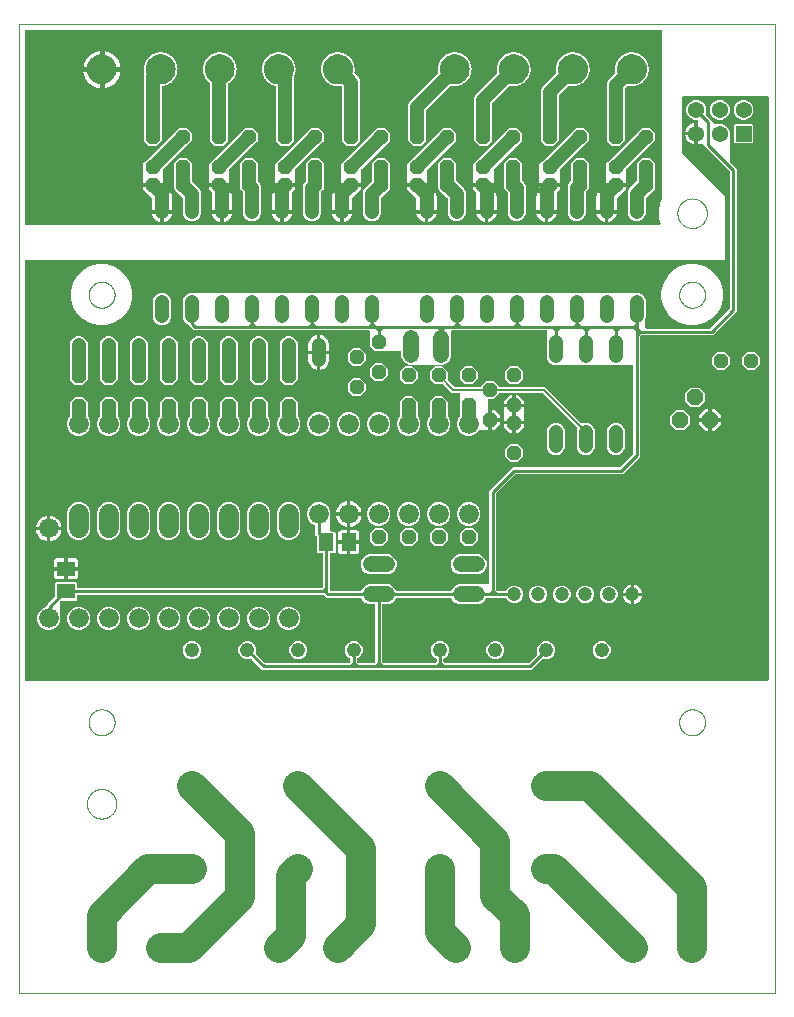
<source format=gbl>
G04 EAGLE Gerber RS-274X export*
G75*
%MOMM*%
%FSLAX34Y34*%
%LPD*%
%INCopper Bottom*%
%IPPOS*%
%AMOC8*
5,1,8,0,0,1.08239X$1,22.5*%
G01*
%ADD10C,0.000000*%
%ADD11R,1.300000X1.500000*%
%ADD12P,1.319650X8X292.500000*%
%ADD13P,1.319650X8X202.500000*%
%ADD14C,1.676400*%
%ADD15P,1.319650X8X112.500000*%
%ADD16C,1.219200*%
%ADD17C,1.219200*%
%ADD18C,1.333500*%
%ADD19C,1.350000*%
%ADD20C,1.950000*%
%ADD21P,1.319650X8X22.500000*%
%ADD22R,1.371600X1.371600*%
%ADD23C,1.371600*%
%ADD24C,1.371600*%
%ADD25P,1.461226X8X22.500000*%
%ADD26C,1.200000*%
%ADD27R,1.500000X1.300000*%
%ADD28C,1.219800*%
%ADD29C,0.254000*%
%ADD30C,0.203200*%
%ADD31C,2.540000*%
%ADD32C,1.676400*%
%ADD33P,0.659825X8X22.500000*%
%ADD34C,0.406400*%
%ADD35C,0.540000*%

G36*
X634916Y758282D02*
X634916Y758282D01*
X634918Y758301D01*
X634896Y758403D01*
X634880Y758505D01*
X634870Y758522D01*
X634866Y758542D01*
X634813Y758631D01*
X634764Y758722D01*
X634750Y758736D01*
X634740Y758753D01*
X634661Y758820D01*
X634586Y758892D01*
X634568Y758900D01*
X634553Y758913D01*
X634457Y758952D01*
X634363Y758995D01*
X634343Y758997D01*
X634325Y759005D01*
X634158Y759023D01*
X562500Y759023D01*
X562480Y759020D01*
X562461Y759022D01*
X562359Y759000D01*
X562257Y758984D01*
X562240Y758974D01*
X562220Y758970D01*
X562131Y758917D01*
X562040Y758868D01*
X562026Y758854D01*
X562009Y758844D01*
X561942Y758765D01*
X561871Y758690D01*
X561862Y758672D01*
X561849Y758657D01*
X561810Y758561D01*
X561767Y758467D01*
X561765Y758447D01*
X561757Y758429D01*
X561739Y758262D01*
X561739Y710300D01*
X561754Y710210D01*
X561761Y710119D01*
X561773Y710089D01*
X561779Y710057D01*
X561821Y709977D01*
X561857Y709893D01*
X561883Y709861D01*
X561894Y709840D01*
X561917Y709818D01*
X561962Y709762D01*
X598039Y673685D01*
X598039Y620761D01*
X5842Y620761D01*
X5822Y620758D01*
X5803Y620760D01*
X5701Y620738D01*
X5599Y620722D01*
X5582Y620712D01*
X5562Y620708D01*
X5473Y620655D01*
X5382Y620606D01*
X5368Y620592D01*
X5351Y620582D01*
X5284Y620503D01*
X5212Y620428D01*
X5204Y620410D01*
X5191Y620395D01*
X5152Y620299D01*
X5109Y620205D01*
X5107Y620185D01*
X5099Y620167D01*
X5081Y620000D01*
X5081Y265000D01*
X5084Y264980D01*
X5082Y264961D01*
X5104Y264859D01*
X5120Y264757D01*
X5130Y264740D01*
X5134Y264720D01*
X5187Y264631D01*
X5236Y264540D01*
X5250Y264526D01*
X5260Y264509D01*
X5339Y264442D01*
X5414Y264371D01*
X5432Y264362D01*
X5447Y264349D01*
X5543Y264310D01*
X5637Y264267D01*
X5657Y264265D01*
X5675Y264257D01*
X5842Y264239D01*
X634158Y264239D01*
X634178Y264242D01*
X634197Y264240D01*
X634299Y264262D01*
X634401Y264278D01*
X634418Y264288D01*
X634438Y264292D01*
X634527Y264345D01*
X634618Y264394D01*
X634632Y264408D01*
X634649Y264418D01*
X634716Y264497D01*
X634788Y264572D01*
X634796Y264590D01*
X634809Y264605D01*
X634848Y264701D01*
X634891Y264795D01*
X634893Y264815D01*
X634901Y264833D01*
X634919Y265000D01*
X634919Y758262D01*
X634916Y758282D01*
G37*
G36*
X542635Y650239D02*
X542635Y650239D01*
X542752Y650258D01*
X542870Y650276D01*
X542874Y650278D01*
X542878Y650279D01*
X542983Y650334D01*
X543088Y650389D01*
X543091Y650392D01*
X543095Y650394D01*
X543177Y650480D01*
X543260Y650565D01*
X543262Y650569D01*
X543264Y650572D01*
X543315Y650680D01*
X543366Y650787D01*
X543366Y650791D01*
X543368Y650795D01*
X543381Y650912D01*
X543396Y651031D01*
X543395Y651036D01*
X543395Y651039D01*
X543392Y651053D01*
X543370Y651197D01*
X541999Y656314D01*
X541999Y663686D01*
X543907Y670808D01*
X544659Y672110D01*
X544700Y672217D01*
X544743Y672324D01*
X544744Y672334D01*
X544746Y672340D01*
X544747Y672362D01*
X544761Y672491D01*
X544761Y814158D01*
X544758Y814178D01*
X544760Y814197D01*
X544738Y814299D01*
X544722Y814401D01*
X544712Y814418D01*
X544708Y814438D01*
X544655Y814527D01*
X544606Y814618D01*
X544592Y814632D01*
X544582Y814649D01*
X544503Y814716D01*
X544428Y814788D01*
X544410Y814796D01*
X544395Y814809D01*
X544299Y814848D01*
X544205Y814891D01*
X544185Y814893D01*
X544167Y814901D01*
X544000Y814919D01*
X5842Y814919D01*
X5822Y814916D01*
X5803Y814918D01*
X5701Y814896D01*
X5599Y814880D01*
X5582Y814870D01*
X5562Y814866D01*
X5473Y814813D01*
X5382Y814764D01*
X5368Y814750D01*
X5351Y814740D01*
X5284Y814661D01*
X5212Y814586D01*
X5204Y814568D01*
X5191Y814553D01*
X5152Y814457D01*
X5109Y814363D01*
X5107Y814343D01*
X5099Y814325D01*
X5081Y814158D01*
X5081Y651000D01*
X5084Y650980D01*
X5082Y650961D01*
X5104Y650859D01*
X5120Y650757D01*
X5130Y650740D01*
X5134Y650720D01*
X5187Y650631D01*
X5236Y650540D01*
X5250Y650526D01*
X5260Y650509D01*
X5339Y650442D01*
X5414Y650370D01*
X5432Y650362D01*
X5447Y650349D01*
X5543Y650310D01*
X5637Y650267D01*
X5657Y650265D01*
X5675Y650257D01*
X5842Y650239D01*
X542635Y650239D01*
G37*
%LPC*%
G36*
X602191Y695017D02*
X602191Y695017D01*
X602183Y695108D01*
X602171Y695138D01*
X602166Y695170D01*
X602123Y695250D01*
X602087Y695334D01*
X602061Y695366D01*
X602050Y695387D01*
X602027Y695409D01*
X601982Y695465D01*
X580590Y716857D01*
X580587Y716865D01*
X580561Y716897D01*
X580550Y716918D01*
X580527Y716940D01*
X580482Y716996D01*
X579470Y718008D01*
X579396Y718061D01*
X579326Y718121D01*
X579296Y718133D01*
X579270Y718152D01*
X579183Y718179D01*
X579098Y718213D01*
X579057Y718217D01*
X579035Y718224D01*
X579003Y718223D01*
X578932Y718231D01*
X575154Y718231D01*
X575131Y718227D01*
X575023Y718218D01*
X575023Y722140D01*
X575008Y722230D01*
X575001Y722321D01*
X574989Y722350D01*
X574983Y722382D01*
X574941Y722463D01*
X574905Y722547D01*
X574879Y722579D01*
X574868Y722600D01*
X574845Y722622D01*
X574800Y722678D01*
X574741Y722737D01*
X574741Y723579D01*
X574800Y723638D01*
X574853Y723712D01*
X574913Y723782D01*
X574925Y723812D01*
X574944Y723838D01*
X574971Y723925D01*
X575005Y724010D01*
X575009Y724051D01*
X575016Y724073D01*
X575015Y724105D01*
X575023Y724176D01*
X575023Y726738D01*
X575020Y726758D01*
X575022Y726777D01*
X575000Y726878D01*
X574983Y726981D01*
X574974Y726998D01*
X574970Y727018D01*
X574917Y727107D01*
X574868Y727198D01*
X574854Y727212D01*
X574844Y727229D01*
X574765Y727296D01*
X574690Y727367D01*
X574672Y727376D01*
X574657Y727389D01*
X574561Y727427D01*
X574467Y727471D01*
X574447Y727473D01*
X574429Y727481D01*
X574262Y727499D01*
X573499Y727499D01*
X573499Y727501D01*
X574262Y727501D01*
X574282Y727504D01*
X574301Y727502D01*
X574403Y727524D01*
X574505Y727541D01*
X574522Y727550D01*
X574542Y727554D01*
X574631Y727607D01*
X574722Y727656D01*
X574736Y727670D01*
X574753Y727680D01*
X574820Y727759D01*
X574891Y727834D01*
X574900Y727852D01*
X574913Y727867D01*
X574952Y727963D01*
X574995Y728057D01*
X574997Y728077D01*
X575005Y728095D01*
X575023Y728262D01*
X575023Y737587D01*
X575031Y737660D01*
X575031Y738356D01*
X575028Y738376D01*
X575030Y738395D01*
X575008Y738497D01*
X574992Y738599D01*
X574982Y738616D01*
X574978Y738636D01*
X574925Y738725D01*
X574876Y738816D01*
X574862Y738830D01*
X574852Y738847D01*
X574773Y738914D01*
X574698Y738986D01*
X574680Y738994D01*
X574665Y739007D01*
X574569Y739046D01*
X574475Y739089D01*
X574455Y739091D01*
X574437Y739099D01*
X574270Y739117D01*
X571833Y739117D01*
X568752Y740393D01*
X566393Y742752D01*
X565117Y745833D01*
X565117Y749167D01*
X566393Y752248D01*
X568752Y754607D01*
X571833Y755883D01*
X575167Y755883D01*
X578248Y754607D01*
X580607Y752248D01*
X581883Y749167D01*
X581883Y748352D01*
X581893Y748291D01*
X581893Y743376D01*
X581907Y743286D01*
X581915Y743195D01*
X581927Y743166D01*
X581932Y743134D01*
X581975Y743053D01*
X582011Y742969D01*
X582037Y742937D01*
X582048Y742916D01*
X582071Y742894D01*
X582116Y742838D01*
X588856Y736098D01*
X588930Y736045D01*
X589000Y735985D01*
X589030Y735973D01*
X589056Y735954D01*
X589143Y735927D01*
X589228Y735893D01*
X589269Y735889D01*
X589291Y735882D01*
X589323Y735883D01*
X589394Y735875D01*
X591662Y735875D01*
X591711Y735883D01*
X595167Y735883D01*
X598248Y734607D01*
X600607Y732248D01*
X601883Y729167D01*
X601883Y725740D01*
X601877Y725714D01*
X601878Y725694D01*
X601875Y725662D01*
X601875Y703793D01*
X601889Y703703D01*
X601897Y703612D01*
X601909Y703582D01*
X601914Y703550D01*
X601957Y703470D01*
X601993Y703386D01*
X602019Y703354D01*
X602030Y703333D01*
X602053Y703311D01*
X602098Y703255D01*
X607795Y697558D01*
X607795Y576942D01*
X587558Y556705D01*
X526913Y556705D01*
X526823Y556691D01*
X526732Y556683D01*
X526702Y556671D01*
X526670Y556666D01*
X526590Y556623D01*
X526506Y556587D01*
X526474Y556561D01*
X526453Y556550D01*
X526431Y556527D01*
X526375Y556482D01*
X525918Y556025D01*
X525865Y555951D01*
X525805Y555882D01*
X525793Y555852D01*
X525774Y555826D01*
X525747Y555739D01*
X525713Y555654D01*
X525709Y555613D01*
X525702Y555591D01*
X525703Y555558D01*
X525695Y555487D01*
X525695Y453742D01*
X523835Y451882D01*
X513018Y441065D01*
X511158Y439205D01*
X420673Y439205D01*
X420583Y439191D01*
X420492Y439183D01*
X420462Y439171D01*
X420430Y439166D01*
X420350Y439123D01*
X420266Y439087D01*
X420234Y439061D01*
X420213Y439050D01*
X420191Y439027D01*
X420135Y438982D01*
X404018Y422865D01*
X403965Y422791D01*
X403905Y422722D01*
X403893Y422692D01*
X403874Y422666D01*
X403847Y422579D01*
X403813Y422494D01*
X403809Y422453D01*
X403802Y422431D01*
X403803Y422398D01*
X403795Y422327D01*
X403795Y341313D01*
X403809Y341223D01*
X403817Y341132D01*
X403829Y341102D01*
X403834Y341070D01*
X403877Y340990D01*
X403913Y340906D01*
X403939Y340874D01*
X403950Y340853D01*
X403973Y340831D01*
X404018Y340775D01*
X404475Y340318D01*
X404549Y340265D01*
X404618Y340205D01*
X404648Y340193D01*
X404674Y340174D01*
X404761Y340147D01*
X404846Y340113D01*
X404887Y340109D01*
X404909Y340102D01*
X404942Y340103D01*
X405013Y340095D01*
X412004Y340095D01*
X412119Y340114D01*
X412235Y340131D01*
X412241Y340133D01*
X412247Y340134D01*
X412350Y340189D01*
X412454Y340242D01*
X412459Y340247D01*
X412464Y340250D01*
X412544Y340334D01*
X412627Y340418D01*
X412630Y340424D01*
X412634Y340428D01*
X412642Y340445D01*
X412708Y340565D01*
X413121Y341562D01*
X415238Y343679D01*
X418003Y344825D01*
X420997Y344825D01*
X423762Y343679D01*
X425879Y341562D01*
X427025Y338797D01*
X427025Y335803D01*
X425879Y333038D01*
X423762Y330921D01*
X420997Y329775D01*
X418003Y329775D01*
X415238Y330921D01*
X413121Y333038D01*
X412708Y334035D01*
X412646Y334135D01*
X412586Y334235D01*
X412581Y334239D01*
X412578Y334244D01*
X412487Y334319D01*
X412399Y334395D01*
X412393Y334397D01*
X412388Y334401D01*
X412280Y334443D01*
X412171Y334487D01*
X412163Y334488D01*
X412159Y334489D01*
X412141Y334490D01*
X412004Y334505D01*
X396082Y334505D01*
X395968Y334486D01*
X395851Y334469D01*
X395846Y334467D01*
X395840Y334466D01*
X395737Y334411D01*
X395632Y334358D01*
X395628Y334353D01*
X395622Y334350D01*
X395542Y334266D01*
X395460Y334182D01*
X395456Y334176D01*
X395453Y334172D01*
X395445Y334155D01*
X395379Y334035D01*
X394765Y332552D01*
X392406Y330193D01*
X389325Y328917D01*
X372275Y328917D01*
X369194Y330193D01*
X366835Y332552D01*
X366221Y334035D01*
X366159Y334135D01*
X366099Y334235D01*
X366095Y334239D01*
X366091Y334244D01*
X366001Y334319D01*
X365912Y334395D01*
X365907Y334397D01*
X365902Y334401D01*
X365793Y334443D01*
X365684Y334487D01*
X365677Y334488D01*
X365672Y334489D01*
X365654Y334490D01*
X365518Y334505D01*
X319882Y334505D01*
X319768Y334486D01*
X319651Y334469D01*
X319646Y334467D01*
X319640Y334466D01*
X319537Y334411D01*
X319432Y334358D01*
X319428Y334353D01*
X319422Y334350D01*
X319342Y334266D01*
X319260Y334182D01*
X319256Y334176D01*
X319253Y334172D01*
X319245Y334155D01*
X319179Y334035D01*
X318565Y332552D01*
X316206Y330193D01*
X313125Y328917D01*
X308156Y328917D01*
X308136Y328914D01*
X308117Y328916D01*
X308015Y328894D01*
X307913Y328878D01*
X307896Y328868D01*
X307876Y328864D01*
X307787Y328811D01*
X307696Y328762D01*
X307682Y328748D01*
X307665Y328738D01*
X307598Y328659D01*
X307526Y328584D01*
X307518Y328566D01*
X307505Y328551D01*
X307466Y328455D01*
X307423Y328361D01*
X307421Y328341D01*
X307413Y328323D01*
X307395Y328156D01*
X307395Y280313D01*
X307409Y280223D01*
X307417Y280132D01*
X307429Y280102D01*
X307434Y280070D01*
X307477Y279990D01*
X307513Y279906D01*
X307539Y279874D01*
X307550Y279853D01*
X307573Y279831D01*
X307618Y279775D01*
X308075Y279318D01*
X308149Y279265D01*
X308218Y279205D01*
X308248Y279193D01*
X308274Y279174D01*
X308361Y279147D01*
X308446Y279113D01*
X308487Y279109D01*
X308509Y279102D01*
X308542Y279103D01*
X308613Y279095D01*
X352487Y279095D01*
X352577Y279109D01*
X352668Y279117D01*
X352698Y279129D01*
X352730Y279134D01*
X352810Y279177D01*
X352894Y279213D01*
X352926Y279239D01*
X352947Y279250D01*
X352969Y279273D01*
X353025Y279318D01*
X353482Y279775D01*
X353535Y279849D01*
X353595Y279918D01*
X353607Y279948D01*
X353626Y279974D01*
X353653Y280061D01*
X353687Y280146D01*
X353691Y280187D01*
X353698Y280209D01*
X353697Y280242D01*
X353705Y280313D01*
X353705Y282400D01*
X353686Y282515D01*
X353669Y282631D01*
X353667Y282637D01*
X353666Y282643D01*
X353611Y282746D01*
X353558Y282851D01*
X353553Y282855D01*
X353550Y282860D01*
X353466Y282940D01*
X353382Y283023D01*
X353376Y283026D01*
X353372Y283030D01*
X353355Y283038D01*
X353235Y283104D01*
X352183Y283539D01*
X350039Y285683D01*
X348879Y288484D01*
X348879Y291516D01*
X350039Y294317D01*
X352183Y296461D01*
X354984Y297621D01*
X358016Y297621D01*
X360817Y296461D01*
X362961Y294317D01*
X364121Y291516D01*
X364121Y288484D01*
X362961Y285683D01*
X360817Y283539D01*
X359765Y283104D01*
X359665Y283042D01*
X359565Y282982D01*
X359561Y282977D01*
X359556Y282974D01*
X359481Y282884D01*
X359405Y282795D01*
X359403Y282789D01*
X359399Y282785D01*
X359357Y282676D01*
X359313Y282567D01*
X359312Y282560D01*
X359311Y282555D01*
X359310Y282537D01*
X359295Y282400D01*
X359295Y280313D01*
X359309Y280223D01*
X359317Y280132D01*
X359329Y280102D01*
X359334Y280070D01*
X359377Y279990D01*
X359413Y279906D01*
X359439Y279874D01*
X359450Y279853D01*
X359473Y279831D01*
X359518Y279775D01*
X359975Y279318D01*
X360049Y279265D01*
X360118Y279205D01*
X360148Y279193D01*
X360174Y279174D01*
X360261Y279147D01*
X360346Y279113D01*
X360387Y279109D01*
X360409Y279102D01*
X360442Y279103D01*
X360513Y279095D01*
X431327Y279095D01*
X431417Y279109D01*
X431508Y279117D01*
X431538Y279129D01*
X431570Y279134D01*
X431650Y279177D01*
X431734Y279213D01*
X431766Y279239D01*
X431787Y279250D01*
X431809Y279273D01*
X431865Y279318D01*
X438656Y286109D01*
X438709Y286183D01*
X438769Y286252D01*
X438781Y286282D01*
X438800Y286308D01*
X438827Y286395D01*
X438861Y286480D01*
X438865Y286521D01*
X438872Y286543D01*
X438871Y286576D01*
X438879Y286647D01*
X438879Y291516D01*
X440039Y294317D01*
X442183Y296461D01*
X444984Y297621D01*
X448016Y297621D01*
X450817Y296461D01*
X452961Y294317D01*
X454121Y291516D01*
X454121Y288484D01*
X452961Y285683D01*
X450817Y283539D01*
X448016Y282379D01*
X444892Y282379D01*
X444865Y282385D01*
X444846Y282384D01*
X444813Y282387D01*
X443155Y282387D01*
X443065Y282373D01*
X442974Y282365D01*
X442944Y282353D01*
X442912Y282348D01*
X442832Y282305D01*
X442748Y282269D01*
X442716Y282243D01*
X442695Y282232D01*
X442673Y282209D01*
X442617Y282164D01*
X433958Y273505D01*
X206042Y273505D01*
X197383Y282164D01*
X197309Y282217D01*
X197240Y282277D01*
X197210Y282289D01*
X197184Y282308D01*
X197097Y282335D01*
X197012Y282369D01*
X196971Y282373D01*
X196949Y282380D01*
X196916Y282379D01*
X196845Y282387D01*
X195187Y282387D01*
X195138Y282379D01*
X191984Y282379D01*
X189183Y283539D01*
X187039Y285683D01*
X185879Y288484D01*
X185879Y291516D01*
X187039Y294317D01*
X189183Y296461D01*
X191984Y297621D01*
X195016Y297621D01*
X197817Y296461D01*
X199961Y294317D01*
X201121Y291516D01*
X201121Y288388D01*
X201117Y288370D01*
X201118Y288351D01*
X201115Y288318D01*
X201115Y286653D01*
X201129Y286563D01*
X201137Y286472D01*
X201149Y286442D01*
X201154Y286410D01*
X201197Y286330D01*
X201233Y286246D01*
X201259Y286214D01*
X201270Y286193D01*
X201293Y286171D01*
X201338Y286115D01*
X208135Y279318D01*
X208209Y279265D01*
X208278Y279205D01*
X208308Y279193D01*
X208334Y279174D01*
X208421Y279147D01*
X208506Y279113D01*
X208547Y279109D01*
X208569Y279102D01*
X208602Y279103D01*
X208673Y279095D01*
X279487Y279095D01*
X279577Y279109D01*
X279668Y279117D01*
X279698Y279129D01*
X279730Y279134D01*
X279810Y279177D01*
X279894Y279213D01*
X279926Y279239D01*
X279947Y279250D01*
X279969Y279273D01*
X280025Y279318D01*
X280482Y279775D01*
X280535Y279849D01*
X280595Y279918D01*
X280607Y279948D01*
X280626Y279974D01*
X280653Y280061D01*
X280687Y280146D01*
X280691Y280187D01*
X280698Y280209D01*
X280697Y280242D01*
X280705Y280313D01*
X280705Y282400D01*
X280686Y282515D01*
X280669Y282631D01*
X280667Y282637D01*
X280666Y282643D01*
X280611Y282746D01*
X280558Y282851D01*
X280553Y282855D01*
X280550Y282860D01*
X280466Y282940D01*
X280382Y283023D01*
X280376Y283026D01*
X280372Y283030D01*
X280355Y283038D01*
X280235Y283104D01*
X279183Y283539D01*
X277039Y285683D01*
X275879Y288484D01*
X275879Y291516D01*
X277039Y294317D01*
X279183Y296461D01*
X281984Y297621D01*
X285016Y297621D01*
X287817Y296461D01*
X289961Y294317D01*
X291121Y291516D01*
X291121Y288484D01*
X289961Y285683D01*
X287817Y283539D01*
X286765Y283104D01*
X286665Y283042D01*
X286565Y282982D01*
X286561Y282977D01*
X286556Y282974D01*
X286481Y282884D01*
X286405Y282795D01*
X286403Y282789D01*
X286399Y282785D01*
X286357Y282676D01*
X286313Y282567D01*
X286312Y282560D01*
X286311Y282555D01*
X286310Y282537D01*
X286295Y282400D01*
X286295Y280313D01*
X286309Y280223D01*
X286317Y280132D01*
X286329Y280102D01*
X286334Y280070D01*
X286377Y279990D01*
X286413Y279906D01*
X286439Y279874D01*
X286450Y279853D01*
X286473Y279831D01*
X286518Y279775D01*
X286975Y279318D01*
X287049Y279265D01*
X287118Y279205D01*
X287148Y279193D01*
X287174Y279174D01*
X287261Y279147D01*
X287346Y279113D01*
X287387Y279109D01*
X287409Y279102D01*
X287442Y279103D01*
X287513Y279095D01*
X300587Y279095D01*
X300677Y279109D01*
X300768Y279117D01*
X300798Y279129D01*
X300830Y279134D01*
X300911Y279177D01*
X300994Y279213D01*
X301027Y279239D01*
X301047Y279250D01*
X301069Y279273D01*
X301125Y279318D01*
X301582Y279775D01*
X301635Y279849D01*
X301695Y279918D01*
X301707Y279948D01*
X301726Y279974D01*
X301753Y280061D01*
X301787Y280146D01*
X301791Y280187D01*
X301798Y280209D01*
X301797Y280242D01*
X301805Y280313D01*
X301805Y328156D01*
X301802Y328176D01*
X301804Y328195D01*
X301782Y328297D01*
X301766Y328399D01*
X301756Y328416D01*
X301752Y328436D01*
X301699Y328525D01*
X301650Y328616D01*
X301636Y328630D01*
X301626Y328647D01*
X301547Y328714D01*
X301472Y328786D01*
X301454Y328794D01*
X301439Y328807D01*
X301343Y328846D01*
X301249Y328889D01*
X301229Y328891D01*
X301211Y328899D01*
X301044Y328917D01*
X296075Y328917D01*
X292994Y330193D01*
X290635Y332552D01*
X290021Y334035D01*
X289959Y334135D01*
X289899Y334235D01*
X289895Y334239D01*
X289891Y334244D01*
X289801Y334319D01*
X289712Y334395D01*
X289707Y334397D01*
X289702Y334401D01*
X289593Y334443D01*
X289484Y334487D01*
X289477Y334488D01*
X289472Y334489D01*
X289454Y334490D01*
X289318Y334505D01*
X260582Y334505D01*
X258105Y336982D01*
X258031Y337035D01*
X257962Y337095D01*
X257932Y337107D01*
X257906Y337126D01*
X257819Y337153D01*
X257734Y337187D01*
X257693Y337191D01*
X257671Y337198D01*
X257638Y337197D01*
X257567Y337205D01*
X49786Y337205D01*
X49766Y337202D01*
X49747Y337204D01*
X49645Y337182D01*
X49543Y337166D01*
X49526Y337156D01*
X49506Y337152D01*
X49417Y337099D01*
X49326Y337050D01*
X49312Y337036D01*
X49295Y337026D01*
X49228Y336947D01*
X49156Y336872D01*
X49148Y336854D01*
X49135Y336839D01*
X49096Y336743D01*
X49053Y336649D01*
X49051Y336629D01*
X49043Y336611D01*
X49025Y336444D01*
X49025Y332868D01*
X48132Y331975D01*
X35866Y331975D01*
X35846Y331972D01*
X35827Y331974D01*
X35725Y331952D01*
X35623Y331936D01*
X35606Y331926D01*
X35586Y331922D01*
X35497Y331869D01*
X35406Y331820D01*
X35392Y331806D01*
X35375Y331796D01*
X35308Y331717D01*
X35236Y331642D01*
X35228Y331624D01*
X35215Y331609D01*
X35176Y331513D01*
X35133Y331419D01*
X35131Y331399D01*
X35123Y331381D01*
X35105Y331214D01*
X35105Y319027D01*
X35107Y319016D01*
X35106Y319009D01*
X35107Y319005D01*
X35107Y314929D01*
X33599Y311288D01*
X30812Y308501D01*
X27171Y306993D01*
X23229Y306993D01*
X19588Y308501D01*
X16801Y311288D01*
X15293Y314929D01*
X15293Y318871D01*
X16801Y322512D01*
X19588Y325299D01*
X20917Y325849D01*
X20973Y325884D01*
X21033Y325909D01*
X21098Y325961D01*
X21126Y325979D01*
X21139Y325994D01*
X21164Y326014D01*
X22182Y327032D01*
X22189Y327041D01*
X24265Y329118D01*
X30752Y335605D01*
X30805Y335679D01*
X30865Y335748D01*
X30877Y335778D01*
X30896Y335804D01*
X30923Y335891D01*
X30957Y335976D01*
X30961Y336017D01*
X30968Y336039D01*
X30967Y336072D01*
X30975Y336143D01*
X30975Y347132D01*
X31868Y348025D01*
X48132Y348025D01*
X49025Y347132D01*
X49025Y343556D01*
X49028Y343536D01*
X49026Y343517D01*
X49048Y343415D01*
X49064Y343313D01*
X49074Y343296D01*
X49078Y343276D01*
X49131Y343187D01*
X49180Y343096D01*
X49194Y343082D01*
X49204Y343065D01*
X49283Y342998D01*
X49358Y342926D01*
X49376Y342918D01*
X49391Y342905D01*
X49487Y342866D01*
X49581Y342823D01*
X49601Y342821D01*
X49619Y342813D01*
X49786Y342795D01*
X256187Y342795D01*
X256277Y342809D01*
X256368Y342817D01*
X256398Y342829D01*
X256430Y342834D01*
X256511Y342877D01*
X256594Y342913D01*
X256627Y342939D01*
X256647Y342950D01*
X256669Y342973D01*
X256725Y343018D01*
X257182Y343475D01*
X257235Y343549D01*
X257295Y343618D01*
X257307Y343648D01*
X257326Y343674D01*
X257353Y343761D01*
X257387Y343846D01*
X257391Y343887D01*
X257398Y343909D01*
X257397Y343942D01*
X257405Y344013D01*
X257405Y371714D01*
X257402Y371734D01*
X257404Y371753D01*
X257382Y371855D01*
X257366Y371957D01*
X257356Y371974D01*
X257352Y371994D01*
X257299Y372083D01*
X257250Y372174D01*
X257236Y372188D01*
X257226Y372205D01*
X257147Y372272D01*
X257072Y372344D01*
X257054Y372352D01*
X257039Y372365D01*
X256943Y372404D01*
X256849Y372447D01*
X256829Y372449D01*
X256811Y372457D01*
X256644Y372475D01*
X253068Y372475D01*
X252175Y373368D01*
X252175Y385857D01*
X252161Y385947D01*
X252153Y386038D01*
X252141Y386068D01*
X252136Y386100D01*
X252093Y386180D01*
X252057Y386264D01*
X252031Y386296D01*
X252020Y386317D01*
X251997Y386339D01*
X251952Y386395D01*
X251005Y387342D01*
X251005Y395326D01*
X250986Y395441D01*
X250969Y395557D01*
X250967Y395563D01*
X250966Y395569D01*
X250911Y395671D01*
X250858Y395776D01*
X250853Y395781D01*
X250850Y395786D01*
X250766Y395866D01*
X250682Y395948D01*
X250676Y395952D01*
X250672Y395955D01*
X250655Y395963D01*
X250535Y396029D01*
X248188Y397001D01*
X245401Y399788D01*
X243893Y403429D01*
X243893Y407371D01*
X245401Y411012D01*
X248188Y413799D01*
X251829Y415307D01*
X255771Y415307D01*
X259412Y413799D01*
X262199Y411012D01*
X263707Y407371D01*
X263707Y403337D01*
X263701Y403311D01*
X263702Y403291D01*
X263699Y403259D01*
X263699Y391286D01*
X263702Y391266D01*
X263700Y391247D01*
X263722Y391145D01*
X263738Y391043D01*
X263748Y391026D01*
X263752Y391006D01*
X263805Y390917D01*
X263854Y390826D01*
X263868Y390812D01*
X263878Y390795D01*
X263957Y390728D01*
X264032Y390656D01*
X264050Y390648D01*
X264065Y390635D01*
X264161Y390596D01*
X264255Y390553D01*
X264275Y390551D01*
X264293Y390543D01*
X264460Y390525D01*
X267332Y390525D01*
X268225Y389632D01*
X268225Y373368D01*
X267332Y372475D01*
X263756Y372475D01*
X263736Y372472D01*
X263717Y372474D01*
X263615Y372452D01*
X263513Y372436D01*
X263496Y372426D01*
X263476Y372422D01*
X263387Y372369D01*
X263296Y372320D01*
X263282Y372306D01*
X263265Y372296D01*
X263198Y372217D01*
X263126Y372142D01*
X263118Y372124D01*
X263105Y372109D01*
X263066Y372013D01*
X263023Y371919D01*
X263021Y371899D01*
X263013Y371881D01*
X262995Y371714D01*
X262995Y340856D01*
X262998Y340836D01*
X262996Y340817D01*
X263018Y340715D01*
X263034Y340613D01*
X263044Y340596D01*
X263048Y340576D01*
X263101Y340487D01*
X263150Y340396D01*
X263164Y340382D01*
X263174Y340365D01*
X263253Y340298D01*
X263328Y340226D01*
X263346Y340218D01*
X263361Y340205D01*
X263457Y340166D01*
X263551Y340123D01*
X263571Y340121D01*
X263589Y340113D01*
X263756Y340095D01*
X289318Y340095D01*
X289432Y340114D01*
X289549Y340131D01*
X289554Y340133D01*
X289560Y340134D01*
X289663Y340189D01*
X289768Y340242D01*
X289772Y340247D01*
X289778Y340250D01*
X289858Y340334D01*
X289940Y340418D01*
X289944Y340424D01*
X289947Y340428D01*
X289955Y340445D01*
X290021Y340565D01*
X290635Y342048D01*
X292994Y344407D01*
X296075Y345683D01*
X313125Y345683D01*
X316206Y344407D01*
X318565Y342048D01*
X319179Y340565D01*
X319241Y340465D01*
X319301Y340365D01*
X319305Y340361D01*
X319309Y340356D01*
X319399Y340281D01*
X319488Y340205D01*
X319493Y340203D01*
X319498Y340199D01*
X319607Y340157D01*
X319716Y340113D01*
X319723Y340112D01*
X319728Y340111D01*
X319746Y340110D01*
X319882Y340095D01*
X365518Y340095D01*
X365632Y340114D01*
X365749Y340131D01*
X365754Y340133D01*
X365760Y340134D01*
X365863Y340189D01*
X365968Y340242D01*
X365972Y340247D01*
X365978Y340250D01*
X366058Y340334D01*
X366140Y340418D01*
X366144Y340424D01*
X366147Y340428D01*
X366155Y340445D01*
X366221Y340565D01*
X366835Y342048D01*
X369194Y344407D01*
X372275Y345683D01*
X397444Y345683D01*
X397464Y345686D01*
X397483Y345684D01*
X397585Y345706D01*
X397687Y345722D01*
X397704Y345732D01*
X397724Y345736D01*
X397813Y345789D01*
X397904Y345838D01*
X397918Y345852D01*
X397935Y345862D01*
X398002Y345941D01*
X398074Y346016D01*
X398082Y346034D01*
X398095Y346049D01*
X398134Y346145D01*
X398177Y346239D01*
X398179Y346259D01*
X398187Y346277D01*
X398205Y346444D01*
X398205Y424958D01*
X400065Y426818D01*
X418042Y444795D01*
X508527Y444795D01*
X508617Y444809D01*
X508708Y444817D01*
X508738Y444829D01*
X508770Y444834D01*
X508851Y444877D01*
X508934Y444913D01*
X508967Y444939D01*
X508987Y444950D01*
X509009Y444973D01*
X509065Y445018D01*
X519882Y455835D01*
X519935Y455909D01*
X519995Y455978D01*
X520007Y456008D01*
X520026Y456034D01*
X520053Y456121D01*
X520087Y456206D01*
X520091Y456247D01*
X520098Y456269D01*
X520097Y456301D01*
X520105Y456373D01*
X520105Y530524D01*
X520102Y530544D01*
X520104Y530563D01*
X520082Y530665D01*
X520066Y530767D01*
X520056Y530784D01*
X520052Y530804D01*
X519999Y530893D01*
X519950Y530984D01*
X519936Y530998D01*
X519926Y531015D01*
X519847Y531082D01*
X519772Y531154D01*
X519754Y531162D01*
X519739Y531175D01*
X519643Y531214D01*
X519549Y531257D01*
X519529Y531259D01*
X519511Y531267D01*
X519344Y531285D01*
X507072Y531285D01*
X507060Y531283D01*
X503783Y531283D01*
X503782Y531283D01*
X503746Y531283D01*
X503728Y531285D01*
X481672Y531285D01*
X481660Y531283D01*
X478383Y531283D01*
X478382Y531283D01*
X478346Y531283D01*
X478328Y531285D01*
X456272Y531285D01*
X456260Y531283D01*
X453084Y531283D01*
X450283Y532443D01*
X448139Y534587D01*
X446979Y537388D01*
X446979Y552713D01*
X446979Y552714D01*
X446979Y552750D01*
X446981Y552768D01*
X446981Y560244D01*
X446978Y560264D01*
X446980Y560283D01*
X446958Y560385D01*
X446942Y560487D01*
X446932Y560504D01*
X446928Y560524D01*
X446875Y560613D01*
X446826Y560704D01*
X446812Y560718D01*
X446802Y560735D01*
X446723Y560802D01*
X446648Y560874D01*
X446630Y560882D01*
X446615Y560895D01*
X446519Y560934D01*
X446425Y560977D01*
X446405Y560979D01*
X446387Y560987D01*
X446220Y561005D01*
X366834Y561005D01*
X366814Y561002D01*
X366795Y561004D01*
X366693Y560982D01*
X366591Y560966D01*
X366574Y560956D01*
X366554Y560952D01*
X366465Y560899D01*
X366374Y560850D01*
X366360Y560836D01*
X366343Y560826D01*
X366276Y560747D01*
X366204Y560672D01*
X366196Y560654D01*
X366183Y560639D01*
X366144Y560543D01*
X366101Y560449D01*
X366099Y560429D01*
X366091Y560411D01*
X366073Y560244D01*
X366073Y555801D01*
X366077Y555775D01*
X366075Y555758D01*
X366083Y555724D01*
X366083Y538575D01*
X364807Y535494D01*
X362448Y533135D01*
X359367Y531859D01*
X355961Y531859D01*
X355937Y531862D01*
X355904Y531869D01*
X355885Y531868D01*
X355852Y531871D01*
X334148Y531871D01*
X334083Y531861D01*
X334017Y531860D01*
X334015Y531859D01*
X330633Y531859D01*
X327552Y533135D01*
X325193Y535494D01*
X323917Y538575D01*
X323917Y542336D01*
X323914Y542356D01*
X323916Y542375D01*
X323894Y542477D01*
X323878Y542579D01*
X323868Y542596D01*
X323864Y542616D01*
X323811Y542705D01*
X323762Y542796D01*
X323748Y542810D01*
X323738Y542827D01*
X323659Y542894D01*
X323584Y542966D01*
X323566Y542974D01*
X323551Y542987D01*
X323455Y543026D01*
X323361Y543069D01*
X323341Y543071D01*
X323323Y543079D01*
X323156Y543097D01*
X308090Y543097D01*
X308000Y543083D01*
X307958Y543079D01*
X301443Y543079D01*
X296979Y547543D01*
X296979Y554156D01*
X296981Y554174D01*
X296981Y560244D01*
X296978Y560264D01*
X296980Y560283D01*
X296958Y560385D01*
X296942Y560487D01*
X296932Y560504D01*
X296928Y560524D01*
X296875Y560613D01*
X296826Y560704D01*
X296812Y560718D01*
X296802Y560735D01*
X296723Y560802D01*
X296648Y560874D01*
X296630Y560882D01*
X296615Y560895D01*
X296519Y560934D01*
X296425Y560977D01*
X296405Y560979D01*
X296387Y560987D01*
X296220Y561005D01*
X147882Y561005D01*
X143691Y565197D01*
X143686Y565223D01*
X143669Y565339D01*
X143667Y565345D01*
X143666Y565351D01*
X143611Y565454D01*
X143558Y565559D01*
X143553Y565563D01*
X143550Y565568D01*
X143466Y565648D01*
X143382Y565731D01*
X143376Y565734D01*
X143372Y565738D01*
X143355Y565746D01*
X143235Y565812D01*
X142183Y566247D01*
X140039Y568391D01*
X138879Y571192D01*
X138879Y586416D01*
X140039Y589217D01*
X142183Y591361D01*
X144984Y592521D01*
X148119Y592521D01*
X148121Y592521D01*
X148154Y592521D01*
X148172Y592519D01*
X170228Y592519D01*
X170240Y592521D01*
X173519Y592521D01*
X173521Y592521D01*
X173554Y592521D01*
X173572Y592519D01*
X195628Y592519D01*
X195640Y592521D01*
X198919Y592521D01*
X198921Y592521D01*
X198954Y592521D01*
X198972Y592519D01*
X221028Y592519D01*
X221040Y592521D01*
X224319Y592521D01*
X224321Y592521D01*
X224354Y592521D01*
X224372Y592519D01*
X246428Y592519D01*
X246440Y592521D01*
X249719Y592521D01*
X249721Y592521D01*
X249754Y592521D01*
X249772Y592519D01*
X271828Y592519D01*
X271840Y592521D01*
X275119Y592521D01*
X275121Y592521D01*
X275154Y592521D01*
X275172Y592519D01*
X297228Y592519D01*
X297240Y592521D01*
X300519Y592521D01*
X300521Y592521D01*
X300554Y592521D01*
X300572Y592519D01*
X343428Y592519D01*
X343440Y592521D01*
X346719Y592521D01*
X346721Y592521D01*
X346754Y592521D01*
X346772Y592519D01*
X368828Y592519D01*
X368840Y592521D01*
X372119Y592521D01*
X372121Y592521D01*
X372154Y592521D01*
X372172Y592519D01*
X394228Y592519D01*
X394240Y592521D01*
X397519Y592521D01*
X397521Y592521D01*
X397554Y592521D01*
X397572Y592519D01*
X419628Y592519D01*
X419640Y592521D01*
X422920Y592521D01*
X422921Y592520D01*
X422924Y592521D01*
X422954Y592521D01*
X422972Y592519D01*
X445028Y592519D01*
X445040Y592521D01*
X448320Y592521D01*
X448321Y592520D01*
X448324Y592521D01*
X448354Y592521D01*
X448372Y592519D01*
X470428Y592519D01*
X470440Y592521D01*
X473720Y592521D01*
X473721Y592520D01*
X473724Y592521D01*
X473754Y592521D01*
X473772Y592519D01*
X495828Y592519D01*
X495840Y592521D01*
X499120Y592521D01*
X499121Y592520D01*
X499124Y592521D01*
X499154Y592521D01*
X499172Y592519D01*
X521228Y592519D01*
X521240Y592521D01*
X524416Y592521D01*
X527217Y591361D01*
X529361Y589217D01*
X530521Y586416D01*
X530521Y571097D01*
X530517Y571079D01*
X530518Y571059D01*
X530515Y571026D01*
X530515Y563056D01*
X530518Y563036D01*
X530516Y563017D01*
X530538Y562915D01*
X530554Y562813D01*
X530564Y562796D01*
X530568Y562776D01*
X530621Y562687D01*
X530670Y562596D01*
X530684Y562582D01*
X530694Y562565D01*
X530773Y562498D01*
X530848Y562426D01*
X530866Y562418D01*
X530881Y562405D01*
X530977Y562366D01*
X531071Y562323D01*
X531091Y562321D01*
X531109Y562313D01*
X531276Y562295D01*
X584927Y562295D01*
X585017Y562309D01*
X585108Y562317D01*
X585138Y562329D01*
X585170Y562334D01*
X585250Y562377D01*
X585334Y562413D01*
X585366Y562439D01*
X585387Y562450D01*
X585409Y562473D01*
X585465Y562518D01*
X601982Y579035D01*
X602035Y579109D01*
X602095Y579178D01*
X602107Y579208D01*
X602126Y579234D01*
X602153Y579321D01*
X602187Y579406D01*
X602191Y579447D01*
X602198Y579469D01*
X602197Y579502D01*
X602205Y579573D01*
X602205Y694927D01*
X602191Y695017D01*
G37*
%LPD*%
%LPC*%
G36*
X478484Y455083D02*
X478484Y455083D01*
X475683Y456243D01*
X473539Y458387D01*
X472379Y461188D01*
X472379Y476515D01*
X472379Y476517D01*
X472379Y476550D01*
X472381Y476568D01*
X472381Y478810D01*
X472367Y478900D01*
X472359Y478991D01*
X472347Y479021D01*
X472342Y479053D01*
X472299Y479134D01*
X472263Y479218D01*
X472237Y479250D01*
X472226Y479270D01*
X472203Y479293D01*
X472158Y479349D01*
X443671Y507836D01*
X443597Y507889D01*
X443527Y507949D01*
X443497Y507961D01*
X443471Y507980D01*
X443384Y508007D01*
X443299Y508041D01*
X443258Y508045D01*
X443236Y508052D01*
X443204Y508051D01*
X443132Y508059D01*
X407382Y508059D01*
X407362Y508056D01*
X407343Y508058D01*
X407241Y508036D01*
X407139Y508020D01*
X407122Y508010D01*
X407102Y508006D01*
X407013Y507953D01*
X406922Y507904D01*
X406908Y507890D01*
X406891Y507880D01*
X406824Y507801D01*
X406752Y507726D01*
X406744Y507708D01*
X406731Y507693D01*
X406692Y507597D01*
X406649Y507503D01*
X406647Y507483D01*
X406639Y507465D01*
X406639Y507462D01*
X402157Y502979D01*
X398230Y502979D01*
X398210Y502976D01*
X398191Y502978D01*
X398089Y502956D01*
X397987Y502940D01*
X397970Y502930D01*
X397950Y502926D01*
X397861Y502873D01*
X397770Y502824D01*
X397756Y502810D01*
X397739Y502800D01*
X397672Y502721D01*
X397600Y502646D01*
X397592Y502628D01*
X397579Y502613D01*
X397540Y502517D01*
X397497Y502423D01*
X397495Y502403D01*
X397487Y502385D01*
X397469Y502218D01*
X397469Y494598D01*
X397472Y494578D01*
X397470Y494559D01*
X397477Y494526D01*
X397477Y485962D01*
X397480Y485942D01*
X397478Y485923D01*
X397500Y485821D01*
X397517Y485719D01*
X397526Y485702D01*
X397530Y485682D01*
X397583Y485593D01*
X397632Y485502D01*
X397646Y485488D01*
X397656Y485471D01*
X397735Y485404D01*
X397810Y485333D01*
X397828Y485324D01*
X397843Y485311D01*
X397939Y485273D01*
X398033Y485229D01*
X398053Y485227D01*
X398071Y485219D01*
X398238Y485201D01*
X399001Y485201D01*
X399001Y485199D01*
X398238Y485199D01*
X398218Y485196D01*
X398199Y485198D01*
X398097Y485176D01*
X397995Y485159D01*
X397978Y485150D01*
X397958Y485146D01*
X397869Y485093D01*
X397778Y485044D01*
X397764Y485030D01*
X397747Y485020D01*
X397680Y484941D01*
X397609Y484866D01*
X397600Y484848D01*
X397587Y484833D01*
X397548Y484737D01*
X397505Y484643D01*
X397503Y484623D01*
X397495Y484605D01*
X397477Y484438D01*
X397477Y476563D01*
X395207Y476563D01*
X395204Y476564D01*
X395174Y476563D01*
X395171Y476563D01*
X395099Y476571D01*
X389949Y476571D01*
X389833Y476552D01*
X389718Y476535D01*
X389712Y476533D01*
X389706Y476532D01*
X389603Y476477D01*
X389498Y476424D01*
X389494Y476419D01*
X389489Y476416D01*
X389409Y476332D01*
X389326Y476248D01*
X389323Y476242D01*
X389319Y476238D01*
X389311Y476221D01*
X389245Y476101D01*
X389199Y475988D01*
X386412Y473201D01*
X382771Y471693D01*
X378829Y471693D01*
X375188Y473201D01*
X372401Y475988D01*
X370893Y479629D01*
X370893Y483571D01*
X372401Y487212D01*
X372953Y487764D01*
X373006Y487837D01*
X373066Y487907D01*
X373078Y487937D01*
X373097Y487963D01*
X373124Y488050D01*
X373158Y488135D01*
X373162Y488176D01*
X373169Y488198D01*
X373168Y488231D01*
X373176Y488302D01*
X373176Y498917D01*
X373177Y498922D01*
X373176Y498935D01*
X373176Y498948D01*
X373179Y498975D01*
X373179Y500756D01*
X373181Y500774D01*
X373181Y507298D01*
X373178Y507318D01*
X373180Y507337D01*
X373158Y507439D01*
X373142Y507541D01*
X373132Y507558D01*
X373128Y507578D01*
X373075Y507667D01*
X373026Y507758D01*
X373012Y507772D01*
X373002Y507789D01*
X372923Y507856D01*
X372848Y507928D01*
X372830Y507936D01*
X372815Y507949D01*
X372719Y507988D01*
X372625Y508031D01*
X372605Y508033D01*
X372587Y508041D01*
X372420Y508059D01*
X366448Y508059D01*
X359645Y514862D01*
X359571Y514915D01*
X359501Y514975D01*
X359471Y514987D01*
X359445Y515006D01*
X359358Y515033D01*
X359273Y515067D01*
X359232Y515071D01*
X359210Y515078D01*
X359178Y515077D01*
X359106Y515085D01*
X358878Y515085D01*
X358841Y515079D01*
X352243Y515079D01*
X347779Y519543D01*
X347779Y525857D01*
X352243Y530321D01*
X358557Y530321D01*
X363021Y525857D01*
X363021Y519331D01*
X363018Y519322D01*
X363019Y519289D01*
X363011Y519218D01*
X363011Y518998D01*
X363025Y518908D01*
X363033Y518817D01*
X363045Y518787D01*
X363050Y518755D01*
X363093Y518674D01*
X363129Y518590D01*
X363155Y518558D01*
X363166Y518538D01*
X363189Y518515D01*
X363234Y518459D01*
X368329Y513364D01*
X368403Y513311D01*
X368473Y513251D01*
X368503Y513239D01*
X368529Y513220D01*
X368616Y513193D01*
X368701Y513159D01*
X368742Y513155D01*
X368764Y513148D01*
X368796Y513149D01*
X368868Y513141D01*
X390618Y513141D01*
X390638Y513144D01*
X390657Y513142D01*
X390759Y513164D01*
X390861Y513180D01*
X390878Y513190D01*
X390898Y513194D01*
X390987Y513247D01*
X391078Y513296D01*
X391092Y513310D01*
X391109Y513320D01*
X391176Y513399D01*
X391248Y513474D01*
X391256Y513492D01*
X391269Y513507D01*
X391308Y513603D01*
X391351Y513697D01*
X391353Y513717D01*
X391361Y513735D01*
X391361Y513738D01*
X395843Y518221D01*
X402157Y518221D01*
X406649Y513728D01*
X406660Y513659D01*
X406670Y513642D01*
X406674Y513622D01*
X406727Y513533D01*
X406776Y513442D01*
X406790Y513428D01*
X406800Y513411D01*
X406879Y513344D01*
X406954Y513272D01*
X406972Y513264D01*
X406987Y513251D01*
X407083Y513212D01*
X407177Y513169D01*
X407197Y513167D01*
X407215Y513159D01*
X407382Y513141D01*
X445552Y513141D01*
X447264Y511429D01*
X475955Y482738D01*
X476029Y482685D01*
X476099Y482625D01*
X476129Y482613D01*
X476155Y482594D01*
X476242Y482567D01*
X476327Y482533D01*
X476368Y482529D01*
X476390Y482522D01*
X476422Y482523D01*
X476494Y482515D01*
X478328Y482515D01*
X478340Y482517D01*
X481516Y482517D01*
X484317Y481357D01*
X486461Y479213D01*
X487621Y476412D01*
X487621Y461188D01*
X486461Y458387D01*
X484317Y456243D01*
X481516Y455083D01*
X478484Y455083D01*
G37*
%LPD*%
%LPC*%
G36*
X66577Y564999D02*
X66577Y564999D01*
X59964Y566771D01*
X54035Y570194D01*
X49194Y575035D01*
X45771Y580964D01*
X43999Y587577D01*
X43999Y594423D01*
X45771Y601036D01*
X49194Y606965D01*
X54035Y611806D01*
X59964Y615229D01*
X66577Y617001D01*
X73423Y617001D01*
X80036Y615229D01*
X85965Y611806D01*
X90806Y606965D01*
X94229Y601036D01*
X96001Y594423D01*
X96001Y587577D01*
X94229Y580964D01*
X90806Y575035D01*
X85965Y570194D01*
X80036Y566771D01*
X73423Y564999D01*
X66577Y564999D01*
G37*
%LPD*%
%LPC*%
G36*
X566577Y564999D02*
X566577Y564999D01*
X559964Y566771D01*
X554035Y570194D01*
X549194Y575035D01*
X545771Y580964D01*
X543999Y587577D01*
X543999Y594423D01*
X545771Y601036D01*
X549194Y606965D01*
X554035Y611806D01*
X559964Y615229D01*
X566577Y617001D01*
X573423Y617001D01*
X580036Y615229D01*
X585965Y611806D01*
X590806Y606965D01*
X594229Y601036D01*
X596001Y594423D01*
X596001Y587577D01*
X594229Y580964D01*
X590806Y575035D01*
X585965Y570194D01*
X580036Y566771D01*
X573423Y564999D01*
X566577Y564999D01*
G37*
%LPD*%
%LPC*%
G36*
X334143Y717079D02*
X334143Y717079D01*
X329679Y721543D01*
X329679Y751816D01*
X330839Y754617D01*
X354806Y778583D01*
X354808Y778586D01*
X354810Y778588D01*
X354880Y778686D01*
X354950Y778783D01*
X354950Y778786D01*
X354952Y778788D01*
X354987Y778905D01*
X355022Y779018D01*
X355022Y779021D01*
X355023Y779024D01*
X355026Y779192D01*
X355014Y779314D01*
X355007Y779342D01*
X354989Y779452D01*
X354807Y780092D01*
X354808Y780095D01*
X354815Y780115D01*
X354828Y780132D01*
X354857Y780230D01*
X354892Y780326D01*
X354892Y780347D01*
X354898Y780368D01*
X354901Y780535D01*
X354872Y780849D01*
X354867Y780870D01*
X354867Y780891D01*
X354836Y780988D01*
X354810Y781087D01*
X354799Y781105D01*
X354792Y781125D01*
X354700Y781265D01*
X354698Y781268D01*
X354759Y781930D01*
X354757Y781959D01*
X354759Y782070D01*
X354698Y782732D01*
X354700Y782735D01*
X354710Y782753D01*
X354726Y782768D01*
X354773Y782859D01*
X354824Y782947D01*
X354829Y782968D01*
X354838Y782986D01*
X354872Y783151D01*
X354901Y783465D01*
X354900Y783486D01*
X354904Y783507D01*
X354891Y783608D01*
X354884Y783710D01*
X354876Y783730D01*
X354873Y783751D01*
X354808Y783905D01*
X354807Y783908D01*
X354989Y784548D01*
X354992Y784576D01*
X355014Y784686D01*
X355076Y785348D01*
X355078Y785350D01*
X355092Y785366D01*
X355110Y785378D01*
X355173Y785458D01*
X355240Y785535D01*
X355248Y785555D01*
X355261Y785572D01*
X355324Y785727D01*
X355410Y786030D01*
X355413Y786052D01*
X355421Y786071D01*
X355427Y786173D01*
X355439Y786275D01*
X355434Y786296D01*
X355435Y786317D01*
X355400Y786481D01*
X355399Y786484D01*
X355695Y787079D01*
X355704Y787106D01*
X355746Y787210D01*
X355920Y787820D01*
X355928Y787849D01*
X355931Y787851D01*
X355947Y787864D01*
X355967Y787872D01*
X356044Y787940D01*
X356124Y788004D01*
X356135Y788022D01*
X356151Y788036D01*
X356242Y788177D01*
X356382Y788459D01*
X356389Y788479D01*
X356400Y788497D01*
X356413Y788549D01*
X356428Y788581D01*
X356433Y788621D01*
X356455Y788694D01*
X356454Y788715D01*
X356460Y788736D01*
X356455Y788903D01*
X356454Y788907D01*
X356855Y789437D01*
X356868Y789463D01*
X356929Y789557D01*
X357225Y790152D01*
X357228Y790153D01*
X357247Y790163D01*
X357268Y790167D01*
X357356Y790220D01*
X357446Y790268D01*
X357461Y790283D01*
X357479Y790294D01*
X357594Y790416D01*
X357784Y790667D01*
X357794Y790686D01*
X357808Y790702D01*
X357851Y790795D01*
X357899Y790885D01*
X357902Y790906D01*
X357911Y790925D01*
X357937Y791091D01*
X357937Y791094D01*
X358428Y791542D01*
X358446Y791565D01*
X358523Y791646D01*
X358924Y792177D01*
X358927Y792177D01*
X358947Y792183D01*
X358969Y792184D01*
X359064Y792220D01*
X359162Y792250D01*
X359179Y792262D01*
X359199Y792270D01*
X359335Y792368D01*
X359568Y792581D01*
X359581Y792597D01*
X359598Y792610D01*
X359657Y792693D01*
X359720Y792774D01*
X359728Y792794D01*
X359740Y792811D01*
X359796Y792969D01*
X359797Y792972D01*
X360362Y793322D01*
X360384Y793341D01*
X360474Y793407D01*
X360965Y793855D01*
X360969Y793855D01*
X360990Y793857D01*
X361011Y793854D01*
X361111Y793871D01*
X361213Y793883D01*
X361232Y793892D01*
X361253Y793896D01*
X361404Y793968D01*
X361672Y794134D01*
X361688Y794148D01*
X361708Y794157D01*
X361781Y794228D01*
X361858Y794295D01*
X361869Y794314D01*
X361884Y794329D01*
X361968Y794474D01*
X361969Y794477D01*
X362589Y794717D01*
X362614Y794731D01*
X362715Y794779D01*
X363280Y795129D01*
X363284Y795129D01*
X363305Y795127D01*
X363325Y795120D01*
X363427Y795119D01*
X363529Y795112D01*
X363549Y795117D01*
X363571Y795117D01*
X363733Y795160D01*
X364027Y795274D01*
X364045Y795284D01*
X364066Y795290D01*
X364151Y795346D01*
X364239Y795398D01*
X364253Y795414D01*
X364270Y795426D01*
X364380Y795553D01*
X364382Y795556D01*
X365035Y795678D01*
X365062Y795688D01*
X365170Y795717D01*
X365790Y795957D01*
X365793Y795955D01*
X365814Y795950D01*
X365832Y795939D01*
X365932Y795919D01*
X366031Y795894D01*
X366052Y795895D01*
X366073Y795891D01*
X366241Y795903D01*
X366551Y795961D01*
X366571Y795969D01*
X366592Y795970D01*
X366686Y796010D01*
X366782Y796045D01*
X366798Y796058D01*
X366818Y796067D01*
X366949Y796171D01*
X366951Y796174D01*
X367616Y796174D01*
X367645Y796178D01*
X367756Y796187D01*
X368409Y796309D01*
X368412Y796307D01*
X368431Y796298D01*
X368447Y796284D01*
X368543Y796246D01*
X368635Y796203D01*
X368656Y796200D01*
X368676Y796192D01*
X368842Y796174D01*
X369158Y796174D01*
X369179Y796177D01*
X369200Y796175D01*
X369300Y796197D01*
X369400Y796214D01*
X369419Y796223D01*
X369440Y796228D01*
X369588Y796307D01*
X369591Y796309D01*
X370244Y796187D01*
X370273Y796186D01*
X370384Y796174D01*
X371049Y796174D01*
X371051Y796171D01*
X371068Y796159D01*
X371082Y796143D01*
X371168Y796088D01*
X371251Y796028D01*
X371271Y796022D01*
X371289Y796010D01*
X371449Y795961D01*
X371759Y795903D01*
X371781Y795903D01*
X371801Y795897D01*
X371903Y795900D01*
X372005Y795898D01*
X372026Y795904D01*
X372047Y795905D01*
X372207Y795955D01*
X372210Y795957D01*
X372830Y795717D01*
X372858Y795711D01*
X372965Y795678D01*
X373618Y795556D01*
X373620Y795553D01*
X373635Y795538D01*
X373645Y795519D01*
X373719Y795449D01*
X373790Y795375D01*
X373809Y795366D01*
X373824Y795351D01*
X373973Y795274D01*
X374267Y795160D01*
X374288Y795155D01*
X374307Y795146D01*
X374408Y795130D01*
X374508Y795109D01*
X374529Y795112D01*
X374550Y795108D01*
X374716Y795129D01*
X374720Y795129D01*
X375285Y794779D01*
X375312Y794768D01*
X375411Y794717D01*
X376031Y794477D01*
X376032Y794474D01*
X376043Y794456D01*
X376050Y794435D01*
X376110Y794353D01*
X376166Y794268D01*
X376183Y794254D01*
X376196Y794237D01*
X376328Y794134D01*
X376596Y793968D01*
X376615Y793960D01*
X376632Y793947D01*
X376728Y793913D01*
X376823Y793874D01*
X376844Y793872D01*
X376864Y793865D01*
X377031Y793855D01*
X377035Y793855D01*
X377526Y793407D01*
X377550Y793391D01*
X377638Y793322D01*
X378203Y792972D01*
X378204Y792969D01*
X378212Y792950D01*
X378215Y792928D01*
X378259Y792836D01*
X378298Y792742D01*
X378312Y792726D01*
X378322Y792707D01*
X378432Y792581D01*
X378665Y792368D01*
X378683Y792357D01*
X378697Y792341D01*
X378786Y792290D01*
X378871Y792234D01*
X378892Y792229D01*
X378910Y792218D01*
X379073Y792177D01*
X379076Y792177D01*
X379477Y791646D01*
X379498Y791626D01*
X379572Y791542D01*
X380063Y791094D01*
X380063Y791091D01*
X380067Y791070D01*
X380066Y791049D01*
X380093Y790950D01*
X380114Y790850D01*
X380125Y790832D01*
X380130Y790812D01*
X380216Y790667D01*
X380406Y790416D01*
X380421Y790401D01*
X380432Y790383D01*
X380510Y790317D01*
X380584Y790246D01*
X380603Y790237D01*
X380619Y790223D01*
X380772Y790153D01*
X380775Y790152D01*
X381071Y789557D01*
X381088Y789533D01*
X381145Y789437D01*
X381546Y788907D01*
X381545Y788903D01*
X381546Y788882D01*
X381540Y788862D01*
X381548Y788772D01*
X381545Y788747D01*
X381549Y788726D01*
X381551Y788658D01*
X381558Y788638D01*
X381560Y788616D01*
X381593Y788527D01*
X381597Y788506D01*
X381605Y788493D01*
X381618Y788459D01*
X381758Y788177D01*
X381771Y788159D01*
X381778Y788140D01*
X381842Y788060D01*
X381902Y787977D01*
X381919Y787965D01*
X381933Y787948D01*
X382069Y787851D01*
X382072Y787849D01*
X382254Y787210D01*
X382266Y787184D01*
X382305Y787079D01*
X382601Y786484D01*
X382600Y786481D01*
X382597Y786460D01*
X382588Y786440D01*
X382577Y786339D01*
X382561Y786238D01*
X382564Y786217D01*
X382562Y786196D01*
X382590Y786030D01*
X382676Y785727D01*
X382685Y785708D01*
X382688Y785687D01*
X382737Y785597D01*
X382781Y785505D01*
X382795Y785489D01*
X382805Y785471D01*
X382922Y785350D01*
X382924Y785348D01*
X382986Y784686D01*
X382993Y784658D01*
X383011Y784548D01*
X383193Y783908D01*
X383192Y783905D01*
X383185Y783885D01*
X383172Y783868D01*
X383143Y783770D01*
X383108Y783674D01*
X383108Y783653D01*
X383102Y783632D01*
X383099Y783465D01*
X383128Y783151D01*
X383133Y783130D01*
X383133Y783109D01*
X383164Y783012D01*
X383190Y782913D01*
X383201Y782895D01*
X383208Y782875D01*
X383300Y782735D01*
X383302Y782732D01*
X383241Y782070D01*
X383243Y782041D01*
X383241Y781930D01*
X383302Y781268D01*
X383300Y781265D01*
X383290Y781247D01*
X383274Y781232D01*
X383227Y781141D01*
X383176Y781053D01*
X383171Y781032D01*
X383162Y781014D01*
X383128Y780849D01*
X383099Y780535D01*
X383100Y780514D01*
X383096Y780493D01*
X383109Y780392D01*
X383116Y780290D01*
X383124Y780270D01*
X383127Y780249D01*
X383192Y780095D01*
X383193Y780092D01*
X383011Y779452D01*
X383008Y779424D01*
X382986Y779314D01*
X382924Y778652D01*
X382922Y778650D01*
X382908Y778634D01*
X382890Y778622D01*
X382827Y778541D01*
X382760Y778464D01*
X382752Y778445D01*
X382739Y778428D01*
X382676Y778273D01*
X382590Y777970D01*
X382587Y777948D01*
X382579Y777929D01*
X382573Y777827D01*
X382561Y777725D01*
X382566Y777704D01*
X382565Y777683D01*
X382600Y777519D01*
X382601Y777516D01*
X382305Y776921D01*
X382296Y776894D01*
X382254Y776790D01*
X382072Y776151D01*
X382069Y776149D01*
X382053Y776136D01*
X382033Y776128D01*
X381956Y776060D01*
X381876Y775996D01*
X381865Y775978D01*
X381849Y775964D01*
X381758Y775823D01*
X381618Y775541D01*
X381611Y775521D01*
X381600Y775503D01*
X381575Y775404D01*
X381545Y775306D01*
X381546Y775285D01*
X381540Y775264D01*
X381545Y775097D01*
X381546Y775093D01*
X381145Y774563D01*
X381132Y774537D01*
X381071Y774443D01*
X380775Y773848D01*
X380772Y773847D01*
X380753Y773837D01*
X380732Y773833D01*
X380644Y773780D01*
X380554Y773732D01*
X380539Y773717D01*
X380521Y773706D01*
X380406Y773584D01*
X380216Y773333D01*
X380206Y773314D01*
X380192Y773298D01*
X380149Y773205D01*
X380101Y773115D01*
X380098Y773094D01*
X380089Y773075D01*
X380063Y772909D01*
X380063Y772906D01*
X379572Y772458D01*
X379554Y772435D01*
X379477Y772354D01*
X379076Y771823D01*
X379073Y771823D01*
X379053Y771817D01*
X379031Y771816D01*
X378936Y771780D01*
X378838Y771750D01*
X378821Y771738D01*
X378801Y771730D01*
X378665Y771632D01*
X378432Y771419D01*
X378419Y771403D01*
X378402Y771390D01*
X378343Y771307D01*
X378280Y771226D01*
X378272Y771206D01*
X378260Y771189D01*
X378204Y771031D01*
X378203Y771028D01*
X377638Y770678D01*
X377616Y770659D01*
X377526Y770593D01*
X377035Y770145D01*
X377031Y770145D01*
X377010Y770143D01*
X376989Y770146D01*
X376889Y770129D01*
X376787Y770117D01*
X376768Y770108D01*
X376747Y770104D01*
X376596Y770032D01*
X376328Y769866D01*
X376312Y769852D01*
X376292Y769843D01*
X376219Y769772D01*
X376142Y769705D01*
X376131Y769686D01*
X376116Y769672D01*
X376032Y769526D01*
X376031Y769523D01*
X375411Y769283D01*
X375386Y769269D01*
X375285Y769221D01*
X374720Y768871D01*
X374716Y768871D01*
X374695Y768873D01*
X374675Y768880D01*
X374573Y768881D01*
X374471Y768888D01*
X374451Y768883D01*
X374429Y768883D01*
X374267Y768840D01*
X373973Y768726D01*
X373955Y768716D01*
X373934Y768710D01*
X373849Y768654D01*
X373761Y768602D01*
X373747Y768586D01*
X373730Y768574D01*
X373620Y768447D01*
X373618Y768444D01*
X372965Y768322D01*
X372938Y768312D01*
X372830Y768283D01*
X372210Y768043D01*
X372207Y768045D01*
X372186Y768050D01*
X372168Y768061D01*
X372068Y768081D01*
X371969Y768106D01*
X371947Y768105D01*
X371927Y768109D01*
X371759Y768096D01*
X371449Y768039D01*
X371429Y768031D01*
X371408Y768030D01*
X371314Y767990D01*
X371218Y767955D01*
X371202Y767942D01*
X371182Y767933D01*
X371051Y767829D01*
X371049Y767826D01*
X370384Y767826D01*
X370355Y767822D01*
X370244Y767813D01*
X369529Y767680D01*
X369466Y767687D01*
X369395Y767705D01*
X369345Y767701D01*
X369294Y767707D01*
X369260Y767699D01*
X368657Y767699D01*
X368636Y767696D01*
X368615Y767698D01*
X368515Y767676D01*
X368502Y767674D01*
X368435Y767686D01*
X368406Y767687D01*
X368295Y767699D01*
X365792Y767699D01*
X365702Y767685D01*
X365611Y767677D01*
X365581Y767665D01*
X365549Y767660D01*
X365468Y767617D01*
X365385Y767581D01*
X365352Y767555D01*
X365332Y767544D01*
X365310Y767521D01*
X365254Y767476D01*
X345144Y747366D01*
X345091Y747292D01*
X345031Y747223D01*
X345019Y747193D01*
X345000Y747167D01*
X344973Y747080D01*
X344939Y746995D01*
X344935Y746954D01*
X344928Y746932D01*
X344929Y746899D01*
X344921Y746828D01*
X344921Y721543D01*
X340457Y717079D01*
X334143Y717079D01*
G37*
%LPD*%
%LPC*%
G36*
X390143Y717079D02*
X390143Y717079D01*
X389090Y718132D01*
X386733Y720490D01*
X386732Y720490D01*
X385679Y721543D01*
X385679Y757816D01*
X386839Y760617D01*
X404806Y778583D01*
X404808Y778586D01*
X404810Y778588D01*
X404880Y778686D01*
X404950Y778783D01*
X404950Y778786D01*
X404952Y778788D01*
X404987Y778905D01*
X405022Y779018D01*
X405022Y779021D01*
X405023Y779024D01*
X405026Y779192D01*
X405014Y779314D01*
X405007Y779342D01*
X404989Y779452D01*
X404807Y780092D01*
X404808Y780095D01*
X404815Y780115D01*
X404828Y780132D01*
X404857Y780230D01*
X404892Y780326D01*
X404892Y780347D01*
X404898Y780368D01*
X404901Y780535D01*
X404872Y780849D01*
X404867Y780870D01*
X404867Y780891D01*
X404836Y780988D01*
X404810Y781087D01*
X404799Y781105D01*
X404792Y781125D01*
X404700Y781265D01*
X404698Y781268D01*
X404759Y781930D01*
X404757Y781959D01*
X404759Y782070D01*
X404698Y782732D01*
X404700Y782735D01*
X404710Y782753D01*
X404726Y782768D01*
X404773Y782859D01*
X404824Y782947D01*
X404829Y782968D01*
X404838Y782986D01*
X404872Y783151D01*
X404901Y783465D01*
X404900Y783486D01*
X404904Y783507D01*
X404891Y783608D01*
X404884Y783710D01*
X404876Y783730D01*
X404873Y783751D01*
X404808Y783905D01*
X404807Y783908D01*
X404989Y784548D01*
X404992Y784576D01*
X405014Y784686D01*
X405076Y785348D01*
X405078Y785350D01*
X405092Y785366D01*
X405110Y785378D01*
X405173Y785459D01*
X405240Y785536D01*
X405248Y785555D01*
X405261Y785572D01*
X405324Y785727D01*
X405410Y786030D01*
X405413Y786052D01*
X405421Y786071D01*
X405427Y786173D01*
X405439Y786275D01*
X405434Y786296D01*
X405435Y786317D01*
X405400Y786481D01*
X405399Y786484D01*
X405695Y787079D01*
X405704Y787106D01*
X405746Y787210D01*
X405920Y787820D01*
X405928Y787849D01*
X405931Y787851D01*
X405947Y787864D01*
X405967Y787872D01*
X406044Y787940D01*
X406124Y788004D01*
X406135Y788022D01*
X406151Y788036D01*
X406242Y788177D01*
X406382Y788459D01*
X406389Y788479D01*
X406400Y788497D01*
X406413Y788549D01*
X406428Y788581D01*
X406433Y788621D01*
X406455Y788694D01*
X406454Y788715D01*
X406460Y788736D01*
X406455Y788903D01*
X406454Y788907D01*
X406855Y789437D01*
X406868Y789463D01*
X406929Y789557D01*
X407225Y790152D01*
X407228Y790153D01*
X407247Y790163D01*
X407268Y790167D01*
X407356Y790220D01*
X407446Y790268D01*
X407461Y790283D01*
X407479Y790294D01*
X407594Y790416D01*
X407784Y790667D01*
X407794Y790686D01*
X407808Y790702D01*
X407851Y790795D01*
X407899Y790885D01*
X407902Y790906D01*
X407911Y790925D01*
X407937Y791091D01*
X407937Y791094D01*
X408428Y791542D01*
X408446Y791565D01*
X408523Y791646D01*
X408924Y792177D01*
X408927Y792177D01*
X408947Y792183D01*
X408969Y792184D01*
X409064Y792220D01*
X409162Y792250D01*
X409179Y792262D01*
X409199Y792270D01*
X409335Y792368D01*
X409568Y792581D01*
X409581Y792597D01*
X409598Y792610D01*
X409657Y792693D01*
X409720Y792774D01*
X409728Y792794D01*
X409740Y792811D01*
X409796Y792969D01*
X409797Y792972D01*
X410362Y793322D01*
X410384Y793341D01*
X410474Y793407D01*
X410965Y793855D01*
X410969Y793855D01*
X410990Y793857D01*
X411011Y793854D01*
X411111Y793871D01*
X411213Y793883D01*
X411232Y793892D01*
X411253Y793896D01*
X411404Y793968D01*
X411672Y794134D01*
X411688Y794148D01*
X411708Y794157D01*
X411781Y794228D01*
X411858Y794295D01*
X411869Y794314D01*
X411884Y794328D01*
X411968Y794474D01*
X411969Y794477D01*
X412589Y794717D01*
X412614Y794731D01*
X412715Y794779D01*
X413280Y795129D01*
X413284Y795129D01*
X413305Y795127D01*
X413325Y795120D01*
X413427Y795119D01*
X413529Y795112D01*
X413549Y795117D01*
X413571Y795117D01*
X413733Y795160D01*
X414027Y795274D01*
X414045Y795284D01*
X414066Y795290D01*
X414151Y795346D01*
X414239Y795398D01*
X414253Y795414D01*
X414270Y795426D01*
X414380Y795553D01*
X414382Y795556D01*
X415035Y795678D01*
X415062Y795688D01*
X415170Y795717D01*
X415790Y795957D01*
X415793Y795955D01*
X415814Y795950D01*
X415832Y795939D01*
X415932Y795919D01*
X416031Y795894D01*
X416053Y795895D01*
X416073Y795891D01*
X416241Y795904D01*
X416551Y795961D01*
X416571Y795969D01*
X416592Y795970D01*
X416686Y796010D01*
X416782Y796045D01*
X416798Y796058D01*
X416818Y796067D01*
X416949Y796171D01*
X416951Y796174D01*
X417616Y796174D01*
X417645Y796178D01*
X417756Y796187D01*
X418409Y796309D01*
X418412Y796307D01*
X418431Y796298D01*
X418447Y796284D01*
X418543Y796246D01*
X418635Y796203D01*
X418656Y796200D01*
X418676Y796192D01*
X418842Y796174D01*
X419158Y796174D01*
X419179Y796177D01*
X419200Y796175D01*
X419300Y796197D01*
X419400Y796214D01*
X419419Y796223D01*
X419440Y796228D01*
X419588Y796307D01*
X419591Y796309D01*
X420244Y796187D01*
X420273Y796186D01*
X420384Y796174D01*
X421049Y796174D01*
X421051Y796171D01*
X421068Y796159D01*
X421082Y796143D01*
X421168Y796087D01*
X421251Y796028D01*
X421271Y796022D01*
X421289Y796010D01*
X421449Y795961D01*
X421759Y795904D01*
X421781Y795903D01*
X421801Y795897D01*
X421903Y795900D01*
X422005Y795898D01*
X422026Y795904D01*
X422047Y795905D01*
X422207Y795955D01*
X422210Y795957D01*
X422830Y795717D01*
X422858Y795711D01*
X422965Y795678D01*
X423618Y795556D01*
X423620Y795553D01*
X423635Y795538D01*
X423645Y795519D01*
X423719Y795449D01*
X423790Y795375D01*
X423809Y795366D01*
X423824Y795351D01*
X423973Y795274D01*
X424267Y795160D01*
X424288Y795155D01*
X424307Y795146D01*
X424408Y795130D01*
X424508Y795109D01*
X424529Y795112D01*
X424550Y795108D01*
X424716Y795129D01*
X424720Y795129D01*
X425285Y794779D01*
X425312Y794768D01*
X425411Y794717D01*
X426031Y794477D01*
X426032Y794474D01*
X426043Y794456D01*
X426050Y794436D01*
X426110Y794353D01*
X426166Y794268D01*
X426183Y794254D01*
X426196Y794237D01*
X426328Y794134D01*
X426596Y793968D01*
X426615Y793960D01*
X426632Y793947D01*
X426729Y793913D01*
X426823Y793874D01*
X426844Y793872D01*
X426864Y793865D01*
X427031Y793855D01*
X427035Y793855D01*
X427526Y793407D01*
X427550Y793391D01*
X427638Y793322D01*
X428203Y792972D01*
X428204Y792969D01*
X428212Y792950D01*
X428215Y792928D01*
X428259Y792836D01*
X428298Y792742D01*
X428312Y792726D01*
X428322Y792707D01*
X428432Y792581D01*
X428665Y792368D01*
X428683Y792357D01*
X428697Y792341D01*
X428786Y792290D01*
X428871Y792234D01*
X428892Y792229D01*
X428910Y792218D01*
X429073Y792177D01*
X429076Y792177D01*
X429477Y791646D01*
X429498Y791626D01*
X429572Y791542D01*
X430063Y791094D01*
X430063Y791091D01*
X430067Y791070D01*
X430066Y791049D01*
X430093Y790950D01*
X430114Y790850D01*
X430125Y790832D01*
X430130Y790812D01*
X430216Y790667D01*
X430406Y790416D01*
X430421Y790401D01*
X430432Y790383D01*
X430510Y790316D01*
X430584Y790246D01*
X430603Y790237D01*
X430619Y790223D01*
X430772Y790153D01*
X430775Y790152D01*
X431071Y789557D01*
X431088Y789533D01*
X431145Y789437D01*
X431546Y788907D01*
X431545Y788903D01*
X431546Y788882D01*
X431540Y788862D01*
X431548Y788772D01*
X431545Y788747D01*
X431549Y788726D01*
X431551Y788658D01*
X431558Y788638D01*
X431560Y788616D01*
X431593Y788527D01*
X431597Y788506D01*
X431605Y788493D01*
X431618Y788459D01*
X431758Y788177D01*
X431771Y788159D01*
X431778Y788140D01*
X431842Y788060D01*
X431902Y787977D01*
X431919Y787965D01*
X431933Y787948D01*
X432069Y787851D01*
X432072Y787849D01*
X432254Y787210D01*
X432266Y787184D01*
X432305Y787079D01*
X432601Y786484D01*
X432600Y786481D01*
X432597Y786460D01*
X432588Y786440D01*
X432577Y786339D01*
X432561Y786238D01*
X432564Y786217D01*
X432562Y786196D01*
X432590Y786030D01*
X432676Y785727D01*
X432685Y785708D01*
X432689Y785687D01*
X432737Y785597D01*
X432780Y785505D01*
X432795Y785489D01*
X432805Y785471D01*
X432922Y785350D01*
X432924Y785348D01*
X432986Y784686D01*
X432993Y784658D01*
X433011Y784548D01*
X433193Y783908D01*
X433192Y783905D01*
X433185Y783885D01*
X433172Y783868D01*
X433143Y783770D01*
X433108Y783674D01*
X433108Y783653D01*
X433102Y783632D01*
X433099Y783465D01*
X433128Y783151D01*
X433133Y783130D01*
X433133Y783109D01*
X433164Y783012D01*
X433190Y782913D01*
X433201Y782895D01*
X433208Y782875D01*
X433300Y782735D01*
X433302Y782732D01*
X433241Y782070D01*
X433243Y782041D01*
X433241Y781930D01*
X433302Y781268D01*
X433300Y781265D01*
X433290Y781247D01*
X433274Y781232D01*
X433227Y781141D01*
X433176Y781053D01*
X433171Y781032D01*
X433162Y781014D01*
X433128Y780849D01*
X433099Y780535D01*
X433100Y780514D01*
X433096Y780493D01*
X433109Y780392D01*
X433116Y780290D01*
X433124Y780270D01*
X433127Y780249D01*
X433192Y780095D01*
X433193Y780092D01*
X433011Y779452D01*
X433008Y779424D01*
X432986Y779314D01*
X432924Y778652D01*
X432922Y778650D01*
X432908Y778634D01*
X432890Y778622D01*
X432827Y778542D01*
X432760Y778465D01*
X432752Y778445D01*
X432739Y778428D01*
X432676Y778273D01*
X432590Y777970D01*
X432587Y777948D01*
X432579Y777929D01*
X432573Y777827D01*
X432561Y777725D01*
X432566Y777704D01*
X432565Y777683D01*
X432600Y777519D01*
X432601Y777516D01*
X432305Y776921D01*
X432296Y776894D01*
X432254Y776790D01*
X432072Y776151D01*
X432069Y776149D01*
X432053Y776136D01*
X432033Y776128D01*
X431956Y776060D01*
X431876Y775996D01*
X431865Y775978D01*
X431849Y775964D01*
X431758Y775823D01*
X431618Y775541D01*
X431611Y775521D01*
X431600Y775503D01*
X431575Y775404D01*
X431545Y775306D01*
X431546Y775285D01*
X431540Y775264D01*
X431545Y775097D01*
X431546Y775093D01*
X431145Y774563D01*
X431132Y774537D01*
X431071Y774443D01*
X430775Y773848D01*
X430772Y773847D01*
X430753Y773837D01*
X430732Y773833D01*
X430644Y773780D01*
X430554Y773732D01*
X430539Y773717D01*
X430521Y773706D01*
X430406Y773584D01*
X430216Y773333D01*
X430206Y773314D01*
X430192Y773298D01*
X430149Y773205D01*
X430101Y773115D01*
X430098Y773094D01*
X430089Y773075D01*
X430063Y772909D01*
X430063Y772906D01*
X429572Y772458D01*
X429554Y772435D01*
X429477Y772354D01*
X429076Y771823D01*
X429073Y771823D01*
X429053Y771817D01*
X429031Y771816D01*
X428936Y771780D01*
X428838Y771750D01*
X428821Y771738D01*
X428801Y771730D01*
X428665Y771632D01*
X428432Y771419D01*
X428419Y771403D01*
X428402Y771390D01*
X428343Y771307D01*
X428280Y771226D01*
X428272Y771206D01*
X428260Y771189D01*
X428204Y771031D01*
X428203Y771028D01*
X427638Y770678D01*
X427616Y770659D01*
X427526Y770593D01*
X427035Y770145D01*
X427031Y770145D01*
X427010Y770143D01*
X426989Y770146D01*
X426889Y770129D01*
X426787Y770117D01*
X426768Y770108D01*
X426747Y770104D01*
X426596Y770032D01*
X426328Y769866D01*
X426312Y769852D01*
X426292Y769843D01*
X426219Y769772D01*
X426142Y769705D01*
X426131Y769686D01*
X426116Y769671D01*
X426032Y769526D01*
X426031Y769523D01*
X425411Y769283D01*
X425386Y769269D01*
X425285Y769221D01*
X424720Y768871D01*
X424716Y768871D01*
X424695Y768873D01*
X424675Y768880D01*
X424573Y768881D01*
X424471Y768888D01*
X424451Y768883D01*
X424429Y768883D01*
X424267Y768840D01*
X423973Y768726D01*
X423955Y768716D01*
X423934Y768710D01*
X423849Y768654D01*
X423761Y768602D01*
X423747Y768586D01*
X423730Y768574D01*
X423620Y768447D01*
X423618Y768444D01*
X422965Y768322D01*
X422938Y768312D01*
X422830Y768283D01*
X422210Y768043D01*
X422207Y768045D01*
X422186Y768050D01*
X422168Y768061D01*
X422068Y768081D01*
X421969Y768106D01*
X421948Y768105D01*
X421927Y768109D01*
X421759Y768097D01*
X421449Y768039D01*
X421429Y768031D01*
X421408Y768030D01*
X421314Y767990D01*
X421218Y767955D01*
X421202Y767942D01*
X421182Y767933D01*
X421051Y767829D01*
X421049Y767826D01*
X420384Y767826D01*
X420355Y767822D01*
X420244Y767813D01*
X419518Y767677D01*
X419510Y767681D01*
X419343Y767699D01*
X418657Y767699D01*
X418636Y767696D01*
X418615Y767698D01*
X418515Y767676D01*
X418502Y767674D01*
X418435Y767686D01*
X418406Y767687D01*
X418295Y767699D01*
X415792Y767699D01*
X415702Y767685D01*
X415611Y767677D01*
X415581Y767665D01*
X415549Y767660D01*
X415468Y767617D01*
X415385Y767581D01*
X415352Y767555D01*
X415332Y767544D01*
X415310Y767521D01*
X415254Y767476D01*
X401144Y753366D01*
X401091Y753292D01*
X401031Y753223D01*
X401019Y753193D01*
X401000Y753167D01*
X400973Y753080D01*
X400939Y752995D01*
X400935Y752954D01*
X400928Y752932D01*
X400929Y752899D01*
X400921Y752828D01*
X400921Y721543D01*
X399868Y720490D01*
X397510Y718133D01*
X397510Y718132D01*
X396457Y717079D01*
X390143Y717079D01*
G37*
%LPD*%
%LPC*%
G36*
X446143Y717079D02*
X446143Y717079D01*
X445090Y718132D01*
X442733Y720490D01*
X442732Y720490D01*
X441679Y721543D01*
X441679Y763816D01*
X442839Y766617D01*
X454806Y778583D01*
X454808Y778586D01*
X454810Y778588D01*
X454879Y778685D01*
X454950Y778783D01*
X454950Y778786D01*
X454952Y778788D01*
X454987Y778904D01*
X455022Y779018D01*
X455022Y779021D01*
X455023Y779024D01*
X455026Y779192D01*
X455014Y779314D01*
X455007Y779342D01*
X454989Y779452D01*
X454807Y780092D01*
X454808Y780095D01*
X454815Y780115D01*
X454828Y780132D01*
X454857Y780230D01*
X454892Y780326D01*
X454892Y780347D01*
X454898Y780368D01*
X454901Y780535D01*
X454872Y780849D01*
X454867Y780870D01*
X454867Y780891D01*
X454836Y780988D01*
X454810Y781087D01*
X454799Y781105D01*
X454792Y781125D01*
X454700Y781265D01*
X454698Y781268D01*
X454759Y781930D01*
X454757Y781959D01*
X454759Y782070D01*
X454698Y782732D01*
X454700Y782735D01*
X454710Y782753D01*
X454726Y782768D01*
X454773Y782859D01*
X454824Y782947D01*
X454829Y782968D01*
X454838Y782986D01*
X454872Y783151D01*
X454901Y783465D01*
X454900Y783486D01*
X454904Y783507D01*
X454891Y783608D01*
X454884Y783710D01*
X454876Y783730D01*
X454873Y783751D01*
X454808Y783905D01*
X454807Y783908D01*
X454989Y784548D01*
X454992Y784576D01*
X455014Y784686D01*
X455076Y785348D01*
X455078Y785350D01*
X455092Y785366D01*
X455110Y785378D01*
X455173Y785459D01*
X455240Y785536D01*
X455248Y785555D01*
X455261Y785572D01*
X455324Y785727D01*
X455410Y786030D01*
X455413Y786052D01*
X455421Y786071D01*
X455427Y786173D01*
X455439Y786275D01*
X455434Y786296D01*
X455435Y786317D01*
X455400Y786481D01*
X455399Y786484D01*
X455695Y787079D01*
X455704Y787106D01*
X455746Y787210D01*
X455920Y787820D01*
X455928Y787849D01*
X455931Y787851D01*
X455947Y787864D01*
X455967Y787872D01*
X456044Y787940D01*
X456124Y788004D01*
X456135Y788022D01*
X456151Y788036D01*
X456242Y788177D01*
X456382Y788459D01*
X456389Y788479D01*
X456400Y788497D01*
X456413Y788549D01*
X456428Y788581D01*
X456433Y788621D01*
X456455Y788694D01*
X456454Y788715D01*
X456460Y788736D01*
X456455Y788903D01*
X456454Y788907D01*
X456855Y789437D01*
X456868Y789463D01*
X456929Y789557D01*
X457225Y790152D01*
X457228Y790153D01*
X457247Y790163D01*
X457268Y790167D01*
X457356Y790220D01*
X457446Y790268D01*
X457461Y790283D01*
X457479Y790294D01*
X457594Y790416D01*
X457784Y790667D01*
X457794Y790686D01*
X457808Y790702D01*
X457851Y790795D01*
X457899Y790885D01*
X457902Y790906D01*
X457911Y790925D01*
X457937Y791091D01*
X457937Y791094D01*
X458428Y791542D01*
X458446Y791565D01*
X458523Y791646D01*
X458924Y792177D01*
X458927Y792177D01*
X458947Y792183D01*
X458969Y792184D01*
X459064Y792220D01*
X459162Y792250D01*
X459179Y792262D01*
X459199Y792270D01*
X459335Y792368D01*
X459568Y792581D01*
X459581Y792597D01*
X459598Y792610D01*
X459657Y792693D01*
X459720Y792774D01*
X459728Y792794D01*
X459740Y792811D01*
X459796Y792969D01*
X459797Y792972D01*
X460362Y793322D01*
X460384Y793341D01*
X460474Y793407D01*
X460965Y793855D01*
X460969Y793855D01*
X460990Y793857D01*
X461011Y793854D01*
X461111Y793871D01*
X461213Y793883D01*
X461232Y793892D01*
X461253Y793896D01*
X461404Y793968D01*
X461672Y794134D01*
X461688Y794148D01*
X461708Y794157D01*
X461781Y794228D01*
X461858Y794295D01*
X461869Y794314D01*
X461884Y794328D01*
X461968Y794474D01*
X461969Y794477D01*
X462589Y794717D01*
X462614Y794731D01*
X462715Y794779D01*
X463280Y795129D01*
X463284Y795129D01*
X463305Y795127D01*
X463325Y795120D01*
X463427Y795119D01*
X463529Y795112D01*
X463549Y795117D01*
X463571Y795117D01*
X463733Y795160D01*
X464027Y795274D01*
X464045Y795284D01*
X464066Y795290D01*
X464151Y795346D01*
X464239Y795398D01*
X464253Y795414D01*
X464270Y795426D01*
X464380Y795553D01*
X464382Y795556D01*
X465035Y795678D01*
X465062Y795688D01*
X465170Y795717D01*
X465790Y795957D01*
X465793Y795955D01*
X465814Y795950D01*
X465832Y795939D01*
X465932Y795919D01*
X466031Y795894D01*
X466053Y795895D01*
X466073Y795891D01*
X466241Y795904D01*
X466551Y795961D01*
X466571Y795969D01*
X466592Y795970D01*
X466686Y796010D01*
X466782Y796045D01*
X466798Y796058D01*
X466818Y796067D01*
X466949Y796171D01*
X466951Y796174D01*
X467616Y796174D01*
X467645Y796178D01*
X467756Y796187D01*
X468409Y796309D01*
X468412Y796307D01*
X468431Y796298D01*
X468447Y796284D01*
X468543Y796246D01*
X468635Y796203D01*
X468656Y796200D01*
X468676Y796192D01*
X468842Y796174D01*
X469158Y796174D01*
X469179Y796177D01*
X469200Y796175D01*
X469300Y796197D01*
X469400Y796214D01*
X469419Y796223D01*
X469440Y796228D01*
X469588Y796307D01*
X469591Y796309D01*
X470244Y796187D01*
X470273Y796186D01*
X470384Y796174D01*
X471049Y796174D01*
X471051Y796171D01*
X471068Y796159D01*
X471082Y796143D01*
X471168Y796087D01*
X471251Y796028D01*
X471271Y796022D01*
X471289Y796010D01*
X471449Y795961D01*
X471759Y795904D01*
X471781Y795903D01*
X471801Y795897D01*
X471903Y795900D01*
X472005Y795898D01*
X472026Y795904D01*
X472047Y795905D01*
X472207Y795955D01*
X472210Y795957D01*
X472830Y795717D01*
X472858Y795711D01*
X472965Y795678D01*
X473618Y795556D01*
X473620Y795553D01*
X473635Y795538D01*
X473645Y795519D01*
X473719Y795449D01*
X473790Y795375D01*
X473809Y795366D01*
X473824Y795351D01*
X473973Y795274D01*
X474267Y795160D01*
X474288Y795155D01*
X474307Y795146D01*
X474408Y795130D01*
X474508Y795109D01*
X474529Y795112D01*
X474550Y795108D01*
X474716Y795129D01*
X474720Y795129D01*
X475285Y794779D01*
X475312Y794768D01*
X475411Y794717D01*
X476031Y794477D01*
X476032Y794474D01*
X476043Y794456D01*
X476050Y794436D01*
X476110Y794353D01*
X476166Y794268D01*
X476183Y794254D01*
X476196Y794237D01*
X476328Y794134D01*
X476596Y793968D01*
X476615Y793960D01*
X476632Y793947D01*
X476729Y793913D01*
X476823Y793874D01*
X476844Y793872D01*
X476864Y793865D01*
X477031Y793855D01*
X477035Y793855D01*
X477526Y793407D01*
X477550Y793391D01*
X477638Y793322D01*
X478203Y792972D01*
X478204Y792969D01*
X478212Y792950D01*
X478215Y792928D01*
X478259Y792836D01*
X478298Y792742D01*
X478312Y792726D01*
X478322Y792707D01*
X478432Y792581D01*
X478665Y792368D01*
X478683Y792357D01*
X478697Y792341D01*
X478786Y792290D01*
X478871Y792234D01*
X478892Y792229D01*
X478910Y792218D01*
X479073Y792177D01*
X479076Y792177D01*
X479477Y791646D01*
X479498Y791626D01*
X479572Y791542D01*
X480063Y791094D01*
X480063Y791091D01*
X480067Y791070D01*
X480066Y791049D01*
X480093Y790950D01*
X480114Y790850D01*
X480125Y790832D01*
X480130Y790812D01*
X480216Y790667D01*
X480406Y790416D01*
X480421Y790401D01*
X480432Y790383D01*
X480510Y790316D01*
X480584Y790246D01*
X480603Y790237D01*
X480619Y790223D01*
X480772Y790153D01*
X480775Y790152D01*
X481071Y789557D01*
X481088Y789533D01*
X481145Y789437D01*
X481546Y788907D01*
X481545Y788903D01*
X481546Y788882D01*
X481540Y788862D01*
X481548Y788772D01*
X481545Y788747D01*
X481549Y788726D01*
X481551Y788658D01*
X481558Y788638D01*
X481560Y788616D01*
X481593Y788527D01*
X481597Y788506D01*
X481605Y788493D01*
X481618Y788459D01*
X481758Y788177D01*
X481771Y788159D01*
X481778Y788140D01*
X481842Y788060D01*
X481902Y787977D01*
X481919Y787965D01*
X481933Y787948D01*
X482069Y787851D01*
X482072Y787849D01*
X482254Y787210D01*
X482266Y787184D01*
X482305Y787079D01*
X482601Y786484D01*
X482600Y786481D01*
X482597Y786460D01*
X482588Y786440D01*
X482577Y786339D01*
X482561Y786238D01*
X482564Y786217D01*
X482562Y786196D01*
X482590Y786030D01*
X482676Y785727D01*
X482685Y785708D01*
X482689Y785687D01*
X482737Y785597D01*
X482780Y785505D01*
X482795Y785489D01*
X482805Y785471D01*
X482922Y785350D01*
X482924Y785348D01*
X482986Y784686D01*
X482993Y784658D01*
X483011Y784548D01*
X483193Y783908D01*
X483192Y783905D01*
X483185Y783885D01*
X483172Y783868D01*
X483143Y783770D01*
X483108Y783674D01*
X483108Y783653D01*
X483102Y783632D01*
X483099Y783465D01*
X483128Y783151D01*
X483133Y783130D01*
X483133Y783109D01*
X483164Y783012D01*
X483190Y782913D01*
X483201Y782895D01*
X483208Y782875D01*
X483300Y782735D01*
X483302Y782732D01*
X483241Y782070D01*
X483243Y782041D01*
X483241Y781930D01*
X483302Y781268D01*
X483300Y781265D01*
X483290Y781247D01*
X483274Y781232D01*
X483227Y781141D01*
X483176Y781053D01*
X483171Y781032D01*
X483162Y781014D01*
X483128Y780849D01*
X483099Y780535D01*
X483100Y780514D01*
X483096Y780493D01*
X483109Y780392D01*
X483116Y780290D01*
X483124Y780270D01*
X483127Y780249D01*
X483192Y780095D01*
X483193Y780092D01*
X483011Y779452D01*
X483008Y779424D01*
X482986Y779314D01*
X482924Y778652D01*
X482922Y778650D01*
X482908Y778634D01*
X482890Y778622D01*
X482827Y778542D01*
X482760Y778465D01*
X482752Y778445D01*
X482739Y778428D01*
X482676Y778273D01*
X482590Y777970D01*
X482587Y777948D01*
X482579Y777929D01*
X482573Y777827D01*
X482561Y777725D01*
X482566Y777704D01*
X482565Y777683D01*
X482600Y777519D01*
X482601Y777516D01*
X482305Y776921D01*
X482296Y776894D01*
X482254Y776790D01*
X482072Y776151D01*
X482069Y776149D01*
X482053Y776136D01*
X482033Y776128D01*
X481956Y776060D01*
X481876Y775996D01*
X481865Y775978D01*
X481849Y775964D01*
X481758Y775823D01*
X481618Y775541D01*
X481611Y775521D01*
X481600Y775503D01*
X481575Y775404D01*
X481545Y775306D01*
X481546Y775285D01*
X481540Y775264D01*
X481545Y775097D01*
X481546Y775093D01*
X481145Y774563D01*
X481132Y774537D01*
X481071Y774443D01*
X480775Y773848D01*
X480772Y773847D01*
X480753Y773837D01*
X480732Y773833D01*
X480644Y773780D01*
X480554Y773732D01*
X480539Y773717D01*
X480521Y773706D01*
X480406Y773584D01*
X480216Y773333D01*
X480206Y773314D01*
X480192Y773298D01*
X480149Y773205D01*
X480101Y773115D01*
X480098Y773094D01*
X480089Y773075D01*
X480063Y772909D01*
X480063Y772906D01*
X479572Y772458D01*
X479554Y772435D01*
X479477Y772354D01*
X479076Y771823D01*
X479073Y771823D01*
X479053Y771817D01*
X479031Y771816D01*
X478936Y771780D01*
X478838Y771750D01*
X478821Y771738D01*
X478801Y771730D01*
X478665Y771632D01*
X478432Y771419D01*
X478419Y771403D01*
X478402Y771390D01*
X478343Y771307D01*
X478280Y771226D01*
X478272Y771206D01*
X478260Y771189D01*
X478204Y771031D01*
X478203Y771028D01*
X477638Y770678D01*
X477616Y770659D01*
X477526Y770593D01*
X477035Y770145D01*
X477031Y770145D01*
X477010Y770143D01*
X476989Y770146D01*
X476889Y770129D01*
X476787Y770117D01*
X476768Y770108D01*
X476747Y770104D01*
X476596Y770032D01*
X476328Y769866D01*
X476312Y769852D01*
X476292Y769843D01*
X476219Y769772D01*
X476142Y769705D01*
X476131Y769686D01*
X476116Y769671D01*
X476032Y769526D01*
X476031Y769523D01*
X475411Y769283D01*
X475386Y769269D01*
X475285Y769221D01*
X474720Y768871D01*
X474716Y768871D01*
X474695Y768873D01*
X474675Y768880D01*
X474573Y768881D01*
X474471Y768888D01*
X474451Y768883D01*
X474429Y768883D01*
X474267Y768840D01*
X473973Y768726D01*
X473955Y768716D01*
X473934Y768710D01*
X473849Y768654D01*
X473761Y768602D01*
X473747Y768586D01*
X473730Y768574D01*
X473620Y768447D01*
X473618Y768444D01*
X472965Y768322D01*
X472938Y768312D01*
X472830Y768283D01*
X472210Y768043D01*
X472207Y768045D01*
X472186Y768050D01*
X472168Y768061D01*
X472068Y768081D01*
X471969Y768106D01*
X471948Y768105D01*
X471927Y768109D01*
X471759Y768097D01*
X471449Y768039D01*
X471429Y768031D01*
X471408Y768030D01*
X471314Y767990D01*
X471218Y767955D01*
X471202Y767942D01*
X471182Y767933D01*
X471051Y767829D01*
X471049Y767826D01*
X470384Y767826D01*
X470355Y767822D01*
X470244Y767813D01*
X469518Y767677D01*
X469510Y767681D01*
X469343Y767699D01*
X468657Y767699D01*
X468636Y767696D01*
X468615Y767698D01*
X468515Y767676D01*
X468502Y767674D01*
X468435Y767686D01*
X468406Y767687D01*
X468295Y767699D01*
X465792Y767699D01*
X465702Y767685D01*
X465611Y767677D01*
X465581Y767665D01*
X465549Y767660D01*
X465468Y767617D01*
X465385Y767581D01*
X465352Y767555D01*
X465332Y767544D01*
X465310Y767521D01*
X465254Y767476D01*
X457144Y759366D01*
X457091Y759292D01*
X457031Y759223D01*
X457019Y759193D01*
X457000Y759167D01*
X456973Y759080D01*
X456939Y758995D01*
X456935Y758954D01*
X456928Y758932D01*
X456929Y758899D01*
X456921Y758828D01*
X456921Y721543D01*
X455868Y720490D01*
X453510Y718133D01*
X453510Y718132D01*
X452457Y717079D01*
X446143Y717079D01*
G37*
%LPD*%
%LPC*%
G36*
X502143Y717079D02*
X502143Y717079D01*
X501090Y718132D01*
X498733Y720490D01*
X498732Y720490D01*
X497679Y721543D01*
X497679Y769816D01*
X498839Y772617D01*
X504806Y778583D01*
X504808Y778586D01*
X504810Y778588D01*
X504879Y778685D01*
X504950Y778783D01*
X504950Y778786D01*
X504952Y778788D01*
X504987Y778904D01*
X505022Y779018D01*
X505022Y779021D01*
X505023Y779024D01*
X505026Y779192D01*
X505014Y779314D01*
X505007Y779342D01*
X504989Y779452D01*
X504807Y780092D01*
X504808Y780095D01*
X504815Y780115D01*
X504828Y780132D01*
X504857Y780230D01*
X504892Y780326D01*
X504892Y780347D01*
X504898Y780368D01*
X504901Y780535D01*
X504872Y780849D01*
X504867Y780870D01*
X504867Y780891D01*
X504836Y780988D01*
X504810Y781087D01*
X504799Y781105D01*
X504792Y781125D01*
X504700Y781265D01*
X504698Y781268D01*
X504759Y781930D01*
X504757Y781959D01*
X504759Y782070D01*
X504698Y782732D01*
X504700Y782735D01*
X504710Y782753D01*
X504726Y782768D01*
X504773Y782859D01*
X504824Y782947D01*
X504829Y782968D01*
X504838Y782986D01*
X504872Y783151D01*
X504901Y783465D01*
X504900Y783486D01*
X504904Y783507D01*
X504891Y783608D01*
X504884Y783710D01*
X504876Y783730D01*
X504873Y783751D01*
X504808Y783905D01*
X504807Y783908D01*
X504989Y784548D01*
X504992Y784576D01*
X505014Y784686D01*
X505076Y785348D01*
X505078Y785350D01*
X505092Y785366D01*
X505110Y785378D01*
X505173Y785459D01*
X505240Y785536D01*
X505248Y785555D01*
X505261Y785572D01*
X505324Y785727D01*
X505410Y786030D01*
X505413Y786052D01*
X505421Y786071D01*
X505427Y786173D01*
X505439Y786275D01*
X505434Y786296D01*
X505435Y786317D01*
X505400Y786481D01*
X505399Y786484D01*
X505695Y787079D01*
X505704Y787106D01*
X505746Y787210D01*
X505920Y787820D01*
X505928Y787849D01*
X505931Y787851D01*
X505947Y787864D01*
X505967Y787872D01*
X506044Y787940D01*
X506124Y788004D01*
X506135Y788022D01*
X506151Y788036D01*
X506242Y788177D01*
X506382Y788459D01*
X506389Y788479D01*
X506400Y788497D01*
X506413Y788549D01*
X506428Y788581D01*
X506433Y788621D01*
X506455Y788694D01*
X506454Y788715D01*
X506460Y788736D01*
X506455Y788903D01*
X506454Y788907D01*
X506855Y789437D01*
X506868Y789463D01*
X506929Y789557D01*
X507225Y790152D01*
X507228Y790153D01*
X507247Y790163D01*
X507268Y790167D01*
X507356Y790220D01*
X507446Y790268D01*
X507461Y790283D01*
X507479Y790294D01*
X507594Y790416D01*
X507784Y790667D01*
X507794Y790686D01*
X507808Y790702D01*
X507851Y790795D01*
X507899Y790885D01*
X507902Y790906D01*
X507911Y790925D01*
X507937Y791091D01*
X507937Y791094D01*
X508428Y791542D01*
X508446Y791565D01*
X508523Y791646D01*
X508924Y792177D01*
X508927Y792177D01*
X508947Y792183D01*
X508969Y792184D01*
X509064Y792220D01*
X509162Y792250D01*
X509179Y792262D01*
X509199Y792270D01*
X509335Y792368D01*
X509568Y792581D01*
X509581Y792597D01*
X509598Y792610D01*
X509657Y792693D01*
X509720Y792774D01*
X509728Y792794D01*
X509740Y792811D01*
X509796Y792969D01*
X509797Y792972D01*
X510362Y793322D01*
X510384Y793341D01*
X510474Y793407D01*
X510965Y793855D01*
X510969Y793855D01*
X510990Y793857D01*
X511011Y793854D01*
X511111Y793871D01*
X511213Y793883D01*
X511232Y793892D01*
X511253Y793896D01*
X511404Y793968D01*
X511672Y794134D01*
X511688Y794148D01*
X511708Y794157D01*
X511781Y794228D01*
X511858Y794295D01*
X511869Y794314D01*
X511884Y794328D01*
X511968Y794474D01*
X511969Y794477D01*
X512589Y794717D01*
X512614Y794731D01*
X512715Y794779D01*
X513280Y795129D01*
X513284Y795129D01*
X513305Y795127D01*
X513325Y795120D01*
X513427Y795119D01*
X513529Y795112D01*
X513549Y795117D01*
X513571Y795117D01*
X513733Y795160D01*
X514027Y795274D01*
X514045Y795284D01*
X514066Y795290D01*
X514151Y795346D01*
X514239Y795398D01*
X514253Y795414D01*
X514270Y795426D01*
X514380Y795553D01*
X514382Y795556D01*
X515035Y795678D01*
X515062Y795688D01*
X515170Y795717D01*
X515790Y795957D01*
X515793Y795955D01*
X515814Y795950D01*
X515832Y795939D01*
X515932Y795919D01*
X516031Y795894D01*
X516053Y795895D01*
X516073Y795891D01*
X516241Y795904D01*
X516551Y795961D01*
X516571Y795969D01*
X516592Y795970D01*
X516686Y796010D01*
X516782Y796045D01*
X516798Y796058D01*
X516818Y796067D01*
X516949Y796171D01*
X516951Y796174D01*
X517616Y796174D01*
X517645Y796178D01*
X517756Y796187D01*
X518409Y796309D01*
X518412Y796307D01*
X518431Y796298D01*
X518447Y796284D01*
X518543Y796246D01*
X518635Y796203D01*
X518656Y796200D01*
X518676Y796192D01*
X518842Y796174D01*
X519158Y796174D01*
X519179Y796177D01*
X519200Y796175D01*
X519300Y796197D01*
X519400Y796214D01*
X519419Y796223D01*
X519440Y796228D01*
X519588Y796307D01*
X519591Y796309D01*
X520244Y796187D01*
X520273Y796186D01*
X520384Y796174D01*
X521049Y796174D01*
X521051Y796171D01*
X521068Y796159D01*
X521082Y796143D01*
X521168Y796087D01*
X521251Y796028D01*
X521271Y796022D01*
X521289Y796010D01*
X521449Y795961D01*
X521759Y795904D01*
X521781Y795903D01*
X521801Y795897D01*
X521903Y795900D01*
X522005Y795898D01*
X522026Y795904D01*
X522047Y795905D01*
X522207Y795955D01*
X522210Y795957D01*
X522830Y795717D01*
X522858Y795711D01*
X522965Y795678D01*
X523618Y795556D01*
X523620Y795553D01*
X523635Y795538D01*
X523645Y795519D01*
X523719Y795449D01*
X523790Y795375D01*
X523809Y795366D01*
X523824Y795351D01*
X523973Y795274D01*
X524267Y795160D01*
X524288Y795155D01*
X524307Y795146D01*
X524408Y795130D01*
X524508Y795109D01*
X524529Y795112D01*
X524550Y795108D01*
X524716Y795129D01*
X524720Y795129D01*
X525285Y794779D01*
X525312Y794768D01*
X525411Y794717D01*
X526031Y794477D01*
X526032Y794474D01*
X526043Y794456D01*
X526050Y794436D01*
X526110Y794353D01*
X526166Y794268D01*
X526183Y794254D01*
X526196Y794237D01*
X526328Y794134D01*
X526596Y793968D01*
X526615Y793960D01*
X526632Y793947D01*
X526729Y793913D01*
X526823Y793874D01*
X526844Y793872D01*
X526864Y793865D01*
X527031Y793855D01*
X527035Y793855D01*
X527526Y793407D01*
X527550Y793391D01*
X527638Y793322D01*
X528203Y792972D01*
X528204Y792969D01*
X528212Y792950D01*
X528215Y792928D01*
X528259Y792836D01*
X528298Y792742D01*
X528312Y792726D01*
X528322Y792707D01*
X528432Y792581D01*
X528665Y792368D01*
X528683Y792357D01*
X528697Y792341D01*
X528786Y792290D01*
X528871Y792234D01*
X528892Y792229D01*
X528910Y792218D01*
X529073Y792177D01*
X529076Y792177D01*
X529477Y791646D01*
X529498Y791626D01*
X529572Y791542D01*
X530063Y791094D01*
X530063Y791091D01*
X530067Y791070D01*
X530066Y791049D01*
X530093Y790950D01*
X530114Y790850D01*
X530125Y790832D01*
X530130Y790812D01*
X530216Y790667D01*
X530406Y790416D01*
X530421Y790401D01*
X530432Y790383D01*
X530510Y790316D01*
X530584Y790246D01*
X530603Y790237D01*
X530619Y790223D01*
X530772Y790153D01*
X530775Y790152D01*
X531071Y789557D01*
X531088Y789533D01*
X531145Y789437D01*
X531546Y788907D01*
X531545Y788903D01*
X531546Y788882D01*
X531540Y788862D01*
X531548Y788772D01*
X531545Y788747D01*
X531549Y788726D01*
X531551Y788658D01*
X531558Y788638D01*
X531560Y788616D01*
X531593Y788527D01*
X531597Y788506D01*
X531605Y788493D01*
X531618Y788459D01*
X531758Y788177D01*
X531771Y788159D01*
X531778Y788140D01*
X531842Y788060D01*
X531902Y787977D01*
X531919Y787965D01*
X531933Y787948D01*
X532069Y787851D01*
X532072Y787849D01*
X532254Y787210D01*
X532266Y787184D01*
X532305Y787079D01*
X532601Y786484D01*
X532600Y786481D01*
X532597Y786460D01*
X532588Y786440D01*
X532577Y786339D01*
X532561Y786238D01*
X532564Y786217D01*
X532562Y786196D01*
X532590Y786030D01*
X532676Y785727D01*
X532685Y785708D01*
X532689Y785687D01*
X532737Y785597D01*
X532780Y785505D01*
X532795Y785489D01*
X532805Y785471D01*
X532922Y785350D01*
X532924Y785348D01*
X532986Y784686D01*
X532993Y784658D01*
X533011Y784548D01*
X533193Y783908D01*
X533192Y783905D01*
X533185Y783885D01*
X533172Y783868D01*
X533143Y783770D01*
X533108Y783674D01*
X533108Y783653D01*
X533102Y783632D01*
X533099Y783465D01*
X533128Y783151D01*
X533133Y783130D01*
X533133Y783109D01*
X533164Y783012D01*
X533190Y782913D01*
X533201Y782895D01*
X533208Y782875D01*
X533300Y782735D01*
X533302Y782732D01*
X533241Y782070D01*
X533243Y782041D01*
X533241Y781930D01*
X533302Y781268D01*
X533300Y781265D01*
X533290Y781247D01*
X533274Y781232D01*
X533227Y781141D01*
X533176Y781053D01*
X533171Y781032D01*
X533162Y781014D01*
X533128Y780849D01*
X533099Y780535D01*
X533100Y780514D01*
X533096Y780493D01*
X533109Y780392D01*
X533116Y780290D01*
X533124Y780270D01*
X533127Y780249D01*
X533192Y780095D01*
X533193Y780092D01*
X533011Y779452D01*
X533008Y779424D01*
X532986Y779314D01*
X532924Y778652D01*
X532922Y778650D01*
X532908Y778634D01*
X532890Y778622D01*
X532827Y778542D01*
X532760Y778465D01*
X532752Y778445D01*
X532739Y778428D01*
X532676Y778273D01*
X532590Y777970D01*
X532587Y777948D01*
X532579Y777929D01*
X532573Y777827D01*
X532561Y777725D01*
X532566Y777704D01*
X532565Y777683D01*
X532600Y777519D01*
X532601Y777516D01*
X532305Y776921D01*
X532296Y776894D01*
X532254Y776790D01*
X532072Y776151D01*
X532069Y776149D01*
X532053Y776136D01*
X532033Y776128D01*
X531956Y776060D01*
X531876Y775996D01*
X531865Y775978D01*
X531849Y775964D01*
X531758Y775823D01*
X531618Y775541D01*
X531611Y775521D01*
X531600Y775503D01*
X531575Y775404D01*
X531545Y775306D01*
X531546Y775285D01*
X531540Y775264D01*
X531545Y775097D01*
X531546Y775093D01*
X531145Y774563D01*
X531132Y774537D01*
X531071Y774443D01*
X530775Y773848D01*
X530772Y773847D01*
X530753Y773837D01*
X530732Y773833D01*
X530644Y773780D01*
X530554Y773732D01*
X530539Y773717D01*
X530521Y773706D01*
X530406Y773584D01*
X530216Y773333D01*
X530206Y773314D01*
X530192Y773298D01*
X530149Y773205D01*
X530101Y773115D01*
X530098Y773094D01*
X530089Y773075D01*
X530063Y772909D01*
X530063Y772906D01*
X529572Y772458D01*
X529554Y772435D01*
X529477Y772354D01*
X529076Y771823D01*
X529073Y771823D01*
X529053Y771817D01*
X529031Y771816D01*
X528936Y771780D01*
X528838Y771750D01*
X528821Y771738D01*
X528801Y771730D01*
X528665Y771632D01*
X528432Y771419D01*
X528419Y771403D01*
X528402Y771390D01*
X528343Y771307D01*
X528280Y771226D01*
X528272Y771206D01*
X528260Y771189D01*
X528204Y771031D01*
X528203Y771028D01*
X527638Y770678D01*
X527616Y770659D01*
X527526Y770593D01*
X527035Y770145D01*
X527031Y770145D01*
X527010Y770143D01*
X526989Y770146D01*
X526889Y770129D01*
X526787Y770117D01*
X526768Y770108D01*
X526747Y770104D01*
X526596Y770032D01*
X526328Y769866D01*
X526312Y769852D01*
X526292Y769843D01*
X526219Y769772D01*
X526142Y769705D01*
X526131Y769686D01*
X526116Y769671D01*
X526032Y769526D01*
X526031Y769523D01*
X525411Y769283D01*
X525386Y769269D01*
X525285Y769221D01*
X524720Y768871D01*
X524716Y768871D01*
X524695Y768873D01*
X524675Y768880D01*
X524573Y768881D01*
X524471Y768888D01*
X524451Y768883D01*
X524429Y768883D01*
X524267Y768840D01*
X523973Y768726D01*
X523955Y768716D01*
X523934Y768710D01*
X523849Y768654D01*
X523761Y768602D01*
X523747Y768586D01*
X523730Y768574D01*
X523620Y768447D01*
X523618Y768444D01*
X522965Y768322D01*
X522938Y768312D01*
X522830Y768283D01*
X522210Y768043D01*
X522207Y768045D01*
X522186Y768050D01*
X522168Y768061D01*
X522068Y768081D01*
X521969Y768106D01*
X521948Y768105D01*
X521927Y768109D01*
X521759Y768097D01*
X521449Y768039D01*
X521429Y768031D01*
X521408Y768030D01*
X521314Y767990D01*
X521218Y767955D01*
X521202Y767942D01*
X521182Y767933D01*
X521051Y767829D01*
X521049Y767826D01*
X520384Y767826D01*
X520355Y767822D01*
X520244Y767813D01*
X519518Y767677D01*
X519510Y767681D01*
X519343Y767699D01*
X518657Y767699D01*
X518636Y767696D01*
X518615Y767698D01*
X518515Y767676D01*
X518502Y767674D01*
X518435Y767686D01*
X518406Y767687D01*
X518295Y767699D01*
X515792Y767699D01*
X515702Y767685D01*
X515611Y767677D01*
X515581Y767665D01*
X515549Y767660D01*
X515468Y767617D01*
X515385Y767581D01*
X515352Y767555D01*
X515332Y767544D01*
X515310Y767521D01*
X515254Y767476D01*
X513144Y765366D01*
X513091Y765292D01*
X513031Y765223D01*
X513019Y765193D01*
X513000Y765167D01*
X512973Y765080D01*
X512939Y764995D01*
X512935Y764954D01*
X512928Y764932D01*
X512929Y764899D01*
X512921Y764828D01*
X512921Y721543D01*
X511868Y720490D01*
X509510Y718133D01*
X509510Y718132D01*
X508457Y717079D01*
X502143Y717079D01*
G37*
%LPD*%
%LPC*%
G36*
X278143Y717079D02*
X278143Y717079D01*
X273679Y721543D01*
X273679Y766938D01*
X273676Y766958D01*
X273678Y766977D01*
X273656Y767079D01*
X273640Y767181D01*
X273630Y767198D01*
X273626Y767218D01*
X273573Y767307D01*
X273524Y767398D01*
X273510Y767412D01*
X273500Y767429D01*
X273421Y767496D01*
X273346Y767568D01*
X273328Y767576D01*
X273313Y767589D01*
X273217Y767628D01*
X273123Y767671D01*
X273103Y767673D01*
X273085Y767681D01*
X272918Y767699D01*
X270705Y767699D01*
X270676Y767695D01*
X270565Y767686D01*
X270518Y767677D01*
X270510Y767681D01*
X270343Y767699D01*
X269657Y767699D01*
X269636Y767696D01*
X269615Y767698D01*
X269515Y767676D01*
X269502Y767674D01*
X269435Y767686D01*
X269406Y767687D01*
X269295Y767699D01*
X269222Y767699D01*
X269205Y767711D01*
X269044Y767759D01*
X268756Y767813D01*
X268727Y767814D01*
X268616Y767826D01*
X267951Y767826D01*
X267949Y767829D01*
X267932Y767841D01*
X267918Y767857D01*
X267832Y767913D01*
X267749Y767972D01*
X267729Y767978D01*
X267711Y767990D01*
X267551Y768039D01*
X267241Y768096D01*
X267219Y768097D01*
X267199Y768103D01*
X267097Y768100D01*
X266995Y768102D01*
X266974Y768096D01*
X266953Y768095D01*
X266793Y768045D01*
X266790Y768043D01*
X266170Y768283D01*
X266142Y768289D01*
X266035Y768322D01*
X265382Y768444D01*
X265380Y768447D01*
X265365Y768462D01*
X265355Y768481D01*
X265281Y768551D01*
X265210Y768625D01*
X265191Y768634D01*
X265176Y768649D01*
X265027Y768726D01*
X264733Y768840D01*
X264712Y768845D01*
X264693Y768854D01*
X264592Y768870D01*
X264492Y768891D01*
X264471Y768888D01*
X264450Y768892D01*
X264284Y768871D01*
X264280Y768871D01*
X263715Y769221D01*
X263688Y769232D01*
X263589Y769283D01*
X262969Y769523D01*
X262968Y769526D01*
X262957Y769544D01*
X262950Y769564D01*
X262890Y769647D01*
X262834Y769732D01*
X262817Y769746D01*
X262804Y769763D01*
X262672Y769866D01*
X262404Y770032D01*
X262385Y770040D01*
X262368Y770053D01*
X262271Y770087D01*
X262177Y770126D01*
X262156Y770128D01*
X262136Y770135D01*
X261969Y770145D01*
X261965Y770145D01*
X261474Y770593D01*
X261450Y770609D01*
X261362Y770678D01*
X260797Y771028D01*
X260796Y771031D01*
X260788Y771050D01*
X260785Y771072D01*
X260741Y771164D01*
X260702Y771258D01*
X260688Y771274D01*
X260678Y771293D01*
X260568Y771419D01*
X260335Y771632D01*
X260317Y771643D01*
X260303Y771659D01*
X260214Y771710D01*
X260129Y771766D01*
X260108Y771771D01*
X260090Y771782D01*
X259927Y771823D01*
X259924Y771823D01*
X259523Y772354D01*
X259502Y772374D01*
X259428Y772458D01*
X258937Y772906D01*
X258937Y772909D01*
X258933Y772930D01*
X258934Y772951D01*
X258907Y773050D01*
X258886Y773150D01*
X258875Y773168D01*
X258870Y773188D01*
X258784Y773333D01*
X258594Y773584D01*
X258579Y773599D01*
X258568Y773617D01*
X258490Y773684D01*
X258416Y773754D01*
X258397Y773763D01*
X258381Y773777D01*
X258228Y773847D01*
X258225Y773848D01*
X257929Y774443D01*
X257912Y774467D01*
X257855Y774563D01*
X257454Y775093D01*
X257455Y775097D01*
X257454Y775118D01*
X257460Y775138D01*
X257451Y775240D01*
X257449Y775342D01*
X257442Y775362D01*
X257440Y775384D01*
X257382Y775541D01*
X257242Y775823D01*
X257229Y775841D01*
X257222Y775860D01*
X257158Y775940D01*
X257098Y776023D01*
X257081Y776035D01*
X257067Y776052D01*
X256931Y776149D01*
X256928Y776151D01*
X256746Y776790D01*
X256734Y776816D01*
X256712Y776876D01*
X256710Y776886D01*
X256706Y776893D01*
X256695Y776921D01*
X256399Y777516D01*
X256400Y777519D01*
X256403Y777540D01*
X256412Y777560D01*
X256423Y777661D01*
X256439Y777762D01*
X256436Y777783D01*
X256438Y777804D01*
X256410Y777970D01*
X256324Y778273D01*
X256315Y778292D01*
X256311Y778313D01*
X256263Y778403D01*
X256220Y778495D01*
X256205Y778511D01*
X256195Y778529D01*
X256078Y778650D01*
X256076Y778652D01*
X256014Y779314D01*
X256007Y779342D01*
X255989Y779452D01*
X255807Y780092D01*
X255808Y780095D01*
X255815Y780115D01*
X255828Y780132D01*
X255857Y780230D01*
X255892Y780326D01*
X255892Y780347D01*
X255898Y780368D01*
X255901Y780535D01*
X255872Y780849D01*
X255867Y780870D01*
X255867Y780891D01*
X255836Y780988D01*
X255810Y781087D01*
X255799Y781105D01*
X255792Y781125D01*
X255700Y781265D01*
X255698Y781268D01*
X255759Y781930D01*
X255757Y781959D01*
X255759Y782070D01*
X255698Y782732D01*
X255700Y782735D01*
X255710Y782753D01*
X255726Y782768D01*
X255773Y782859D01*
X255824Y782947D01*
X255829Y782968D01*
X255838Y782986D01*
X255872Y783151D01*
X255901Y783465D01*
X255900Y783486D01*
X255904Y783507D01*
X255891Y783608D01*
X255884Y783710D01*
X255876Y783730D01*
X255873Y783751D01*
X255808Y783905D01*
X255807Y783908D01*
X255989Y784548D01*
X255992Y784576D01*
X256014Y784686D01*
X256076Y785348D01*
X256078Y785350D01*
X256092Y785366D01*
X256110Y785378D01*
X256173Y785458D01*
X256240Y785535D01*
X256248Y785555D01*
X256261Y785572D01*
X256324Y785727D01*
X256410Y786030D01*
X256413Y786052D01*
X256421Y786071D01*
X256427Y786173D01*
X256439Y786275D01*
X256434Y786296D01*
X256435Y786317D01*
X256400Y786481D01*
X256399Y786484D01*
X256695Y787079D01*
X256704Y787106D01*
X256746Y787210D01*
X256920Y787820D01*
X256928Y787849D01*
X256931Y787851D01*
X256947Y787864D01*
X256967Y787872D01*
X257044Y787940D01*
X257124Y788004D01*
X257135Y788022D01*
X257151Y788036D01*
X257242Y788177D01*
X257382Y788459D01*
X257389Y788479D01*
X257400Y788497D01*
X257413Y788549D01*
X257428Y788581D01*
X257433Y788621D01*
X257455Y788694D01*
X257454Y788715D01*
X257460Y788736D01*
X257455Y788903D01*
X257454Y788907D01*
X257855Y789437D01*
X257868Y789463D01*
X257929Y789557D01*
X258225Y790152D01*
X258228Y790153D01*
X258247Y790163D01*
X258268Y790167D01*
X258356Y790220D01*
X258446Y790268D01*
X258461Y790283D01*
X258479Y790294D01*
X258594Y790416D01*
X258784Y790667D01*
X258794Y790686D01*
X258808Y790702D01*
X258851Y790795D01*
X258899Y790885D01*
X258902Y790906D01*
X258911Y790925D01*
X258937Y791091D01*
X258937Y791094D01*
X259428Y791542D01*
X259446Y791565D01*
X259523Y791646D01*
X259924Y792177D01*
X259927Y792177D01*
X259947Y792183D01*
X259969Y792184D01*
X260064Y792220D01*
X260162Y792250D01*
X260179Y792262D01*
X260199Y792270D01*
X260335Y792368D01*
X260568Y792581D01*
X260581Y792597D01*
X260598Y792610D01*
X260657Y792693D01*
X260720Y792774D01*
X260728Y792794D01*
X260740Y792811D01*
X260796Y792969D01*
X260797Y792972D01*
X261362Y793322D01*
X261384Y793341D01*
X261474Y793407D01*
X261965Y793855D01*
X261969Y793855D01*
X261990Y793857D01*
X262011Y793854D01*
X262111Y793871D01*
X262213Y793883D01*
X262232Y793892D01*
X262253Y793896D01*
X262404Y793968D01*
X262672Y794134D01*
X262688Y794148D01*
X262708Y794157D01*
X262781Y794228D01*
X262858Y794295D01*
X262869Y794314D01*
X262884Y794329D01*
X262968Y794474D01*
X262969Y794477D01*
X263589Y794717D01*
X263614Y794731D01*
X263715Y794779D01*
X264280Y795129D01*
X264284Y795129D01*
X264305Y795127D01*
X264325Y795120D01*
X264427Y795119D01*
X264529Y795112D01*
X264549Y795117D01*
X264571Y795117D01*
X264733Y795160D01*
X265027Y795274D01*
X265045Y795284D01*
X265066Y795290D01*
X265151Y795346D01*
X265239Y795398D01*
X265253Y795414D01*
X265270Y795426D01*
X265380Y795553D01*
X265382Y795556D01*
X266035Y795678D01*
X266062Y795688D01*
X266170Y795717D01*
X266790Y795957D01*
X266793Y795955D01*
X266814Y795950D01*
X266832Y795939D01*
X266932Y795919D01*
X267031Y795894D01*
X267052Y795895D01*
X267073Y795891D01*
X267241Y795903D01*
X267551Y795961D01*
X267571Y795969D01*
X267592Y795970D01*
X267686Y796010D01*
X267782Y796045D01*
X267798Y796058D01*
X267818Y796067D01*
X267949Y796171D01*
X267951Y796174D01*
X268616Y796174D01*
X268645Y796178D01*
X268756Y796187D01*
X269409Y796309D01*
X269412Y796307D01*
X269431Y796298D01*
X269447Y796284D01*
X269543Y796246D01*
X269635Y796203D01*
X269656Y796200D01*
X269676Y796192D01*
X269842Y796174D01*
X270158Y796174D01*
X270179Y796177D01*
X270200Y796175D01*
X270300Y796197D01*
X270400Y796214D01*
X270419Y796223D01*
X270440Y796228D01*
X270588Y796307D01*
X270591Y796309D01*
X271244Y796187D01*
X271273Y796186D01*
X271384Y796174D01*
X272049Y796174D01*
X272051Y796171D01*
X272068Y796159D01*
X272082Y796143D01*
X272168Y796088D01*
X272251Y796028D01*
X272271Y796022D01*
X272289Y796010D01*
X272449Y795961D01*
X272759Y795903D01*
X272781Y795903D01*
X272801Y795897D01*
X272903Y795900D01*
X273005Y795898D01*
X273026Y795904D01*
X273047Y795905D01*
X273207Y795955D01*
X273210Y795957D01*
X273830Y795717D01*
X273858Y795711D01*
X273965Y795678D01*
X274618Y795556D01*
X274620Y795553D01*
X274635Y795538D01*
X274645Y795519D01*
X274719Y795449D01*
X274790Y795375D01*
X274809Y795366D01*
X274824Y795351D01*
X274973Y795274D01*
X275267Y795160D01*
X275288Y795155D01*
X275307Y795146D01*
X275408Y795130D01*
X275508Y795109D01*
X275529Y795112D01*
X275550Y795108D01*
X275716Y795129D01*
X275720Y795129D01*
X276285Y794779D01*
X276312Y794768D01*
X276411Y794717D01*
X277031Y794477D01*
X277032Y794474D01*
X277043Y794456D01*
X277050Y794435D01*
X277110Y794353D01*
X277166Y794268D01*
X277183Y794254D01*
X277196Y794237D01*
X277328Y794134D01*
X277596Y793968D01*
X277615Y793960D01*
X277632Y793947D01*
X277728Y793913D01*
X277823Y793874D01*
X277844Y793872D01*
X277864Y793865D01*
X278031Y793855D01*
X278035Y793855D01*
X278526Y793407D01*
X278550Y793391D01*
X278638Y793322D01*
X279203Y792972D01*
X279204Y792969D01*
X279212Y792950D01*
X279215Y792928D01*
X279259Y792836D01*
X279298Y792742D01*
X279312Y792726D01*
X279322Y792707D01*
X279432Y792581D01*
X279665Y792368D01*
X279683Y792357D01*
X279697Y792341D01*
X279786Y792290D01*
X279871Y792234D01*
X279892Y792229D01*
X279910Y792218D01*
X280073Y792177D01*
X280076Y792177D01*
X280477Y791646D01*
X280498Y791626D01*
X280572Y791542D01*
X281063Y791094D01*
X281063Y791091D01*
X281067Y791070D01*
X281066Y791049D01*
X281093Y790950D01*
X281114Y790850D01*
X281125Y790832D01*
X281130Y790812D01*
X281216Y790667D01*
X281406Y790416D01*
X281421Y790401D01*
X281432Y790383D01*
X281510Y790317D01*
X281584Y790246D01*
X281603Y790237D01*
X281619Y790223D01*
X281772Y790153D01*
X281775Y790152D01*
X282071Y789557D01*
X282088Y789533D01*
X282145Y789437D01*
X282546Y788907D01*
X282545Y788903D01*
X282546Y788882D01*
X282540Y788862D01*
X282548Y788772D01*
X282545Y788747D01*
X282549Y788726D01*
X282551Y788658D01*
X282558Y788638D01*
X282560Y788616D01*
X282593Y788527D01*
X282597Y788506D01*
X282605Y788493D01*
X282618Y788459D01*
X282758Y788177D01*
X282771Y788159D01*
X282778Y788140D01*
X282842Y788060D01*
X282902Y787977D01*
X282919Y787965D01*
X282933Y787948D01*
X283069Y787851D01*
X283072Y787849D01*
X283254Y787210D01*
X283266Y787184D01*
X283305Y787079D01*
X283601Y786484D01*
X283600Y786481D01*
X283597Y786460D01*
X283588Y786440D01*
X283577Y786339D01*
X283561Y786238D01*
X283564Y786217D01*
X283562Y786196D01*
X283590Y786030D01*
X283676Y785727D01*
X283685Y785708D01*
X283688Y785687D01*
X283737Y785597D01*
X283781Y785505D01*
X283795Y785489D01*
X283805Y785471D01*
X283922Y785350D01*
X283924Y785348D01*
X283986Y784686D01*
X283993Y784658D01*
X284011Y784548D01*
X284193Y783908D01*
X284192Y783905D01*
X284185Y783885D01*
X284172Y783868D01*
X284143Y783770D01*
X284108Y783674D01*
X284108Y783653D01*
X284102Y783632D01*
X284099Y783465D01*
X284128Y783151D01*
X284133Y783130D01*
X284133Y783109D01*
X284164Y783012D01*
X284190Y782913D01*
X284201Y782895D01*
X284208Y782875D01*
X284300Y782735D01*
X284302Y782732D01*
X284241Y782070D01*
X284243Y782041D01*
X284241Y781930D01*
X284302Y781268D01*
X284300Y781265D01*
X284290Y781247D01*
X284274Y781232D01*
X284227Y781141D01*
X284176Y781053D01*
X284171Y781032D01*
X284162Y781014D01*
X284128Y780849D01*
X284099Y780535D01*
X284100Y780514D01*
X284096Y780493D01*
X284109Y780392D01*
X284116Y780290D01*
X284124Y780270D01*
X284127Y780249D01*
X284192Y780095D01*
X284193Y780092D01*
X284011Y779452D01*
X284008Y779424D01*
X283986Y779314D01*
X283974Y779192D01*
X283975Y779189D01*
X283974Y779186D01*
X283983Y779067D01*
X283991Y778946D01*
X283993Y778944D01*
X283993Y778941D01*
X284039Y778832D01*
X284086Y778719D01*
X284088Y778717D01*
X284089Y778714D01*
X284194Y778583D01*
X287761Y775017D01*
X288921Y772216D01*
X288921Y721543D01*
X284457Y717079D01*
X278143Y717079D01*
G37*
%LPD*%
%LPC*%
G36*
X110143Y717079D02*
X110143Y717079D01*
X109090Y718132D01*
X106733Y720490D01*
X106732Y720490D01*
X105679Y721543D01*
X105679Y769860D01*
X105675Y769884D01*
X105675Y781020D01*
X105672Y781037D01*
X105675Y781062D01*
X105675Y781781D01*
X105709Y781894D01*
X105745Y782009D01*
X105745Y782013D01*
X105745Y782015D01*
X105748Y782183D01*
X105698Y782732D01*
X105700Y782735D01*
X105710Y782753D01*
X105726Y782768D01*
X105773Y782859D01*
X105824Y782947D01*
X105829Y782968D01*
X105838Y782986D01*
X105872Y783151D01*
X105901Y783465D01*
X105900Y783486D01*
X105904Y783507D01*
X105891Y783608D01*
X105884Y783710D01*
X105876Y783730D01*
X105873Y783751D01*
X105808Y783905D01*
X105807Y783908D01*
X105989Y784548D01*
X105992Y784576D01*
X106014Y784686D01*
X106076Y785348D01*
X106078Y785350D01*
X106092Y785366D01*
X106110Y785378D01*
X106173Y785459D01*
X106240Y785536D01*
X106248Y785555D01*
X106261Y785572D01*
X106324Y785727D01*
X106410Y786030D01*
X106413Y786052D01*
X106421Y786071D01*
X106427Y786173D01*
X106439Y786275D01*
X106434Y786296D01*
X106435Y786317D01*
X106400Y786481D01*
X106399Y786484D01*
X106695Y787079D01*
X106704Y787106D01*
X106746Y787210D01*
X106920Y787820D01*
X106928Y787849D01*
X106931Y787851D01*
X106947Y787864D01*
X106967Y787872D01*
X107044Y787940D01*
X107124Y788004D01*
X107135Y788022D01*
X107151Y788036D01*
X107242Y788177D01*
X107382Y788459D01*
X107389Y788479D01*
X107400Y788497D01*
X107413Y788549D01*
X107428Y788581D01*
X107433Y788621D01*
X107455Y788694D01*
X107454Y788715D01*
X107460Y788736D01*
X107455Y788903D01*
X107454Y788907D01*
X107855Y789437D01*
X107868Y789463D01*
X107929Y789557D01*
X108225Y790152D01*
X108228Y790153D01*
X108247Y790163D01*
X108268Y790167D01*
X108356Y790220D01*
X108446Y790268D01*
X108461Y790283D01*
X108479Y790294D01*
X108594Y790416D01*
X108784Y790667D01*
X108794Y790686D01*
X108808Y790702D01*
X108851Y790795D01*
X108899Y790885D01*
X108902Y790906D01*
X108911Y790925D01*
X108937Y791091D01*
X108937Y791094D01*
X109428Y791542D01*
X109446Y791565D01*
X109523Y791646D01*
X109924Y792177D01*
X109927Y792177D01*
X109947Y792183D01*
X109969Y792184D01*
X110064Y792220D01*
X110162Y792250D01*
X110179Y792262D01*
X110199Y792270D01*
X110335Y792368D01*
X110568Y792581D01*
X110581Y792597D01*
X110598Y792610D01*
X110657Y792693D01*
X110720Y792774D01*
X110728Y792794D01*
X110740Y792811D01*
X110796Y792969D01*
X110797Y792972D01*
X111362Y793322D01*
X111384Y793341D01*
X111474Y793407D01*
X111965Y793855D01*
X111969Y793855D01*
X111990Y793857D01*
X112011Y793854D01*
X112111Y793871D01*
X112213Y793883D01*
X112232Y793892D01*
X112253Y793896D01*
X112404Y793968D01*
X112672Y794134D01*
X112688Y794148D01*
X112708Y794157D01*
X112781Y794228D01*
X112858Y794295D01*
X112869Y794314D01*
X112884Y794328D01*
X112968Y794474D01*
X112969Y794477D01*
X113589Y794717D01*
X113614Y794731D01*
X113715Y794779D01*
X114280Y795129D01*
X114284Y795129D01*
X114305Y795127D01*
X114325Y795120D01*
X114427Y795119D01*
X114529Y795112D01*
X114549Y795117D01*
X114571Y795117D01*
X114733Y795160D01*
X115027Y795274D01*
X115045Y795284D01*
X115066Y795290D01*
X115151Y795346D01*
X115239Y795398D01*
X115253Y795414D01*
X115270Y795426D01*
X115380Y795553D01*
X115382Y795556D01*
X116035Y795678D01*
X116062Y795688D01*
X116170Y795717D01*
X116790Y795957D01*
X116793Y795955D01*
X116814Y795950D01*
X116832Y795939D01*
X116932Y795919D01*
X117031Y795894D01*
X117053Y795895D01*
X117073Y795891D01*
X117241Y795904D01*
X117551Y795961D01*
X117571Y795969D01*
X117592Y795970D01*
X117686Y796010D01*
X117782Y796045D01*
X117798Y796058D01*
X117818Y796067D01*
X117949Y796171D01*
X117951Y796174D01*
X118616Y796174D01*
X118645Y796178D01*
X118756Y796187D01*
X119409Y796309D01*
X119412Y796307D01*
X119431Y796298D01*
X119447Y796284D01*
X119543Y796246D01*
X119635Y796203D01*
X119656Y796200D01*
X119676Y796192D01*
X119842Y796174D01*
X120158Y796174D01*
X120179Y796177D01*
X120200Y796175D01*
X120300Y796197D01*
X120400Y796214D01*
X120419Y796223D01*
X120440Y796228D01*
X120588Y796307D01*
X120591Y796309D01*
X121244Y796187D01*
X121273Y796186D01*
X121384Y796174D01*
X122049Y796174D01*
X122051Y796171D01*
X122068Y796159D01*
X122082Y796143D01*
X122168Y796087D01*
X122251Y796028D01*
X122271Y796022D01*
X122289Y796010D01*
X122449Y795961D01*
X122759Y795904D01*
X122781Y795903D01*
X122801Y795897D01*
X122903Y795900D01*
X123005Y795898D01*
X123026Y795904D01*
X123047Y795905D01*
X123207Y795955D01*
X123210Y795957D01*
X123830Y795717D01*
X123858Y795711D01*
X123965Y795678D01*
X124618Y795556D01*
X124620Y795553D01*
X124635Y795538D01*
X124645Y795519D01*
X124719Y795449D01*
X124790Y795375D01*
X124809Y795366D01*
X124824Y795351D01*
X124973Y795274D01*
X125267Y795160D01*
X125288Y795155D01*
X125307Y795146D01*
X125408Y795130D01*
X125508Y795109D01*
X125529Y795112D01*
X125550Y795108D01*
X125716Y795129D01*
X125720Y795129D01*
X126285Y794779D01*
X126312Y794768D01*
X126411Y794717D01*
X127031Y794477D01*
X127032Y794474D01*
X127043Y794456D01*
X127050Y794436D01*
X127110Y794353D01*
X127166Y794268D01*
X127183Y794254D01*
X127196Y794237D01*
X127328Y794134D01*
X127596Y793968D01*
X127615Y793960D01*
X127632Y793947D01*
X127729Y793913D01*
X127823Y793874D01*
X127844Y793872D01*
X127864Y793865D01*
X128031Y793855D01*
X128035Y793855D01*
X128526Y793407D01*
X128550Y793391D01*
X128638Y793322D01*
X129203Y792972D01*
X129204Y792969D01*
X129212Y792950D01*
X129215Y792928D01*
X129259Y792836D01*
X129298Y792742D01*
X129312Y792726D01*
X129322Y792707D01*
X129432Y792581D01*
X129665Y792368D01*
X129683Y792357D01*
X129697Y792341D01*
X129786Y792290D01*
X129871Y792234D01*
X129892Y792229D01*
X129910Y792218D01*
X130073Y792177D01*
X130076Y792177D01*
X130477Y791646D01*
X130498Y791626D01*
X130572Y791542D01*
X131063Y791094D01*
X131063Y791091D01*
X131067Y791070D01*
X131066Y791049D01*
X131093Y790950D01*
X131114Y790850D01*
X131125Y790832D01*
X131130Y790812D01*
X131216Y790667D01*
X131406Y790416D01*
X131421Y790401D01*
X131432Y790383D01*
X131510Y790316D01*
X131584Y790246D01*
X131603Y790237D01*
X131619Y790223D01*
X131772Y790153D01*
X131775Y790152D01*
X132071Y789557D01*
X132088Y789533D01*
X132145Y789437D01*
X132546Y788907D01*
X132545Y788903D01*
X132546Y788882D01*
X132540Y788862D01*
X132548Y788772D01*
X132545Y788747D01*
X132549Y788726D01*
X132551Y788658D01*
X132558Y788638D01*
X132560Y788616D01*
X132593Y788527D01*
X132597Y788506D01*
X132605Y788493D01*
X132618Y788459D01*
X132758Y788177D01*
X132771Y788159D01*
X132778Y788140D01*
X132842Y788060D01*
X132902Y787977D01*
X132919Y787965D01*
X132933Y787948D01*
X133069Y787851D01*
X133072Y787849D01*
X133254Y787210D01*
X133266Y787184D01*
X133305Y787079D01*
X133601Y786484D01*
X133600Y786481D01*
X133597Y786460D01*
X133588Y786440D01*
X133577Y786339D01*
X133561Y786238D01*
X133564Y786217D01*
X133562Y786196D01*
X133590Y786030D01*
X133676Y785727D01*
X133685Y785708D01*
X133689Y785687D01*
X133737Y785597D01*
X133780Y785505D01*
X133795Y785489D01*
X133805Y785471D01*
X133922Y785350D01*
X133924Y785348D01*
X133986Y784686D01*
X133993Y784658D01*
X134011Y784548D01*
X134193Y783908D01*
X134192Y783905D01*
X134185Y783885D01*
X134172Y783868D01*
X134143Y783770D01*
X134108Y783674D01*
X134108Y783653D01*
X134102Y783632D01*
X134099Y783465D01*
X134128Y783151D01*
X134133Y783130D01*
X134133Y783109D01*
X134164Y783012D01*
X134190Y782913D01*
X134201Y782895D01*
X134208Y782875D01*
X134300Y782735D01*
X134302Y782732D01*
X134241Y782070D01*
X134243Y782041D01*
X134241Y781930D01*
X134302Y781268D01*
X134300Y781265D01*
X134290Y781247D01*
X134274Y781232D01*
X134227Y781141D01*
X134176Y781053D01*
X134171Y781032D01*
X134162Y781014D01*
X134128Y780849D01*
X134099Y780535D01*
X134100Y780514D01*
X134096Y780493D01*
X134109Y780392D01*
X134116Y780290D01*
X134124Y780270D01*
X134127Y780249D01*
X134192Y780095D01*
X134193Y780092D01*
X134011Y779452D01*
X134008Y779424D01*
X133986Y779314D01*
X133924Y778652D01*
X133922Y778650D01*
X133908Y778634D01*
X133890Y778622D01*
X133827Y778542D01*
X133760Y778465D01*
X133752Y778445D01*
X133739Y778428D01*
X133676Y778273D01*
X133590Y777970D01*
X133587Y777948D01*
X133579Y777929D01*
X133573Y777827D01*
X133561Y777725D01*
X133566Y777704D01*
X133565Y777683D01*
X133600Y777519D01*
X133601Y777516D01*
X133305Y776921D01*
X133296Y776894D01*
X133254Y776790D01*
X133072Y776151D01*
X133069Y776149D01*
X133053Y776136D01*
X133033Y776128D01*
X132956Y776060D01*
X132876Y775996D01*
X132865Y775978D01*
X132849Y775964D01*
X132758Y775823D01*
X132618Y775541D01*
X132611Y775521D01*
X132600Y775503D01*
X132575Y775404D01*
X132545Y775306D01*
X132546Y775285D01*
X132540Y775264D01*
X132545Y775097D01*
X132546Y775093D01*
X132145Y774563D01*
X132132Y774537D01*
X132071Y774443D01*
X131775Y773848D01*
X131772Y773847D01*
X131753Y773837D01*
X131732Y773833D01*
X131644Y773780D01*
X131554Y773732D01*
X131539Y773717D01*
X131521Y773706D01*
X131406Y773584D01*
X131216Y773333D01*
X131206Y773314D01*
X131192Y773298D01*
X131149Y773205D01*
X131101Y773115D01*
X131098Y773094D01*
X131089Y773075D01*
X131063Y772909D01*
X131063Y772906D01*
X130572Y772458D01*
X130554Y772435D01*
X130477Y772354D01*
X130076Y771823D01*
X130073Y771823D01*
X130053Y771817D01*
X130031Y771816D01*
X129936Y771780D01*
X129838Y771750D01*
X129821Y771738D01*
X129801Y771730D01*
X129665Y771632D01*
X129432Y771419D01*
X129419Y771403D01*
X129402Y771390D01*
X129343Y771307D01*
X129280Y771226D01*
X129272Y771206D01*
X129260Y771189D01*
X129204Y771031D01*
X129203Y771028D01*
X128638Y770678D01*
X128616Y770659D01*
X128526Y770593D01*
X128035Y770145D01*
X128031Y770145D01*
X128010Y770143D01*
X127989Y770146D01*
X127889Y770129D01*
X127787Y770117D01*
X127768Y770108D01*
X127747Y770104D01*
X127596Y770032D01*
X127328Y769866D01*
X127312Y769852D01*
X127292Y769843D01*
X127219Y769772D01*
X127142Y769705D01*
X127131Y769686D01*
X127116Y769671D01*
X127032Y769526D01*
X127031Y769523D01*
X126411Y769283D01*
X126386Y769269D01*
X126285Y769221D01*
X125720Y768871D01*
X125716Y768871D01*
X125695Y768873D01*
X125675Y768880D01*
X125573Y768881D01*
X125471Y768888D01*
X125451Y768883D01*
X125429Y768883D01*
X125267Y768840D01*
X124973Y768726D01*
X124955Y768716D01*
X124934Y768710D01*
X124849Y768654D01*
X124761Y768602D01*
X124747Y768586D01*
X124730Y768574D01*
X124620Y768447D01*
X124618Y768444D01*
X123965Y768322D01*
X123938Y768312D01*
X123830Y768283D01*
X123210Y768043D01*
X123207Y768045D01*
X123186Y768050D01*
X123168Y768061D01*
X123068Y768081D01*
X122969Y768106D01*
X122948Y768105D01*
X122927Y768109D01*
X122759Y768097D01*
X122449Y768039D01*
X122429Y768031D01*
X122408Y768030D01*
X122314Y767990D01*
X122218Y767955D01*
X122202Y767942D01*
X122182Y767933D01*
X122051Y767829D01*
X122049Y767826D01*
X121682Y767826D01*
X121662Y767823D01*
X121643Y767825D01*
X121541Y767803D01*
X121439Y767786D01*
X121422Y767777D01*
X121402Y767773D01*
X121313Y767720D01*
X121222Y767671D01*
X121208Y767657D01*
X121191Y767647D01*
X121124Y767568D01*
X121052Y767493D01*
X121044Y767475D01*
X121031Y767460D01*
X120992Y767364D01*
X120949Y767270D01*
X120947Y767250D01*
X120939Y767232D01*
X120921Y767065D01*
X120921Y721543D01*
X119868Y720490D01*
X117510Y718133D01*
X117510Y718132D01*
X116457Y717079D01*
X110143Y717079D01*
G37*
%LPD*%
%LPC*%
G36*
X222143Y717079D02*
X222143Y717079D01*
X217679Y721543D01*
X217679Y767268D01*
X217670Y767322D01*
X217671Y767376D01*
X217651Y767442D01*
X217640Y767510D01*
X217614Y767559D01*
X217597Y767611D01*
X217557Y767667D01*
X217524Y767728D01*
X217485Y767765D01*
X217453Y767810D01*
X217396Y767849D01*
X217346Y767897D01*
X217296Y767920D01*
X217252Y767952D01*
X217186Y767972D01*
X217123Y768001D01*
X217069Y768007D01*
X217016Y768022D01*
X216947Y768020D01*
X216879Y768028D01*
X216848Y768021D01*
X216170Y768283D01*
X216142Y768289D01*
X216035Y768322D01*
X215382Y768444D01*
X215380Y768447D01*
X215365Y768462D01*
X215355Y768481D01*
X215281Y768551D01*
X215210Y768625D01*
X215191Y768634D01*
X215176Y768649D01*
X215027Y768726D01*
X214733Y768840D01*
X214712Y768845D01*
X214693Y768854D01*
X214592Y768870D01*
X214492Y768891D01*
X214471Y768888D01*
X214450Y768892D01*
X214284Y768871D01*
X214280Y768871D01*
X213715Y769221D01*
X213688Y769232D01*
X213589Y769283D01*
X212969Y769523D01*
X212968Y769526D01*
X212957Y769544D01*
X212950Y769564D01*
X212890Y769647D01*
X212834Y769732D01*
X212817Y769746D01*
X212804Y769763D01*
X212672Y769866D01*
X212404Y770032D01*
X212385Y770040D01*
X212368Y770053D01*
X212271Y770087D01*
X212177Y770126D01*
X212156Y770128D01*
X212136Y770135D01*
X211969Y770145D01*
X211965Y770145D01*
X211474Y770593D01*
X211450Y770609D01*
X211362Y770678D01*
X210797Y771028D01*
X210796Y771031D01*
X210788Y771050D01*
X210785Y771072D01*
X210741Y771164D01*
X210702Y771258D01*
X210688Y771274D01*
X210678Y771293D01*
X210568Y771419D01*
X210335Y771632D01*
X210317Y771643D01*
X210303Y771659D01*
X210214Y771710D01*
X210129Y771766D01*
X210108Y771771D01*
X210090Y771782D01*
X209927Y771823D01*
X209924Y771823D01*
X209523Y772354D01*
X209502Y772374D01*
X209428Y772458D01*
X208937Y772906D01*
X208937Y772909D01*
X208933Y772930D01*
X208934Y772951D01*
X208907Y773050D01*
X208886Y773150D01*
X208875Y773168D01*
X208870Y773188D01*
X208784Y773333D01*
X208594Y773584D01*
X208579Y773599D01*
X208568Y773617D01*
X208490Y773684D01*
X208416Y773754D01*
X208397Y773763D01*
X208381Y773777D01*
X208228Y773847D01*
X208225Y773848D01*
X207929Y774443D01*
X207912Y774467D01*
X207855Y774563D01*
X207454Y775093D01*
X207455Y775097D01*
X207454Y775118D01*
X207460Y775138D01*
X207451Y775240D01*
X207449Y775342D01*
X207442Y775362D01*
X207440Y775384D01*
X207382Y775541D01*
X207242Y775823D01*
X207229Y775841D01*
X207222Y775860D01*
X207158Y775940D01*
X207098Y776023D01*
X207081Y776035D01*
X207067Y776052D01*
X206931Y776149D01*
X206928Y776151D01*
X206746Y776790D01*
X206734Y776816D01*
X206712Y776876D01*
X206710Y776886D01*
X206706Y776893D01*
X206695Y776921D01*
X206399Y777516D01*
X206400Y777519D01*
X206403Y777540D01*
X206412Y777560D01*
X206423Y777661D01*
X206439Y777762D01*
X206436Y777783D01*
X206438Y777804D01*
X206410Y777970D01*
X206324Y778273D01*
X206315Y778292D01*
X206311Y778313D01*
X206263Y778403D01*
X206220Y778495D01*
X206205Y778511D01*
X206195Y778529D01*
X206078Y778650D01*
X206076Y778652D01*
X206014Y779314D01*
X206007Y779342D01*
X205989Y779452D01*
X205807Y780092D01*
X205808Y780095D01*
X205815Y780115D01*
X205828Y780132D01*
X205857Y780230D01*
X205892Y780326D01*
X205892Y780347D01*
X205898Y780368D01*
X205901Y780535D01*
X205872Y780849D01*
X205867Y780870D01*
X205867Y780891D01*
X205836Y780988D01*
X205810Y781087D01*
X205799Y781105D01*
X205792Y781125D01*
X205700Y781265D01*
X205698Y781268D01*
X205759Y781930D01*
X205757Y781959D01*
X205759Y782070D01*
X205698Y782732D01*
X205700Y782735D01*
X205710Y782753D01*
X205726Y782768D01*
X205773Y782859D01*
X205824Y782947D01*
X205829Y782968D01*
X205838Y782986D01*
X205872Y783151D01*
X205901Y783465D01*
X205900Y783486D01*
X205904Y783507D01*
X205891Y783608D01*
X205884Y783710D01*
X205876Y783730D01*
X205873Y783751D01*
X205808Y783905D01*
X205807Y783908D01*
X205989Y784548D01*
X205992Y784576D01*
X206014Y784686D01*
X206076Y785348D01*
X206078Y785350D01*
X206092Y785366D01*
X206110Y785378D01*
X206173Y785458D01*
X206240Y785535D01*
X206248Y785555D01*
X206261Y785572D01*
X206324Y785727D01*
X206410Y786030D01*
X206413Y786052D01*
X206421Y786071D01*
X206427Y786173D01*
X206439Y786275D01*
X206434Y786296D01*
X206435Y786317D01*
X206400Y786481D01*
X206399Y786484D01*
X206695Y787079D01*
X206704Y787106D01*
X206746Y787210D01*
X206920Y787820D01*
X206928Y787849D01*
X206931Y787851D01*
X206947Y787864D01*
X206967Y787872D01*
X207044Y787940D01*
X207124Y788004D01*
X207135Y788022D01*
X207151Y788036D01*
X207242Y788177D01*
X207382Y788459D01*
X207389Y788479D01*
X207400Y788497D01*
X207413Y788549D01*
X207428Y788581D01*
X207433Y788621D01*
X207455Y788694D01*
X207454Y788715D01*
X207460Y788736D01*
X207455Y788903D01*
X207454Y788907D01*
X207855Y789437D01*
X207868Y789463D01*
X207929Y789557D01*
X208225Y790152D01*
X208228Y790153D01*
X208247Y790163D01*
X208268Y790167D01*
X208356Y790220D01*
X208446Y790268D01*
X208461Y790283D01*
X208479Y790294D01*
X208594Y790416D01*
X208784Y790667D01*
X208794Y790686D01*
X208808Y790702D01*
X208851Y790795D01*
X208899Y790885D01*
X208902Y790906D01*
X208911Y790925D01*
X208937Y791091D01*
X208937Y791094D01*
X209428Y791542D01*
X209446Y791565D01*
X209523Y791646D01*
X209924Y792177D01*
X209927Y792177D01*
X209947Y792183D01*
X209969Y792184D01*
X210064Y792220D01*
X210162Y792250D01*
X210179Y792262D01*
X210199Y792270D01*
X210335Y792368D01*
X210568Y792581D01*
X210581Y792597D01*
X210598Y792610D01*
X210657Y792693D01*
X210720Y792774D01*
X210728Y792794D01*
X210740Y792811D01*
X210796Y792969D01*
X210797Y792972D01*
X211362Y793322D01*
X211384Y793341D01*
X211474Y793407D01*
X211965Y793855D01*
X211969Y793855D01*
X211990Y793857D01*
X212011Y793854D01*
X212111Y793871D01*
X212213Y793883D01*
X212232Y793892D01*
X212253Y793896D01*
X212404Y793968D01*
X212672Y794134D01*
X212688Y794148D01*
X212708Y794157D01*
X212781Y794228D01*
X212858Y794295D01*
X212869Y794314D01*
X212884Y794329D01*
X212968Y794474D01*
X212969Y794477D01*
X213589Y794717D01*
X213614Y794731D01*
X213715Y794779D01*
X214280Y795129D01*
X214284Y795129D01*
X214305Y795127D01*
X214325Y795120D01*
X214427Y795119D01*
X214529Y795112D01*
X214549Y795117D01*
X214571Y795117D01*
X214733Y795160D01*
X215027Y795274D01*
X215045Y795284D01*
X215066Y795290D01*
X215151Y795346D01*
X215239Y795398D01*
X215253Y795414D01*
X215270Y795426D01*
X215380Y795553D01*
X215382Y795556D01*
X216035Y795678D01*
X216062Y795688D01*
X216170Y795717D01*
X216790Y795957D01*
X216793Y795955D01*
X216814Y795950D01*
X216832Y795939D01*
X216932Y795919D01*
X217031Y795894D01*
X217052Y795895D01*
X217073Y795891D01*
X217241Y795903D01*
X217551Y795961D01*
X217571Y795969D01*
X217592Y795970D01*
X217686Y796010D01*
X217782Y796045D01*
X217798Y796058D01*
X217818Y796067D01*
X217949Y796171D01*
X217951Y796174D01*
X218616Y796174D01*
X218645Y796178D01*
X218756Y796187D01*
X219409Y796309D01*
X219412Y796307D01*
X219431Y796298D01*
X219447Y796284D01*
X219543Y796246D01*
X219635Y796203D01*
X219656Y796200D01*
X219676Y796192D01*
X219842Y796174D01*
X220158Y796174D01*
X220179Y796177D01*
X220200Y796175D01*
X220300Y796197D01*
X220400Y796214D01*
X220419Y796223D01*
X220440Y796228D01*
X220588Y796307D01*
X220591Y796309D01*
X221244Y796187D01*
X221273Y796186D01*
X221384Y796174D01*
X222049Y796174D01*
X222051Y796171D01*
X222068Y796159D01*
X222082Y796143D01*
X222168Y796088D01*
X222251Y796028D01*
X222271Y796022D01*
X222289Y796010D01*
X222449Y795961D01*
X222759Y795903D01*
X222781Y795903D01*
X222801Y795897D01*
X222903Y795900D01*
X223005Y795898D01*
X223026Y795904D01*
X223047Y795905D01*
X223207Y795955D01*
X223210Y795957D01*
X223830Y795717D01*
X223858Y795711D01*
X223965Y795678D01*
X224618Y795556D01*
X224620Y795553D01*
X224635Y795538D01*
X224645Y795519D01*
X224719Y795449D01*
X224790Y795375D01*
X224809Y795366D01*
X224824Y795351D01*
X224973Y795274D01*
X225267Y795160D01*
X225288Y795155D01*
X225307Y795146D01*
X225408Y795130D01*
X225508Y795109D01*
X225529Y795112D01*
X225550Y795108D01*
X225716Y795129D01*
X225720Y795129D01*
X226285Y794779D01*
X226312Y794768D01*
X226411Y794717D01*
X227031Y794477D01*
X227032Y794474D01*
X227043Y794456D01*
X227050Y794435D01*
X227110Y794353D01*
X227166Y794268D01*
X227183Y794254D01*
X227196Y794237D01*
X227328Y794134D01*
X227596Y793968D01*
X227615Y793960D01*
X227632Y793947D01*
X227728Y793913D01*
X227823Y793874D01*
X227844Y793872D01*
X227864Y793865D01*
X228031Y793855D01*
X228035Y793855D01*
X228526Y793407D01*
X228550Y793391D01*
X228638Y793322D01*
X229203Y792972D01*
X229204Y792969D01*
X229212Y792950D01*
X229215Y792928D01*
X229259Y792836D01*
X229298Y792742D01*
X229312Y792726D01*
X229322Y792707D01*
X229432Y792581D01*
X229665Y792368D01*
X229683Y792357D01*
X229697Y792341D01*
X229786Y792290D01*
X229871Y792234D01*
X229892Y792229D01*
X229910Y792218D01*
X230073Y792177D01*
X230076Y792177D01*
X230477Y791646D01*
X230498Y791626D01*
X230572Y791542D01*
X231063Y791094D01*
X231063Y791091D01*
X231067Y791070D01*
X231066Y791049D01*
X231093Y790950D01*
X231114Y790850D01*
X231125Y790832D01*
X231130Y790812D01*
X231216Y790667D01*
X231406Y790416D01*
X231421Y790401D01*
X231432Y790383D01*
X231510Y790317D01*
X231584Y790246D01*
X231603Y790237D01*
X231619Y790223D01*
X231772Y790153D01*
X231775Y790152D01*
X232071Y789557D01*
X232088Y789533D01*
X232145Y789437D01*
X232546Y788907D01*
X232545Y788903D01*
X232546Y788882D01*
X232540Y788862D01*
X232548Y788772D01*
X232545Y788747D01*
X232549Y788726D01*
X232551Y788658D01*
X232558Y788638D01*
X232560Y788616D01*
X232593Y788527D01*
X232597Y788506D01*
X232605Y788493D01*
X232618Y788459D01*
X232758Y788177D01*
X232771Y788159D01*
X232778Y788140D01*
X232842Y788060D01*
X232902Y787977D01*
X232919Y787965D01*
X232933Y787948D01*
X233069Y787851D01*
X233072Y787849D01*
X233254Y787210D01*
X233266Y787184D01*
X233305Y787079D01*
X233601Y786484D01*
X233600Y786481D01*
X233597Y786460D01*
X233588Y786440D01*
X233577Y786339D01*
X233561Y786238D01*
X233564Y786217D01*
X233562Y786196D01*
X233590Y786030D01*
X233676Y785727D01*
X233685Y785708D01*
X233688Y785687D01*
X233737Y785597D01*
X233781Y785505D01*
X233795Y785489D01*
X233805Y785471D01*
X233922Y785350D01*
X233924Y785348D01*
X233986Y784686D01*
X233993Y784658D01*
X234011Y784548D01*
X234193Y783908D01*
X234192Y783905D01*
X234185Y783885D01*
X234172Y783868D01*
X234143Y783770D01*
X234108Y783674D01*
X234108Y783653D01*
X234102Y783632D01*
X234099Y783465D01*
X234128Y783151D01*
X234133Y783130D01*
X234133Y783109D01*
X234164Y783012D01*
X234190Y782913D01*
X234201Y782895D01*
X234208Y782875D01*
X234300Y782735D01*
X234302Y782732D01*
X234241Y782070D01*
X234243Y782041D01*
X234241Y781930D01*
X234302Y781268D01*
X234300Y781265D01*
X234290Y781247D01*
X234274Y781232D01*
X234227Y781141D01*
X234176Y781053D01*
X234171Y781032D01*
X234162Y781014D01*
X234128Y780849D01*
X234099Y780535D01*
X234100Y780514D01*
X234096Y780493D01*
X234109Y780392D01*
X234116Y780290D01*
X234124Y780270D01*
X234127Y780249D01*
X234192Y780095D01*
X234193Y780092D01*
X234011Y779452D01*
X234008Y779424D01*
X233986Y779314D01*
X233924Y778652D01*
X233922Y778650D01*
X233908Y778634D01*
X233890Y778622D01*
X233827Y778541D01*
X233760Y778464D01*
X233752Y778445D01*
X233739Y778428D01*
X233676Y778273D01*
X233590Y777970D01*
X233587Y777948D01*
X233579Y777929D01*
X233573Y777827D01*
X233561Y777725D01*
X233566Y777704D01*
X233565Y777683D01*
X233600Y777519D01*
X233601Y777516D01*
X233305Y776921D01*
X233296Y776894D01*
X233254Y776790D01*
X233043Y776050D01*
X233034Y776017D01*
X233031Y776014D01*
X233012Y775967D01*
X232985Y775925D01*
X232967Y775854D01*
X232939Y775786D01*
X232932Y775718D01*
X232924Y775687D01*
X232926Y775663D01*
X232921Y775619D01*
X232921Y721543D01*
X228457Y717079D01*
X222143Y717079D01*
G37*
%LPD*%
%LPC*%
G36*
X166143Y717079D02*
X166143Y717079D01*
X161679Y721543D01*
X161679Y770057D01*
X161670Y770112D01*
X161671Y770168D01*
X161650Y770233D01*
X161640Y770300D01*
X161613Y770349D01*
X161596Y770403D01*
X161556Y770457D01*
X161524Y770517D01*
X161484Y770556D01*
X161451Y770601D01*
X161368Y770666D01*
X161346Y770687D01*
X161335Y770692D01*
X161319Y770704D01*
X160797Y771028D01*
X160796Y771031D01*
X160788Y771050D01*
X160785Y771072D01*
X160741Y771164D01*
X160702Y771258D01*
X160688Y771274D01*
X160678Y771293D01*
X160568Y771419D01*
X160335Y771632D01*
X160317Y771643D01*
X160303Y771659D01*
X160214Y771710D01*
X160129Y771766D01*
X160108Y771771D01*
X160090Y771782D01*
X159927Y771823D01*
X159924Y771823D01*
X159523Y772354D01*
X159502Y772374D01*
X159428Y772458D01*
X158937Y772906D01*
X158937Y772909D01*
X158933Y772930D01*
X158934Y772951D01*
X158907Y773050D01*
X158886Y773150D01*
X158875Y773168D01*
X158870Y773188D01*
X158784Y773333D01*
X158594Y773584D01*
X158579Y773599D01*
X158568Y773617D01*
X158490Y773684D01*
X158416Y773754D01*
X158397Y773763D01*
X158381Y773777D01*
X158228Y773847D01*
X158225Y773848D01*
X157929Y774443D01*
X157912Y774467D01*
X157855Y774563D01*
X157454Y775093D01*
X157455Y775097D01*
X157454Y775118D01*
X157460Y775138D01*
X157451Y775240D01*
X157449Y775342D01*
X157442Y775362D01*
X157440Y775384D01*
X157382Y775541D01*
X157242Y775823D01*
X157229Y775841D01*
X157222Y775860D01*
X157158Y775940D01*
X157098Y776023D01*
X157081Y776035D01*
X157067Y776052D01*
X156931Y776149D01*
X156928Y776151D01*
X156746Y776790D01*
X156734Y776816D01*
X156712Y776876D01*
X156710Y776886D01*
X156706Y776893D01*
X156695Y776921D01*
X156399Y777516D01*
X156400Y777519D01*
X156403Y777540D01*
X156412Y777560D01*
X156423Y777661D01*
X156439Y777762D01*
X156436Y777783D01*
X156438Y777804D01*
X156410Y777970D01*
X156324Y778273D01*
X156315Y778292D01*
X156311Y778313D01*
X156263Y778403D01*
X156220Y778495D01*
X156205Y778511D01*
X156195Y778529D01*
X156078Y778650D01*
X156076Y778652D01*
X156014Y779314D01*
X156007Y779342D01*
X155989Y779452D01*
X155807Y780092D01*
X155808Y780095D01*
X155815Y780115D01*
X155828Y780132D01*
X155857Y780230D01*
X155892Y780326D01*
X155892Y780347D01*
X155898Y780368D01*
X155901Y780535D01*
X155872Y780849D01*
X155867Y780870D01*
X155867Y780891D01*
X155836Y780988D01*
X155810Y781087D01*
X155799Y781105D01*
X155792Y781125D01*
X155700Y781265D01*
X155698Y781268D01*
X155759Y781930D01*
X155757Y781959D01*
X155759Y782070D01*
X155698Y782732D01*
X155700Y782735D01*
X155710Y782753D01*
X155726Y782768D01*
X155773Y782859D01*
X155824Y782947D01*
X155829Y782968D01*
X155838Y782986D01*
X155872Y783151D01*
X155901Y783465D01*
X155900Y783486D01*
X155904Y783507D01*
X155891Y783608D01*
X155884Y783710D01*
X155876Y783730D01*
X155873Y783751D01*
X155808Y783905D01*
X155807Y783908D01*
X155989Y784548D01*
X155992Y784576D01*
X156014Y784686D01*
X156076Y785348D01*
X156078Y785350D01*
X156092Y785366D01*
X156110Y785378D01*
X156173Y785458D01*
X156240Y785535D01*
X156248Y785555D01*
X156261Y785572D01*
X156324Y785727D01*
X156410Y786030D01*
X156413Y786052D01*
X156421Y786071D01*
X156427Y786173D01*
X156439Y786275D01*
X156434Y786296D01*
X156435Y786317D01*
X156400Y786481D01*
X156399Y786484D01*
X156695Y787079D01*
X156704Y787106D01*
X156746Y787210D01*
X156920Y787820D01*
X156928Y787849D01*
X156931Y787851D01*
X156947Y787864D01*
X156967Y787872D01*
X157044Y787940D01*
X157124Y788004D01*
X157135Y788022D01*
X157151Y788036D01*
X157242Y788177D01*
X157382Y788459D01*
X157389Y788479D01*
X157400Y788497D01*
X157413Y788549D01*
X157428Y788581D01*
X157433Y788621D01*
X157455Y788694D01*
X157454Y788715D01*
X157460Y788736D01*
X157455Y788903D01*
X157454Y788907D01*
X157855Y789437D01*
X157868Y789463D01*
X157929Y789557D01*
X158225Y790152D01*
X158228Y790153D01*
X158247Y790163D01*
X158268Y790167D01*
X158356Y790220D01*
X158446Y790268D01*
X158461Y790283D01*
X158479Y790294D01*
X158594Y790416D01*
X158784Y790667D01*
X158794Y790686D01*
X158808Y790702D01*
X158851Y790795D01*
X158899Y790885D01*
X158902Y790906D01*
X158911Y790925D01*
X158937Y791091D01*
X158937Y791094D01*
X159428Y791542D01*
X159446Y791565D01*
X159523Y791646D01*
X159924Y792177D01*
X159927Y792177D01*
X159947Y792183D01*
X159969Y792184D01*
X160064Y792220D01*
X160162Y792250D01*
X160179Y792262D01*
X160199Y792270D01*
X160335Y792368D01*
X160568Y792581D01*
X160581Y792597D01*
X160598Y792610D01*
X160657Y792693D01*
X160720Y792774D01*
X160728Y792794D01*
X160740Y792811D01*
X160796Y792969D01*
X160797Y792972D01*
X161362Y793322D01*
X161384Y793341D01*
X161474Y793407D01*
X161965Y793855D01*
X161969Y793855D01*
X161990Y793857D01*
X162011Y793854D01*
X162111Y793871D01*
X162213Y793883D01*
X162232Y793892D01*
X162253Y793896D01*
X162404Y793968D01*
X162672Y794134D01*
X162688Y794148D01*
X162708Y794157D01*
X162781Y794228D01*
X162858Y794295D01*
X162869Y794314D01*
X162884Y794329D01*
X162968Y794474D01*
X162969Y794477D01*
X163589Y794717D01*
X163614Y794731D01*
X163715Y794779D01*
X164280Y795129D01*
X164284Y795129D01*
X164305Y795127D01*
X164325Y795120D01*
X164427Y795119D01*
X164529Y795112D01*
X164549Y795117D01*
X164571Y795117D01*
X164733Y795160D01*
X165027Y795274D01*
X165045Y795284D01*
X165066Y795290D01*
X165151Y795346D01*
X165239Y795398D01*
X165253Y795414D01*
X165270Y795426D01*
X165380Y795553D01*
X165382Y795556D01*
X166035Y795678D01*
X166062Y795688D01*
X166170Y795717D01*
X166790Y795957D01*
X166793Y795955D01*
X166814Y795950D01*
X166832Y795939D01*
X166932Y795919D01*
X167031Y795894D01*
X167052Y795895D01*
X167073Y795891D01*
X167241Y795903D01*
X167551Y795961D01*
X167571Y795969D01*
X167592Y795970D01*
X167686Y796010D01*
X167782Y796045D01*
X167798Y796058D01*
X167818Y796067D01*
X167949Y796171D01*
X167951Y796174D01*
X168616Y796174D01*
X168645Y796178D01*
X168756Y796187D01*
X169409Y796309D01*
X169412Y796307D01*
X169431Y796298D01*
X169447Y796284D01*
X169543Y796246D01*
X169635Y796203D01*
X169656Y796200D01*
X169676Y796192D01*
X169842Y796174D01*
X170158Y796174D01*
X170179Y796177D01*
X170200Y796175D01*
X170300Y796197D01*
X170400Y796214D01*
X170419Y796223D01*
X170440Y796228D01*
X170588Y796307D01*
X170591Y796309D01*
X171244Y796187D01*
X171273Y796186D01*
X171384Y796174D01*
X172049Y796174D01*
X172051Y796171D01*
X172068Y796159D01*
X172082Y796143D01*
X172168Y796088D01*
X172251Y796028D01*
X172271Y796022D01*
X172289Y796010D01*
X172449Y795961D01*
X172759Y795903D01*
X172781Y795903D01*
X172801Y795897D01*
X172903Y795900D01*
X173005Y795898D01*
X173026Y795904D01*
X173047Y795905D01*
X173207Y795955D01*
X173210Y795957D01*
X173830Y795717D01*
X173858Y795711D01*
X173965Y795678D01*
X174618Y795556D01*
X174620Y795553D01*
X174635Y795538D01*
X174645Y795519D01*
X174719Y795449D01*
X174790Y795375D01*
X174809Y795366D01*
X174824Y795351D01*
X174973Y795274D01*
X175267Y795160D01*
X175288Y795155D01*
X175307Y795146D01*
X175408Y795130D01*
X175508Y795109D01*
X175529Y795112D01*
X175550Y795108D01*
X175716Y795129D01*
X175720Y795129D01*
X176285Y794779D01*
X176312Y794768D01*
X176411Y794717D01*
X177031Y794477D01*
X177032Y794474D01*
X177043Y794456D01*
X177050Y794435D01*
X177110Y794353D01*
X177166Y794268D01*
X177183Y794254D01*
X177196Y794237D01*
X177328Y794134D01*
X177596Y793968D01*
X177615Y793960D01*
X177632Y793947D01*
X177728Y793913D01*
X177823Y793874D01*
X177844Y793872D01*
X177864Y793865D01*
X178031Y793855D01*
X178035Y793855D01*
X178526Y793407D01*
X178550Y793391D01*
X178638Y793322D01*
X179203Y792972D01*
X179204Y792969D01*
X179212Y792950D01*
X179215Y792928D01*
X179259Y792836D01*
X179298Y792742D01*
X179312Y792726D01*
X179322Y792707D01*
X179432Y792581D01*
X179665Y792368D01*
X179683Y792357D01*
X179697Y792341D01*
X179786Y792290D01*
X179871Y792234D01*
X179892Y792229D01*
X179910Y792218D01*
X180073Y792177D01*
X180076Y792177D01*
X180477Y791646D01*
X180498Y791626D01*
X180572Y791542D01*
X181063Y791094D01*
X181063Y791091D01*
X181067Y791070D01*
X181066Y791049D01*
X181093Y790950D01*
X181114Y790850D01*
X181125Y790832D01*
X181130Y790812D01*
X181216Y790667D01*
X181406Y790416D01*
X181421Y790401D01*
X181432Y790383D01*
X181510Y790317D01*
X181584Y790246D01*
X181603Y790237D01*
X181619Y790223D01*
X181772Y790153D01*
X181775Y790152D01*
X182071Y789557D01*
X182088Y789533D01*
X182145Y789437D01*
X182546Y788907D01*
X182545Y788903D01*
X182546Y788882D01*
X182540Y788862D01*
X182548Y788772D01*
X182545Y788747D01*
X182549Y788726D01*
X182551Y788658D01*
X182558Y788638D01*
X182560Y788616D01*
X182593Y788527D01*
X182597Y788506D01*
X182605Y788493D01*
X182618Y788459D01*
X182758Y788177D01*
X182771Y788159D01*
X182778Y788140D01*
X182842Y788060D01*
X182902Y787977D01*
X182919Y787965D01*
X182933Y787948D01*
X183069Y787851D01*
X183072Y787849D01*
X183254Y787210D01*
X183266Y787184D01*
X183305Y787079D01*
X183601Y786484D01*
X183600Y786481D01*
X183597Y786460D01*
X183588Y786440D01*
X183577Y786339D01*
X183561Y786238D01*
X183564Y786217D01*
X183562Y786196D01*
X183590Y786030D01*
X183676Y785727D01*
X183685Y785708D01*
X183688Y785687D01*
X183737Y785597D01*
X183781Y785505D01*
X183795Y785489D01*
X183805Y785471D01*
X183922Y785350D01*
X183924Y785348D01*
X183986Y784686D01*
X183993Y784658D01*
X184011Y784548D01*
X184193Y783908D01*
X184192Y783905D01*
X184185Y783885D01*
X184172Y783868D01*
X184143Y783770D01*
X184108Y783674D01*
X184108Y783653D01*
X184102Y783632D01*
X184099Y783465D01*
X184128Y783151D01*
X184133Y783130D01*
X184133Y783109D01*
X184164Y783012D01*
X184190Y782913D01*
X184201Y782895D01*
X184208Y782875D01*
X184300Y782735D01*
X184302Y782732D01*
X184241Y782070D01*
X184243Y782041D01*
X184241Y781930D01*
X184302Y781268D01*
X184300Y781265D01*
X184290Y781247D01*
X184274Y781232D01*
X184227Y781141D01*
X184176Y781053D01*
X184171Y781032D01*
X184162Y781014D01*
X184128Y780849D01*
X184099Y780535D01*
X184100Y780514D01*
X184096Y780493D01*
X184109Y780392D01*
X184116Y780290D01*
X184124Y780270D01*
X184127Y780249D01*
X184192Y780095D01*
X184193Y780092D01*
X184011Y779452D01*
X184008Y779424D01*
X183986Y779314D01*
X183924Y778652D01*
X183922Y778650D01*
X183908Y778634D01*
X183890Y778622D01*
X183827Y778541D01*
X183760Y778464D01*
X183752Y778445D01*
X183739Y778428D01*
X183676Y778273D01*
X183590Y777970D01*
X183587Y777948D01*
X183579Y777929D01*
X183573Y777827D01*
X183561Y777725D01*
X183566Y777704D01*
X183565Y777683D01*
X183600Y777519D01*
X183601Y777516D01*
X183305Y776921D01*
X183296Y776894D01*
X183254Y776790D01*
X183072Y776151D01*
X183069Y776149D01*
X183053Y776136D01*
X183033Y776128D01*
X182956Y776060D01*
X182876Y775996D01*
X182865Y775978D01*
X182849Y775964D01*
X182758Y775823D01*
X182618Y775541D01*
X182611Y775521D01*
X182600Y775503D01*
X182575Y775404D01*
X182545Y775306D01*
X182546Y775285D01*
X182540Y775264D01*
X182545Y775097D01*
X182546Y775093D01*
X182145Y774563D01*
X182132Y774537D01*
X182071Y774443D01*
X181775Y773848D01*
X181772Y773847D01*
X181753Y773837D01*
X181732Y773833D01*
X181644Y773780D01*
X181554Y773732D01*
X181539Y773717D01*
X181521Y773706D01*
X181406Y773584D01*
X181216Y773333D01*
X181206Y773314D01*
X181192Y773298D01*
X181149Y773205D01*
X181101Y773115D01*
X181098Y773094D01*
X181089Y773075D01*
X181063Y772909D01*
X181063Y772906D01*
X180572Y772458D01*
X180554Y772435D01*
X180477Y772354D01*
X180076Y771823D01*
X180073Y771823D01*
X180053Y771817D01*
X180031Y771816D01*
X179936Y771780D01*
X179838Y771750D01*
X179821Y771738D01*
X179801Y771730D01*
X179665Y771632D01*
X179432Y771419D01*
X179419Y771403D01*
X179402Y771390D01*
X179343Y771307D01*
X179280Y771226D01*
X179272Y771206D01*
X179260Y771189D01*
X179204Y771031D01*
X179203Y771028D01*
X178638Y770678D01*
X178616Y770659D01*
X178526Y770593D01*
X178035Y770145D01*
X178031Y770145D01*
X178010Y770143D01*
X177989Y770146D01*
X177889Y770129D01*
X177787Y770117D01*
X177768Y770108D01*
X177747Y770104D01*
X177596Y770032D01*
X177328Y769866D01*
X177312Y769852D01*
X177292Y769843D01*
X177219Y769772D01*
X177142Y769705D01*
X177131Y769686D01*
X177116Y769672D01*
X177032Y769526D01*
X176986Y769422D01*
X176967Y769350D01*
X176939Y769281D01*
X176932Y769214D01*
X176924Y769184D01*
X176926Y769159D01*
X176921Y769114D01*
X176921Y721543D01*
X172457Y717079D01*
X166143Y717079D01*
G37*
%LPD*%
%LPC*%
G36*
X171899Y661099D02*
X171899Y661099D01*
X171899Y661862D01*
X171896Y661882D01*
X171898Y661901D01*
X171876Y662003D01*
X171859Y662105D01*
X171850Y662122D01*
X171846Y662142D01*
X171793Y662231D01*
X171744Y662322D01*
X171730Y662336D01*
X171720Y662353D01*
X171641Y662420D01*
X171566Y662491D01*
X171548Y662500D01*
X171533Y662513D01*
X171437Y662552D01*
X171343Y662595D01*
X171323Y662597D01*
X171305Y662605D01*
X171138Y662623D01*
X163263Y662623D01*
X163263Y677507D01*
X163249Y677597D01*
X163241Y677688D01*
X163229Y677718D01*
X163224Y677750D01*
X163181Y677831D01*
X163145Y677915D01*
X163119Y677947D01*
X163108Y677967D01*
X163085Y677990D01*
X163040Y678046D01*
X160663Y680423D01*
X160663Y682477D01*
X168538Y682477D01*
X168558Y682480D01*
X168577Y682478D01*
X168679Y682500D01*
X168781Y682517D01*
X168798Y682526D01*
X168818Y682530D01*
X168907Y682583D01*
X168998Y682632D01*
X169012Y682646D01*
X169029Y682656D01*
X169096Y682735D01*
X169167Y682810D01*
X169176Y682828D01*
X169189Y682843D01*
X169227Y682939D01*
X169271Y683033D01*
X169273Y683053D01*
X169281Y683071D01*
X169299Y683238D01*
X169299Y684762D01*
X169296Y684782D01*
X169298Y684801D01*
X169276Y684903D01*
X169259Y685005D01*
X169250Y685022D01*
X169246Y685042D01*
X169193Y685131D01*
X169144Y685222D01*
X169130Y685236D01*
X169120Y685253D01*
X169041Y685320D01*
X168966Y685391D01*
X168948Y685400D01*
X168933Y685413D01*
X168837Y685452D01*
X168743Y685495D01*
X168723Y685497D01*
X168705Y685505D01*
X168538Y685523D01*
X160663Y685523D01*
X160663Y687893D01*
X160663Y701433D01*
X161456Y702226D01*
X161475Y702253D01*
X190490Y731267D01*
X190490Y731268D01*
X191543Y732321D01*
X197857Y732321D01*
X198910Y731268D01*
X201267Y728910D01*
X201268Y728910D01*
X202321Y727857D01*
X202321Y721543D01*
X201268Y720490D01*
X178158Y697380D01*
X178105Y697306D01*
X178045Y697237D01*
X178033Y697207D01*
X178014Y697181D01*
X177987Y697094D01*
X177953Y697009D01*
X177949Y696968D01*
X177942Y696946D01*
X177943Y696913D01*
X177935Y696842D01*
X177935Y687895D01*
X177937Y687883D01*
X177937Y685523D01*
X170062Y685523D01*
X170042Y685520D01*
X170023Y685522D01*
X169921Y685500D01*
X169819Y685483D01*
X169802Y685474D01*
X169782Y685470D01*
X169693Y685417D01*
X169602Y685368D01*
X169588Y685354D01*
X169571Y685344D01*
X169504Y685265D01*
X169433Y685190D01*
X169424Y685172D01*
X169411Y685157D01*
X169373Y685061D01*
X169329Y684967D01*
X169327Y684947D01*
X169319Y684929D01*
X169301Y684762D01*
X169301Y683238D01*
X169304Y683218D01*
X169302Y683199D01*
X169324Y683097D01*
X169341Y682995D01*
X169350Y682978D01*
X169354Y682958D01*
X169407Y682869D01*
X169456Y682778D01*
X169470Y682764D01*
X169480Y682747D01*
X169559Y682680D01*
X169634Y682609D01*
X169652Y682600D01*
X169667Y682587D01*
X169763Y682548D01*
X169857Y682505D01*
X169877Y682503D01*
X169895Y682495D01*
X170062Y682477D01*
X177937Y682477D01*
X177937Y680402D01*
X177915Y680368D01*
X177855Y680285D01*
X177849Y680266D01*
X177838Y680249D01*
X177813Y680148D01*
X177783Y680050D01*
X177783Y680030D01*
X177778Y680010D01*
X177786Y679907D01*
X177789Y679804D01*
X177796Y679785D01*
X177797Y679765D01*
X177838Y679670D01*
X177873Y679573D01*
X177886Y679557D01*
X177894Y679539D01*
X177968Y679446D01*
X177973Y679437D01*
X177980Y679431D01*
X177998Y679408D01*
X178609Y678798D01*
X179554Y677383D01*
X180205Y675811D01*
X180537Y674143D01*
X180537Y662623D01*
X172662Y662623D01*
X172642Y662620D01*
X172623Y662622D01*
X172521Y662600D01*
X172419Y662583D01*
X172402Y662574D01*
X172382Y662570D01*
X172293Y662517D01*
X172202Y662468D01*
X172188Y662454D01*
X172171Y662444D01*
X172104Y662365D01*
X172033Y662290D01*
X172024Y662272D01*
X172011Y662257D01*
X171973Y662161D01*
X171929Y662067D01*
X171927Y662047D01*
X171919Y662029D01*
X171901Y661862D01*
X171901Y661099D01*
X171899Y661099D01*
G37*
%LPD*%
%LPC*%
G36*
X395899Y661099D02*
X395899Y661099D01*
X395899Y661862D01*
X395896Y661882D01*
X395898Y661901D01*
X395876Y662003D01*
X395859Y662105D01*
X395850Y662122D01*
X395846Y662142D01*
X395793Y662231D01*
X395744Y662322D01*
X395730Y662336D01*
X395720Y662353D01*
X395641Y662420D01*
X395566Y662491D01*
X395548Y662500D01*
X395533Y662513D01*
X395437Y662552D01*
X395343Y662595D01*
X395323Y662597D01*
X395305Y662605D01*
X395138Y662623D01*
X387263Y662623D01*
X387263Y677507D01*
X387249Y677597D01*
X387241Y677688D01*
X387229Y677718D01*
X387224Y677750D01*
X387181Y677831D01*
X387145Y677915D01*
X387119Y677947D01*
X387108Y677967D01*
X387085Y677990D01*
X387040Y678046D01*
X384663Y680423D01*
X384663Y682477D01*
X392538Y682477D01*
X392558Y682480D01*
X392577Y682478D01*
X392679Y682500D01*
X392781Y682517D01*
X392798Y682526D01*
X392818Y682530D01*
X392907Y682583D01*
X392998Y682632D01*
X393012Y682646D01*
X393029Y682656D01*
X393096Y682735D01*
X393167Y682810D01*
X393176Y682828D01*
X393189Y682843D01*
X393227Y682939D01*
X393271Y683033D01*
X393273Y683053D01*
X393281Y683071D01*
X393299Y683238D01*
X393299Y684762D01*
X393296Y684782D01*
X393298Y684801D01*
X393276Y684903D01*
X393259Y685005D01*
X393250Y685022D01*
X393246Y685042D01*
X393193Y685131D01*
X393144Y685222D01*
X393130Y685236D01*
X393120Y685253D01*
X393041Y685320D01*
X392966Y685391D01*
X392948Y685400D01*
X392933Y685413D01*
X392837Y685452D01*
X392743Y685495D01*
X392723Y685497D01*
X392705Y685505D01*
X392538Y685523D01*
X384663Y685523D01*
X384663Y687893D01*
X384663Y701433D01*
X385456Y702226D01*
X385475Y702253D01*
X415543Y732321D01*
X421857Y732321D01*
X426321Y727857D01*
X426321Y721543D01*
X421634Y716856D01*
X402158Y697380D01*
X402105Y697306D01*
X402045Y697237D01*
X402033Y697207D01*
X402014Y697181D01*
X401987Y697094D01*
X401953Y697009D01*
X401949Y696968D01*
X401942Y696946D01*
X401943Y696913D01*
X401935Y696842D01*
X401935Y687895D01*
X401937Y687883D01*
X401937Y685523D01*
X394062Y685523D01*
X394042Y685520D01*
X394023Y685522D01*
X393921Y685500D01*
X393819Y685483D01*
X393802Y685474D01*
X393782Y685470D01*
X393693Y685417D01*
X393602Y685368D01*
X393588Y685354D01*
X393571Y685344D01*
X393504Y685265D01*
X393433Y685190D01*
X393424Y685172D01*
X393411Y685157D01*
X393373Y685061D01*
X393329Y684967D01*
X393327Y684947D01*
X393319Y684929D01*
X393301Y684762D01*
X393301Y683238D01*
X393304Y683218D01*
X393302Y683199D01*
X393324Y683097D01*
X393341Y682995D01*
X393350Y682978D01*
X393354Y682958D01*
X393407Y682869D01*
X393456Y682778D01*
X393470Y682764D01*
X393480Y682747D01*
X393559Y682680D01*
X393634Y682609D01*
X393652Y682600D01*
X393667Y682587D01*
X393763Y682548D01*
X393857Y682505D01*
X393877Y682503D01*
X393895Y682495D01*
X394062Y682477D01*
X401937Y682477D01*
X401937Y680402D01*
X401915Y680368D01*
X401855Y680285D01*
X401849Y680266D01*
X401838Y680249D01*
X401813Y680148D01*
X401783Y680050D01*
X401783Y680030D01*
X401778Y680010D01*
X401786Y679907D01*
X401789Y679804D01*
X401796Y679785D01*
X401797Y679765D01*
X401838Y679670D01*
X401873Y679573D01*
X401886Y679557D01*
X401894Y679539D01*
X401968Y679446D01*
X401973Y679437D01*
X401980Y679431D01*
X401998Y679408D01*
X402609Y678798D01*
X403554Y677383D01*
X404205Y675811D01*
X404537Y674143D01*
X404537Y662623D01*
X396662Y662623D01*
X396642Y662620D01*
X396623Y662622D01*
X396521Y662600D01*
X396419Y662583D01*
X396402Y662574D01*
X396382Y662570D01*
X396293Y662517D01*
X396202Y662468D01*
X396188Y662454D01*
X396171Y662444D01*
X396104Y662365D01*
X396033Y662290D01*
X396024Y662272D01*
X396011Y662257D01*
X395973Y662161D01*
X395929Y662067D01*
X395927Y662047D01*
X395919Y662029D01*
X395901Y661862D01*
X395901Y661099D01*
X395899Y661099D01*
G37*
%LPD*%
%LPC*%
G36*
X446699Y661099D02*
X446699Y661099D01*
X446699Y661862D01*
X446696Y661882D01*
X446698Y661901D01*
X446676Y662003D01*
X446659Y662105D01*
X446650Y662122D01*
X446646Y662142D01*
X446593Y662231D01*
X446544Y662322D01*
X446530Y662336D01*
X446520Y662353D01*
X446441Y662420D01*
X446366Y662491D01*
X446348Y662500D01*
X446333Y662513D01*
X446237Y662552D01*
X446143Y662595D01*
X446123Y662597D01*
X446105Y662605D01*
X445938Y662623D01*
X438063Y662623D01*
X438063Y674143D01*
X438395Y675811D01*
X439046Y677383D01*
X439991Y678798D01*
X440602Y679408D01*
X440613Y679424D01*
X440629Y679436D01*
X440659Y679483D01*
X440674Y679499D01*
X440687Y679526D01*
X440745Y679607D01*
X440751Y679626D01*
X440762Y679643D01*
X440787Y679744D01*
X440817Y679843D01*
X440817Y679862D01*
X440822Y679882D01*
X440814Y679985D01*
X440811Y680088D01*
X440804Y680107D01*
X440803Y680127D01*
X440762Y680222D01*
X440727Y680319D01*
X440714Y680335D01*
X440706Y680353D01*
X440663Y680407D01*
X440663Y682477D01*
X448538Y682477D01*
X448558Y682480D01*
X448577Y682478D01*
X448679Y682500D01*
X448781Y682517D01*
X448798Y682526D01*
X448818Y682530D01*
X448907Y682583D01*
X448998Y682632D01*
X449012Y682646D01*
X449029Y682656D01*
X449096Y682735D01*
X449167Y682810D01*
X449176Y682828D01*
X449189Y682843D01*
X449227Y682939D01*
X449271Y683033D01*
X449273Y683053D01*
X449281Y683071D01*
X449299Y683238D01*
X449299Y684762D01*
X449296Y684782D01*
X449298Y684801D01*
X449276Y684903D01*
X449259Y685005D01*
X449250Y685022D01*
X449246Y685042D01*
X449193Y685131D01*
X449144Y685222D01*
X449130Y685236D01*
X449120Y685253D01*
X449041Y685320D01*
X448966Y685391D01*
X448948Y685400D01*
X448933Y685413D01*
X448837Y685452D01*
X448743Y685495D01*
X448723Y685497D01*
X448705Y685505D01*
X448538Y685523D01*
X440663Y685523D01*
X440663Y687893D01*
X440663Y701433D01*
X441456Y702226D01*
X441475Y702253D01*
X442732Y703510D01*
X471543Y732321D01*
X477857Y732321D01*
X482321Y727857D01*
X482321Y721543D01*
X458158Y697380D01*
X458105Y697306D01*
X458045Y697237D01*
X458033Y697207D01*
X458014Y697181D01*
X457987Y697094D01*
X457953Y697009D01*
X457949Y696968D01*
X457942Y696946D01*
X457943Y696913D01*
X457935Y696842D01*
X457935Y687895D01*
X457937Y687883D01*
X457937Y685523D01*
X450062Y685523D01*
X450042Y685520D01*
X450023Y685522D01*
X449921Y685500D01*
X449819Y685483D01*
X449802Y685474D01*
X449782Y685470D01*
X449693Y685417D01*
X449602Y685368D01*
X449588Y685354D01*
X449571Y685344D01*
X449504Y685265D01*
X449433Y685190D01*
X449424Y685172D01*
X449411Y685157D01*
X449373Y685061D01*
X449329Y684967D01*
X449327Y684947D01*
X449319Y684929D01*
X449301Y684762D01*
X449301Y683238D01*
X449304Y683218D01*
X449302Y683199D01*
X449324Y683097D01*
X449341Y682995D01*
X449350Y682978D01*
X449354Y682958D01*
X449407Y682869D01*
X449456Y682778D01*
X449470Y682764D01*
X449480Y682747D01*
X449559Y682680D01*
X449634Y682609D01*
X449652Y682600D01*
X449667Y682587D01*
X449763Y682548D01*
X449857Y682505D01*
X449877Y682503D01*
X449895Y682495D01*
X450062Y682477D01*
X457937Y682477D01*
X457937Y680423D01*
X455554Y678040D01*
X455501Y677966D01*
X455441Y677896D01*
X455429Y677866D01*
X455410Y677840D01*
X455383Y677753D01*
X455349Y677668D01*
X455345Y677627D01*
X455338Y677605D01*
X455339Y677573D01*
X455331Y677501D01*
X455331Y674248D01*
X455335Y674224D01*
X455337Y674199D01*
X455337Y662623D01*
X447462Y662623D01*
X447442Y662620D01*
X447423Y662622D01*
X447321Y662600D01*
X447219Y662583D01*
X447202Y662574D01*
X447182Y662570D01*
X447093Y662517D01*
X447002Y662468D01*
X446988Y662454D01*
X446971Y662444D01*
X446904Y662365D01*
X446833Y662290D01*
X446824Y662272D01*
X446811Y662257D01*
X446773Y662161D01*
X446729Y662067D01*
X446727Y662047D01*
X446719Y662029D01*
X446701Y661862D01*
X446701Y661099D01*
X446699Y661099D01*
G37*
%LPD*%
%LPC*%
G36*
X222699Y661099D02*
X222699Y661099D01*
X222699Y661862D01*
X222696Y661882D01*
X222698Y661901D01*
X222676Y662003D01*
X222659Y662105D01*
X222650Y662122D01*
X222646Y662142D01*
X222593Y662231D01*
X222544Y662322D01*
X222530Y662336D01*
X222520Y662353D01*
X222441Y662420D01*
X222366Y662491D01*
X222348Y662500D01*
X222333Y662513D01*
X222237Y662552D01*
X222143Y662595D01*
X222123Y662597D01*
X222105Y662605D01*
X221938Y662623D01*
X214063Y662623D01*
X214063Y674143D01*
X214395Y675811D01*
X215046Y677383D01*
X215991Y678798D01*
X216602Y679408D01*
X216613Y679424D01*
X216629Y679436D01*
X216659Y679483D01*
X216674Y679499D01*
X216687Y679526D01*
X216745Y679607D01*
X216751Y679626D01*
X216762Y679643D01*
X216787Y679744D01*
X216817Y679843D01*
X216817Y679863D01*
X216822Y679882D01*
X216814Y679985D01*
X216811Y680088D01*
X216804Y680107D01*
X216803Y680127D01*
X216762Y680222D01*
X216727Y680319D01*
X216714Y680335D01*
X216706Y680353D01*
X216663Y680407D01*
X216663Y682477D01*
X224538Y682477D01*
X224558Y682480D01*
X224577Y682478D01*
X224679Y682500D01*
X224781Y682517D01*
X224798Y682526D01*
X224818Y682530D01*
X224907Y682583D01*
X224998Y682632D01*
X225012Y682646D01*
X225029Y682656D01*
X225096Y682735D01*
X225167Y682810D01*
X225176Y682828D01*
X225189Y682843D01*
X225227Y682939D01*
X225271Y683033D01*
X225273Y683053D01*
X225281Y683071D01*
X225299Y683238D01*
X225299Y684762D01*
X225296Y684782D01*
X225298Y684801D01*
X225276Y684903D01*
X225259Y685005D01*
X225250Y685022D01*
X225246Y685042D01*
X225193Y685131D01*
X225144Y685222D01*
X225130Y685236D01*
X225120Y685253D01*
X225041Y685320D01*
X224966Y685391D01*
X224948Y685400D01*
X224933Y685413D01*
X224837Y685452D01*
X224743Y685495D01*
X224723Y685497D01*
X224705Y685505D01*
X224538Y685523D01*
X216663Y685523D01*
X216663Y687893D01*
X216663Y701433D01*
X217456Y702226D01*
X217475Y702253D01*
X246490Y731267D01*
X246490Y731268D01*
X247543Y732321D01*
X253857Y732321D01*
X254910Y731268D01*
X257267Y728910D01*
X257268Y728910D01*
X258321Y727857D01*
X258321Y721543D01*
X257268Y720490D01*
X234158Y697380D01*
X234105Y697306D01*
X234045Y697237D01*
X234033Y697207D01*
X234014Y697181D01*
X233987Y697094D01*
X233953Y697009D01*
X233949Y696968D01*
X233942Y696946D01*
X233943Y696913D01*
X233935Y696842D01*
X233935Y687895D01*
X233937Y687883D01*
X233937Y685523D01*
X226062Y685523D01*
X226042Y685520D01*
X226023Y685522D01*
X225921Y685500D01*
X225819Y685483D01*
X225802Y685474D01*
X225782Y685470D01*
X225693Y685417D01*
X225602Y685368D01*
X225588Y685354D01*
X225571Y685344D01*
X225504Y685265D01*
X225433Y685190D01*
X225424Y685172D01*
X225411Y685157D01*
X225373Y685061D01*
X225329Y684967D01*
X225327Y684947D01*
X225319Y684929D01*
X225301Y684762D01*
X225301Y683238D01*
X225304Y683218D01*
X225302Y683199D01*
X225324Y683097D01*
X225341Y682995D01*
X225350Y682978D01*
X225354Y682958D01*
X225407Y682869D01*
X225456Y682778D01*
X225470Y682764D01*
X225480Y682747D01*
X225559Y682680D01*
X225634Y682609D01*
X225652Y682600D01*
X225667Y682587D01*
X225763Y682548D01*
X225857Y682505D01*
X225877Y682503D01*
X225895Y682495D01*
X226062Y682477D01*
X233937Y682477D01*
X233937Y680423D01*
X231554Y678040D01*
X231501Y677966D01*
X231441Y677896D01*
X231429Y677866D01*
X231410Y677840D01*
X231383Y677753D01*
X231349Y677668D01*
X231345Y677627D01*
X231338Y677605D01*
X231339Y677573D01*
X231331Y677501D01*
X231331Y674248D01*
X231335Y674224D01*
X231337Y674199D01*
X231337Y662623D01*
X223462Y662623D01*
X223442Y662620D01*
X223423Y662622D01*
X223321Y662600D01*
X223219Y662583D01*
X223202Y662574D01*
X223182Y662570D01*
X223093Y662517D01*
X223002Y662468D01*
X222988Y662454D01*
X222971Y662444D01*
X222904Y662365D01*
X222833Y662290D01*
X222824Y662272D01*
X222811Y662257D01*
X222773Y662161D01*
X222729Y662067D01*
X222727Y662047D01*
X222719Y662029D01*
X222701Y661862D01*
X222701Y661099D01*
X222699Y661099D01*
G37*
%LPD*%
%LPC*%
G36*
X112463Y662623D02*
X112463Y662623D01*
X112463Y672308D01*
X112449Y672398D01*
X112441Y672489D01*
X112429Y672518D01*
X112424Y672550D01*
X112404Y672587D01*
X112403Y672595D01*
X112381Y672632D01*
X112345Y672715D01*
X112319Y672747D01*
X112308Y672768D01*
X112287Y672788D01*
X112276Y672806D01*
X112263Y672817D01*
X112240Y672846D01*
X109946Y675140D01*
X109945Y675141D01*
X104663Y680423D01*
X104663Y682477D01*
X112538Y682477D01*
X112558Y682480D01*
X112577Y682478D01*
X112679Y682500D01*
X112781Y682517D01*
X112798Y682526D01*
X112818Y682530D01*
X112907Y682583D01*
X112998Y682632D01*
X113012Y682646D01*
X113029Y682656D01*
X113096Y682735D01*
X113167Y682810D01*
X113176Y682828D01*
X113189Y682843D01*
X113227Y682939D01*
X113271Y683033D01*
X113273Y683053D01*
X113281Y683071D01*
X113299Y683238D01*
X113299Y684762D01*
X113296Y684782D01*
X113298Y684801D01*
X113276Y684903D01*
X113259Y685005D01*
X113250Y685022D01*
X113246Y685042D01*
X113193Y685131D01*
X113144Y685222D01*
X113130Y685236D01*
X113120Y685253D01*
X113041Y685320D01*
X112966Y685391D01*
X112948Y685400D01*
X112933Y685413D01*
X112837Y685452D01*
X112743Y685495D01*
X112723Y685497D01*
X112705Y685505D01*
X112538Y685523D01*
X104663Y685523D01*
X104663Y687433D01*
X104663Y701433D01*
X105456Y702226D01*
X105475Y702253D01*
X106732Y703510D01*
X134490Y731267D01*
X134490Y731268D01*
X135543Y732321D01*
X141857Y732321D01*
X142910Y731268D01*
X145267Y728910D01*
X145268Y728910D01*
X146321Y727857D01*
X146321Y721543D01*
X145268Y720490D01*
X122158Y697380D01*
X122105Y697306D01*
X122045Y697237D01*
X122033Y697207D01*
X122014Y697181D01*
X121987Y697094D01*
X121953Y697009D01*
X121949Y696968D01*
X121942Y696946D01*
X121943Y696913D01*
X121935Y696842D01*
X121935Y687895D01*
X121937Y687883D01*
X121937Y685523D01*
X114062Y685523D01*
X114042Y685520D01*
X114023Y685522D01*
X113921Y685500D01*
X113819Y685483D01*
X113802Y685474D01*
X113782Y685470D01*
X113693Y685417D01*
X113602Y685368D01*
X113588Y685354D01*
X113571Y685344D01*
X113504Y685265D01*
X113433Y685190D01*
X113424Y685172D01*
X113411Y685157D01*
X113373Y685061D01*
X113329Y684967D01*
X113327Y684947D01*
X113319Y684929D01*
X113301Y684762D01*
X113301Y683238D01*
X113304Y683218D01*
X113302Y683199D01*
X113324Y683097D01*
X113341Y682995D01*
X113350Y682978D01*
X113354Y682958D01*
X113407Y682869D01*
X113456Y682778D01*
X113470Y682764D01*
X113480Y682747D01*
X113559Y682680D01*
X113634Y682609D01*
X113652Y682600D01*
X113667Y682587D01*
X113763Y682548D01*
X113857Y682505D01*
X113877Y682503D01*
X113895Y682495D01*
X114062Y682477D01*
X121948Y682477D01*
X121949Y682420D01*
X121968Y682368D01*
X121976Y682313D01*
X122009Y682253D01*
X122032Y682188D01*
X122066Y682145D01*
X122092Y682096D01*
X122141Y682049D01*
X122184Y681995D01*
X122230Y681965D01*
X122270Y681927D01*
X122332Y681898D01*
X122390Y681860D01*
X122463Y681837D01*
X122493Y681823D01*
X122514Y681821D01*
X122549Y681810D01*
X123619Y681597D01*
X125191Y680946D01*
X126606Y680001D01*
X127809Y678798D01*
X128754Y677383D01*
X129405Y675811D01*
X129737Y674143D01*
X129737Y662623D01*
X122623Y662623D01*
X122623Y679271D01*
X122612Y679342D01*
X122610Y679414D01*
X122592Y679463D01*
X122583Y679514D01*
X122550Y679577D01*
X122525Y679645D01*
X122493Y679685D01*
X122468Y679731D01*
X122416Y679781D01*
X122372Y679837D01*
X122328Y679865D01*
X122290Y679901D01*
X122225Y679931D01*
X122165Y679970D01*
X122114Y679982D01*
X122067Y680004D01*
X121996Y680012D01*
X121926Y680030D01*
X121874Y680026D01*
X121822Y680031D01*
X121752Y680016D01*
X121681Y680011D01*
X121633Y679990D01*
X121582Y679979D01*
X121520Y679942D01*
X121455Y679914D01*
X121399Y679870D01*
X121371Y679853D01*
X121356Y679835D01*
X121324Y679810D01*
X120224Y678710D01*
X120171Y678636D01*
X120111Y678566D01*
X120099Y678536D01*
X120080Y678510D01*
X120053Y678423D01*
X120019Y678338D01*
X120015Y678297D01*
X120008Y678275D01*
X120009Y678243D01*
X120001Y678171D01*
X120001Y667500D01*
X119800Y667299D01*
X119747Y667225D01*
X119687Y667155D01*
X119675Y667125D01*
X119656Y667099D01*
X119629Y667012D01*
X119595Y666927D01*
X119591Y666886D01*
X119584Y666864D01*
X119585Y666832D01*
X119577Y666760D01*
X119577Y662623D01*
X112463Y662623D01*
G37*
%LPD*%
%LPC*%
G36*
X336463Y662623D02*
X336463Y662623D01*
X336463Y672308D01*
X336449Y672398D01*
X336441Y672489D01*
X336429Y672518D01*
X336424Y672550D01*
X336404Y672587D01*
X336403Y672595D01*
X336381Y672632D01*
X336345Y672715D01*
X336319Y672747D01*
X336308Y672768D01*
X336287Y672788D01*
X336276Y672806D01*
X336263Y672817D01*
X336240Y672846D01*
X333946Y675140D01*
X333945Y675141D01*
X328663Y680423D01*
X328663Y682477D01*
X336538Y682477D01*
X336558Y682480D01*
X336577Y682478D01*
X336679Y682500D01*
X336781Y682517D01*
X336798Y682526D01*
X336818Y682530D01*
X336907Y682583D01*
X336998Y682632D01*
X337012Y682646D01*
X337029Y682656D01*
X337096Y682735D01*
X337167Y682810D01*
X337176Y682828D01*
X337189Y682843D01*
X337227Y682939D01*
X337271Y683033D01*
X337273Y683053D01*
X337281Y683071D01*
X337299Y683238D01*
X337299Y684762D01*
X337296Y684782D01*
X337298Y684801D01*
X337276Y684903D01*
X337259Y685005D01*
X337250Y685022D01*
X337246Y685042D01*
X337193Y685131D01*
X337144Y685222D01*
X337130Y685236D01*
X337120Y685253D01*
X337041Y685320D01*
X336966Y685391D01*
X336948Y685400D01*
X336933Y685413D01*
X336837Y685452D01*
X336743Y685495D01*
X336723Y685497D01*
X336705Y685505D01*
X336538Y685523D01*
X328663Y685523D01*
X328663Y687893D01*
X328663Y701433D01*
X329456Y702226D01*
X329475Y702253D01*
X334366Y707144D01*
X354856Y727634D01*
X359543Y732321D01*
X365857Y732321D01*
X370321Y727857D01*
X370321Y721543D01*
X365634Y716856D01*
X346158Y697380D01*
X346105Y697306D01*
X346045Y697237D01*
X346033Y697207D01*
X346014Y697181D01*
X345987Y697094D01*
X345953Y697009D01*
X345949Y696968D01*
X345942Y696946D01*
X345943Y696913D01*
X345935Y696842D01*
X345935Y687895D01*
X345937Y687883D01*
X345937Y685523D01*
X338062Y685523D01*
X338042Y685520D01*
X338023Y685522D01*
X337921Y685500D01*
X337819Y685483D01*
X337802Y685474D01*
X337782Y685470D01*
X337693Y685417D01*
X337602Y685368D01*
X337588Y685354D01*
X337571Y685344D01*
X337504Y685265D01*
X337433Y685190D01*
X337424Y685172D01*
X337411Y685157D01*
X337373Y685061D01*
X337329Y684967D01*
X337327Y684947D01*
X337319Y684929D01*
X337301Y684762D01*
X337301Y683238D01*
X337304Y683218D01*
X337302Y683199D01*
X337324Y683097D01*
X337341Y682995D01*
X337350Y682978D01*
X337354Y682958D01*
X337407Y682869D01*
X337456Y682778D01*
X337470Y682764D01*
X337480Y682747D01*
X337559Y682680D01*
X337634Y682609D01*
X337652Y682600D01*
X337667Y682587D01*
X337763Y682548D01*
X337857Y682505D01*
X337877Y682503D01*
X337895Y682495D01*
X338062Y682477D01*
X345948Y682477D01*
X345949Y682420D01*
X345968Y682368D01*
X345976Y682313D01*
X346009Y682253D01*
X346032Y682188D01*
X346066Y682145D01*
X346092Y682096D01*
X346141Y682049D01*
X346184Y681995D01*
X346230Y681965D01*
X346270Y681927D01*
X346332Y681898D01*
X346390Y681860D01*
X346463Y681837D01*
X346493Y681823D01*
X346514Y681821D01*
X346549Y681810D01*
X347619Y681597D01*
X349191Y680946D01*
X350606Y680001D01*
X351809Y678798D01*
X352754Y677383D01*
X353405Y675811D01*
X353737Y674143D01*
X353737Y662623D01*
X346623Y662623D01*
X346623Y679271D01*
X346612Y679342D01*
X346610Y679414D01*
X346592Y679463D01*
X346583Y679514D01*
X346550Y679577D01*
X346525Y679645D01*
X346493Y679685D01*
X346468Y679731D01*
X346416Y679781D01*
X346372Y679837D01*
X346328Y679865D01*
X346290Y679901D01*
X346225Y679931D01*
X346165Y679970D01*
X346114Y679982D01*
X346067Y680004D01*
X345996Y680012D01*
X345926Y680030D01*
X345874Y680026D01*
X345822Y680031D01*
X345752Y680016D01*
X345681Y680011D01*
X345633Y679990D01*
X345582Y679979D01*
X345520Y679942D01*
X345455Y679914D01*
X345399Y679870D01*
X345371Y679853D01*
X345356Y679835D01*
X345324Y679810D01*
X344224Y678710D01*
X344171Y678636D01*
X344111Y678566D01*
X344099Y678536D01*
X344080Y678510D01*
X344053Y678423D01*
X344019Y678338D01*
X344015Y678297D01*
X344008Y678275D01*
X344009Y678243D01*
X344001Y678171D01*
X344001Y667500D01*
X343800Y667299D01*
X343747Y667225D01*
X343687Y667155D01*
X343675Y667125D01*
X343656Y667099D01*
X343629Y667012D01*
X343595Y666927D01*
X343591Y666886D01*
X343584Y666864D01*
X343585Y666832D01*
X343577Y666760D01*
X343577Y662623D01*
X336463Y662623D01*
G37*
%LPD*%
%LPC*%
G36*
X264863Y662623D02*
X264863Y662623D01*
X264863Y674143D01*
X265195Y675811D01*
X265846Y677383D01*
X266791Y678798D01*
X267994Y680001D01*
X269409Y680946D01*
X270981Y681597D01*
X272051Y681810D01*
X272115Y681834D01*
X272182Y681848D01*
X272229Y681877D01*
X272281Y681896D01*
X272334Y681939D01*
X272393Y681974D01*
X272429Y682016D01*
X272472Y682051D01*
X272508Y682109D01*
X272553Y682161D01*
X272573Y682213D01*
X272603Y682259D01*
X272619Y682326D01*
X272645Y682390D01*
X272653Y682466D01*
X272656Y682477D01*
X280538Y682477D01*
X280558Y682480D01*
X280577Y682478D01*
X280679Y682500D01*
X280781Y682517D01*
X280798Y682526D01*
X280818Y682530D01*
X280907Y682583D01*
X280998Y682632D01*
X281012Y682646D01*
X281029Y682656D01*
X281096Y682735D01*
X281167Y682810D01*
X281176Y682828D01*
X281189Y682843D01*
X281227Y682939D01*
X281271Y683033D01*
X281273Y683053D01*
X281281Y683071D01*
X281299Y683238D01*
X281299Y684762D01*
X281296Y684782D01*
X281298Y684801D01*
X281276Y684903D01*
X281259Y685005D01*
X281250Y685022D01*
X281246Y685042D01*
X281193Y685131D01*
X281144Y685222D01*
X281130Y685236D01*
X281120Y685253D01*
X281041Y685320D01*
X280966Y685391D01*
X280948Y685400D01*
X280933Y685413D01*
X280837Y685452D01*
X280743Y685495D01*
X280723Y685497D01*
X280705Y685505D01*
X280538Y685523D01*
X272663Y685523D01*
X272663Y687893D01*
X272663Y701433D01*
X273456Y702226D01*
X273475Y702253D01*
X278366Y707144D01*
X298856Y727634D01*
X303543Y732321D01*
X309857Y732321D01*
X314321Y727857D01*
X314321Y721543D01*
X309634Y716856D01*
X290158Y697380D01*
X290105Y697306D01*
X290045Y697237D01*
X290033Y697207D01*
X290014Y697181D01*
X289987Y697094D01*
X289953Y697009D01*
X289949Y696968D01*
X289942Y696946D01*
X289943Y696913D01*
X289935Y696842D01*
X289935Y687895D01*
X289937Y687883D01*
X289937Y685523D01*
X282062Y685523D01*
X282042Y685520D01*
X282023Y685522D01*
X281921Y685500D01*
X281819Y685483D01*
X281802Y685474D01*
X281782Y685470D01*
X281693Y685417D01*
X281602Y685368D01*
X281588Y685354D01*
X281571Y685344D01*
X281504Y685265D01*
X281433Y685190D01*
X281424Y685172D01*
X281411Y685157D01*
X281373Y685061D01*
X281329Y684967D01*
X281327Y684947D01*
X281319Y684929D01*
X281301Y684762D01*
X281301Y683238D01*
X281304Y683218D01*
X281302Y683199D01*
X281324Y683097D01*
X281341Y682995D01*
X281350Y682978D01*
X281354Y682958D01*
X281407Y682869D01*
X281456Y682778D01*
X281470Y682764D01*
X281480Y682747D01*
X281559Y682680D01*
X281634Y682609D01*
X281652Y682600D01*
X281667Y682587D01*
X281763Y682548D01*
X281857Y682505D01*
X281877Y682503D01*
X281895Y682495D01*
X282062Y682477D01*
X289937Y682477D01*
X289937Y680423D01*
X284727Y675213D01*
X284718Y675208D01*
X284715Y675205D01*
X284695Y675185D01*
X284640Y675140D01*
X282360Y672860D01*
X282307Y672786D01*
X282283Y672759D01*
X282268Y672743D01*
X282267Y672739D01*
X282247Y672716D01*
X282235Y672686D01*
X282216Y672660D01*
X282189Y672573D01*
X282189Y672571D01*
X282165Y672520D01*
X282164Y672509D01*
X282155Y672488D01*
X282151Y672447D01*
X282144Y672425D01*
X282145Y672393D01*
X282137Y672322D01*
X282137Y662623D01*
X275023Y662623D01*
X275023Y666760D01*
X275008Y666851D01*
X275001Y666941D01*
X274989Y666971D01*
X274983Y667003D01*
X274941Y667084D01*
X274905Y667168D01*
X274879Y667200D01*
X274868Y667221D01*
X274845Y667243D01*
X274800Y667299D01*
X274599Y667500D01*
X274599Y678171D01*
X274585Y678261D01*
X274577Y678352D01*
X274565Y678382D01*
X274560Y678414D01*
X274517Y678494D01*
X274481Y678579D01*
X274455Y678611D01*
X274444Y678631D01*
X274421Y678653D01*
X274376Y678710D01*
X273276Y679810D01*
X273218Y679851D01*
X273166Y679901D01*
X273119Y679923D01*
X273077Y679953D01*
X273008Y679974D01*
X272943Y680004D01*
X272891Y680010D01*
X272841Y680025D01*
X272770Y680024D01*
X272699Y680031D01*
X272648Y680020D01*
X272596Y680019D01*
X272528Y679994D01*
X272458Y679979D01*
X272414Y679953D01*
X272365Y679935D01*
X272309Y679890D01*
X272247Y679853D01*
X272213Y679813D01*
X272173Y679781D01*
X272134Y679721D01*
X272087Y679666D01*
X272068Y679618D01*
X272040Y679574D01*
X272022Y679505D01*
X271995Y679438D01*
X271987Y679367D01*
X271979Y679336D01*
X271981Y679312D01*
X271977Y679271D01*
X271977Y662623D01*
X264863Y662623D01*
G37*
%LPD*%
%LPC*%
G36*
X488863Y662623D02*
X488863Y662623D01*
X488863Y674143D01*
X489195Y675811D01*
X489846Y677383D01*
X490791Y678798D01*
X491994Y680001D01*
X493409Y680946D01*
X494981Y681597D01*
X496051Y681810D01*
X496115Y681834D01*
X496182Y681848D01*
X496229Y681877D01*
X496281Y681896D01*
X496334Y681939D01*
X496393Y681974D01*
X496429Y682016D01*
X496472Y682051D01*
X496508Y682109D01*
X496553Y682161D01*
X496573Y682213D01*
X496603Y682259D01*
X496619Y682326D01*
X496645Y682390D01*
X496653Y682466D01*
X496656Y682477D01*
X504538Y682477D01*
X504558Y682480D01*
X504577Y682478D01*
X504679Y682500D01*
X504781Y682517D01*
X504798Y682526D01*
X504818Y682530D01*
X504907Y682583D01*
X504998Y682632D01*
X505012Y682646D01*
X505029Y682656D01*
X505096Y682735D01*
X505167Y682810D01*
X505176Y682828D01*
X505189Y682843D01*
X505227Y682939D01*
X505271Y683033D01*
X505273Y683053D01*
X505281Y683071D01*
X505299Y683238D01*
X505299Y684762D01*
X505296Y684782D01*
X505298Y684801D01*
X505276Y684903D01*
X505259Y685005D01*
X505250Y685022D01*
X505246Y685042D01*
X505193Y685131D01*
X505144Y685222D01*
X505130Y685236D01*
X505120Y685253D01*
X505041Y685320D01*
X504966Y685391D01*
X504948Y685400D01*
X504933Y685413D01*
X504837Y685452D01*
X504743Y685495D01*
X504723Y685497D01*
X504705Y685505D01*
X504538Y685523D01*
X496663Y685523D01*
X496663Y687893D01*
X496663Y701433D01*
X497456Y702226D01*
X497475Y702253D01*
X498732Y703510D01*
X527543Y732321D01*
X533857Y732321D01*
X538321Y727857D01*
X538321Y721543D01*
X514158Y697380D01*
X514105Y697306D01*
X514045Y697237D01*
X514033Y697207D01*
X514014Y697181D01*
X513987Y697094D01*
X513953Y697009D01*
X513949Y696968D01*
X513942Y696946D01*
X513943Y696913D01*
X513935Y696842D01*
X513935Y687895D01*
X513937Y687883D01*
X513937Y685523D01*
X506062Y685523D01*
X506042Y685520D01*
X506023Y685522D01*
X505921Y685500D01*
X505819Y685483D01*
X505802Y685474D01*
X505782Y685470D01*
X505693Y685417D01*
X505602Y685368D01*
X505588Y685354D01*
X505571Y685344D01*
X505504Y685265D01*
X505433Y685190D01*
X505424Y685172D01*
X505411Y685157D01*
X505373Y685061D01*
X505329Y684967D01*
X505327Y684947D01*
X505319Y684929D01*
X505301Y684762D01*
X505301Y683238D01*
X505304Y683218D01*
X505302Y683199D01*
X505324Y683097D01*
X505341Y682995D01*
X505350Y682978D01*
X505354Y682958D01*
X505407Y682869D01*
X505456Y682778D01*
X505470Y682764D01*
X505480Y682747D01*
X505559Y682680D01*
X505634Y682609D01*
X505652Y682600D01*
X505667Y682587D01*
X505763Y682548D01*
X505857Y682505D01*
X505877Y682503D01*
X505895Y682495D01*
X506062Y682477D01*
X513937Y682477D01*
X513937Y680423D01*
X508736Y675222D01*
X508733Y675219D01*
X508712Y675208D01*
X508709Y675205D01*
X508689Y675185D01*
X508634Y675140D01*
X506360Y672866D01*
X506307Y672792D01*
X506247Y672722D01*
X506235Y672692D01*
X506216Y672666D01*
X506189Y672579D01*
X506170Y672532D01*
X506165Y672520D01*
X506165Y672518D01*
X506155Y672494D01*
X506151Y672453D01*
X506144Y672431D01*
X506145Y672399D01*
X506137Y672328D01*
X506137Y662623D01*
X499023Y662623D01*
X499023Y666760D01*
X499008Y666851D01*
X499001Y666941D01*
X498989Y666971D01*
X498983Y667003D01*
X498941Y667084D01*
X498905Y667168D01*
X498879Y667200D01*
X498868Y667221D01*
X498845Y667243D01*
X498800Y667299D01*
X498599Y667500D01*
X498599Y678171D01*
X498585Y678261D01*
X498577Y678352D01*
X498565Y678382D01*
X498560Y678414D01*
X498517Y678494D01*
X498481Y678579D01*
X498455Y678611D01*
X498444Y678631D01*
X498421Y678653D01*
X498376Y678710D01*
X497276Y679810D01*
X497218Y679851D01*
X497166Y679901D01*
X497119Y679923D01*
X497077Y679953D01*
X497008Y679974D01*
X496943Y680004D01*
X496891Y680010D01*
X496841Y680025D01*
X496770Y680024D01*
X496699Y680031D01*
X496648Y680020D01*
X496596Y680019D01*
X496528Y679994D01*
X496458Y679979D01*
X496414Y679953D01*
X496365Y679935D01*
X496309Y679890D01*
X496247Y679853D01*
X496213Y679813D01*
X496173Y679781D01*
X496134Y679721D01*
X496087Y679666D01*
X496068Y679618D01*
X496040Y679574D01*
X496022Y679505D01*
X495995Y679438D01*
X495987Y679367D01*
X495979Y679336D01*
X495981Y679312D01*
X495977Y679271D01*
X495977Y662623D01*
X488863Y662623D01*
G37*
%LPD*%
%LPC*%
G36*
X66274Y765675D02*
X66274Y765675D01*
X59559Y768908D01*
X54913Y774735D01*
X53255Y782000D01*
X54913Y789265D01*
X59560Y795092D01*
X66274Y798325D01*
X73726Y798325D01*
X80441Y795092D01*
X85087Y789265D01*
X86745Y782000D01*
X85087Y774735D01*
X80440Y768908D01*
X73726Y765675D01*
X66274Y765675D01*
G37*
%LPD*%
%LPC*%
G36*
X368984Y653479D02*
X368984Y653479D01*
X366183Y654639D01*
X364039Y656783D01*
X362879Y659584D01*
X362879Y672728D01*
X362865Y672818D01*
X362857Y672909D01*
X362845Y672939D01*
X362840Y672971D01*
X362797Y673052D01*
X362761Y673135D01*
X362735Y673168D01*
X362724Y673188D01*
X362701Y673210D01*
X362656Y673266D01*
X355079Y680843D01*
X355079Y702457D01*
X359543Y706921D01*
X365857Y706921D01*
X370321Y702457D01*
X370321Y687472D01*
X370335Y687382D01*
X370343Y687291D01*
X370355Y687261D01*
X370360Y687229D01*
X370403Y687148D01*
X370439Y687065D01*
X370465Y687032D01*
X370476Y687012D01*
X370499Y686990D01*
X370544Y686934D01*
X376961Y680517D01*
X378121Y677716D01*
X378121Y659584D01*
X376961Y656783D01*
X374817Y654639D01*
X372016Y653479D01*
X368984Y653479D01*
G37*
%LPD*%
%LPC*%
G36*
X521384Y653479D02*
X521384Y653479D01*
X518583Y654639D01*
X516439Y656783D01*
X515279Y659584D01*
X515279Y677716D01*
X516439Y680517D01*
X522856Y686934D01*
X522909Y687008D01*
X522969Y687077D01*
X522981Y687107D01*
X523000Y687133D01*
X523027Y687220D01*
X523061Y687305D01*
X523065Y687346D01*
X523072Y687368D01*
X523071Y687401D01*
X523079Y687472D01*
X523079Y702457D01*
X527543Y706921D01*
X533857Y706921D01*
X538321Y702457D01*
X538321Y680843D01*
X530744Y673266D01*
X530691Y673192D01*
X530631Y673123D01*
X530619Y673093D01*
X530600Y673067D01*
X530573Y672980D01*
X530539Y672895D01*
X530535Y672854D01*
X530528Y672832D01*
X530529Y672799D01*
X530521Y672728D01*
X530521Y659584D01*
X529361Y656783D01*
X527217Y654639D01*
X524416Y653479D01*
X521384Y653479D01*
G37*
%LPD*%
%LPC*%
G36*
X144984Y653479D02*
X144984Y653479D01*
X142183Y654639D01*
X140039Y656783D01*
X138879Y659584D01*
X138879Y672728D01*
X138865Y672818D01*
X138857Y672909D01*
X138845Y672939D01*
X138840Y672971D01*
X138797Y673052D01*
X138761Y673135D01*
X138735Y673168D01*
X138724Y673188D01*
X138701Y673210D01*
X138656Y673266D01*
X132133Y679790D01*
X132132Y679790D01*
X131079Y680843D01*
X131079Y702457D01*
X132132Y703510D01*
X134490Y705867D01*
X134490Y705868D01*
X135543Y706921D01*
X141857Y706921D01*
X142910Y705868D01*
X145267Y703510D01*
X145268Y703510D01*
X146321Y702457D01*
X146321Y687472D01*
X146335Y687382D01*
X146343Y687291D01*
X146355Y687261D01*
X146360Y687229D01*
X146403Y687148D01*
X146439Y687065D01*
X146465Y687032D01*
X146476Y687012D01*
X146499Y686990D01*
X146544Y686934D01*
X152961Y680517D01*
X154121Y677716D01*
X154121Y659584D01*
X152961Y656783D01*
X150817Y654639D01*
X148016Y653479D01*
X144984Y653479D01*
G37*
%LPD*%
%LPC*%
G36*
X297384Y653479D02*
X297384Y653479D01*
X294583Y654639D01*
X292439Y656783D01*
X291279Y659584D01*
X291279Y677716D01*
X292439Y680517D01*
X298856Y686934D01*
X298909Y687008D01*
X298969Y687077D01*
X298981Y687107D01*
X299000Y687133D01*
X299027Y687220D01*
X299061Y687305D01*
X299065Y687346D01*
X299072Y687368D01*
X299071Y687401D01*
X299079Y687472D01*
X299079Y702457D01*
X303543Y706921D01*
X309857Y706921D01*
X314321Y702457D01*
X314321Y680843D01*
X309634Y676156D01*
X306744Y673266D01*
X306691Y673192D01*
X306631Y673123D01*
X306619Y673093D01*
X306600Y673067D01*
X306573Y672980D01*
X306539Y672895D01*
X306535Y672854D01*
X306528Y672832D01*
X306529Y672799D01*
X306521Y672728D01*
X306521Y659584D01*
X305361Y656783D01*
X303217Y654639D01*
X300416Y653479D01*
X297384Y653479D01*
G37*
%LPD*%
%LPC*%
G36*
X419784Y653479D02*
X419784Y653479D01*
X416983Y654639D01*
X414839Y656783D01*
X413679Y659584D01*
X413679Y677928D01*
X413665Y678018D01*
X413657Y678109D01*
X413645Y678139D01*
X413640Y678171D01*
X413597Y678252D01*
X413561Y678335D01*
X413535Y678368D01*
X413524Y678388D01*
X413501Y678410D01*
X413456Y678466D01*
X411079Y680843D01*
X411079Y702457D01*
X415543Y706921D01*
X421857Y706921D01*
X426321Y702457D01*
X426321Y687472D01*
X426335Y687382D01*
X426343Y687291D01*
X426355Y687261D01*
X426360Y687229D01*
X426403Y687148D01*
X426439Y687065D01*
X426465Y687032D01*
X426476Y687012D01*
X426499Y686990D01*
X426544Y686934D01*
X427761Y685717D01*
X428921Y682916D01*
X428921Y659584D01*
X427761Y656783D01*
X425617Y654639D01*
X422816Y653479D01*
X419784Y653479D01*
G37*
%LPD*%
%LPC*%
G36*
X470584Y653479D02*
X470584Y653479D01*
X467783Y654639D01*
X465639Y656783D01*
X464479Y659584D01*
X464479Y682916D01*
X465639Y685717D01*
X466856Y686934D01*
X466909Y687008D01*
X466969Y687077D01*
X466981Y687107D01*
X467000Y687133D01*
X467027Y687220D01*
X467061Y687305D01*
X467065Y687346D01*
X467072Y687368D01*
X467071Y687401D01*
X467079Y687472D01*
X467079Y702457D01*
X471543Y706921D01*
X477857Y706921D01*
X482321Y702457D01*
X482321Y680843D01*
X479944Y678466D01*
X479891Y678392D01*
X479831Y678323D01*
X479819Y678293D01*
X479800Y678267D01*
X479773Y678180D01*
X479739Y678095D01*
X479735Y678054D01*
X479728Y678032D01*
X479729Y677999D01*
X479721Y677928D01*
X479721Y659584D01*
X478561Y656783D01*
X476417Y654639D01*
X473616Y653479D01*
X470584Y653479D01*
G37*
%LPD*%
%LPC*%
G36*
X195784Y653479D02*
X195784Y653479D01*
X192983Y654639D01*
X190839Y656783D01*
X189679Y659584D01*
X189679Y677928D01*
X189665Y678018D01*
X189657Y678109D01*
X189645Y678139D01*
X189640Y678171D01*
X189597Y678252D01*
X189561Y678335D01*
X189535Y678368D01*
X189524Y678388D01*
X189501Y678410D01*
X189456Y678466D01*
X188133Y679790D01*
X188132Y679790D01*
X187079Y680843D01*
X187079Y702457D01*
X188132Y703510D01*
X190490Y705867D01*
X190490Y705868D01*
X191543Y706921D01*
X197857Y706921D01*
X198910Y705868D01*
X201267Y703510D01*
X201268Y703510D01*
X202321Y702457D01*
X202321Y687472D01*
X202335Y687382D01*
X202343Y687291D01*
X202355Y687261D01*
X202360Y687229D01*
X202403Y687148D01*
X202439Y687065D01*
X202465Y687032D01*
X202476Y687012D01*
X202499Y686990D01*
X202544Y686934D01*
X203761Y685717D01*
X204921Y682916D01*
X204921Y659584D01*
X203761Y656783D01*
X201617Y654639D01*
X198816Y653479D01*
X195784Y653479D01*
G37*
%LPD*%
%LPC*%
G36*
X246584Y653479D02*
X246584Y653479D01*
X243783Y654639D01*
X241639Y656783D01*
X240479Y659584D01*
X240479Y682916D01*
X241639Y685717D01*
X242856Y686934D01*
X242909Y687008D01*
X242969Y687077D01*
X242981Y687107D01*
X243000Y687133D01*
X243027Y687220D01*
X243061Y687305D01*
X243065Y687346D01*
X243072Y687368D01*
X243071Y687401D01*
X243079Y687472D01*
X243079Y702457D01*
X244132Y703510D01*
X246490Y705867D01*
X246490Y705868D01*
X247543Y706921D01*
X253857Y706921D01*
X254910Y705868D01*
X257267Y703510D01*
X257268Y703510D01*
X258321Y702457D01*
X258321Y680843D01*
X257268Y679790D01*
X255944Y678466D01*
X255891Y678392D01*
X255831Y678323D01*
X255819Y678293D01*
X255800Y678267D01*
X255773Y678180D01*
X255739Y678095D01*
X255735Y678054D01*
X255728Y678032D01*
X255729Y677999D01*
X255721Y677928D01*
X255721Y659584D01*
X254561Y656783D01*
X252417Y654639D01*
X249616Y653479D01*
X246584Y653479D01*
G37*
%LPD*%
%LPC*%
G36*
X48952Y514576D02*
X48952Y514576D01*
X48925Y514579D01*
X47443Y514579D01*
X46396Y515627D01*
X46381Y515638D01*
X44066Y517952D01*
X44064Y517956D01*
X44055Y517964D01*
X44044Y517974D01*
X44027Y517996D01*
X42979Y519043D01*
X42979Y520525D01*
X42976Y520543D01*
X42976Y543817D01*
X42977Y543822D01*
X42976Y543835D01*
X42976Y543848D01*
X42979Y543875D01*
X42979Y549812D01*
X44139Y552613D01*
X46283Y554757D01*
X49084Y555917D01*
X52116Y555917D01*
X54917Y554757D01*
X57061Y552613D01*
X58221Y549812D01*
X58221Y543875D01*
X58224Y543857D01*
X58224Y520583D01*
X58223Y520578D01*
X58224Y520565D01*
X58224Y520552D01*
X58221Y520525D01*
X58221Y519043D01*
X57173Y517996D01*
X57162Y517981D01*
X54848Y515666D01*
X54844Y515664D01*
X54836Y515655D01*
X54826Y515644D01*
X54804Y515627D01*
X53757Y514579D01*
X52275Y514579D01*
X52257Y514576D01*
X48983Y514576D01*
X48978Y514577D01*
X48965Y514576D01*
X48952Y514576D01*
G37*
%LPD*%
%LPC*%
G36*
X226752Y514576D02*
X226752Y514576D01*
X226725Y514579D01*
X225243Y514579D01*
X224196Y515627D01*
X224181Y515638D01*
X221866Y517953D01*
X221863Y517957D01*
X221853Y517966D01*
X221844Y517974D01*
X221827Y517996D01*
X220779Y519043D01*
X220779Y520525D01*
X220776Y520543D01*
X220776Y543817D01*
X220777Y543822D01*
X220776Y543835D01*
X220776Y543848D01*
X220779Y543875D01*
X220779Y549812D01*
X221939Y552613D01*
X224083Y554757D01*
X226884Y555917D01*
X229916Y555917D01*
X232717Y554757D01*
X234861Y552613D01*
X236021Y549812D01*
X236021Y543875D01*
X236024Y543857D01*
X236024Y520582D01*
X236022Y520576D01*
X236024Y520563D01*
X236024Y520552D01*
X236021Y520525D01*
X236021Y519043D01*
X234973Y517996D01*
X234962Y517981D01*
X232647Y515666D01*
X232643Y515663D01*
X232634Y515653D01*
X232626Y515644D01*
X232604Y515627D01*
X231557Y514579D01*
X230075Y514579D01*
X230057Y514576D01*
X226782Y514576D01*
X226776Y514578D01*
X226763Y514576D01*
X226752Y514576D01*
G37*
%LPD*%
%LPC*%
G36*
X99752Y514576D02*
X99752Y514576D01*
X99725Y514579D01*
X98243Y514579D01*
X97196Y515627D01*
X97181Y515638D01*
X94866Y517953D01*
X94863Y517957D01*
X94853Y517966D01*
X94844Y517974D01*
X94827Y517996D01*
X93779Y519043D01*
X93779Y520525D01*
X93776Y520543D01*
X93776Y543817D01*
X93777Y543822D01*
X93776Y543835D01*
X93776Y543848D01*
X93779Y543875D01*
X93779Y549812D01*
X94939Y552613D01*
X97083Y554757D01*
X99884Y555917D01*
X102916Y555917D01*
X105717Y554757D01*
X107861Y552613D01*
X109021Y549812D01*
X109021Y543875D01*
X109024Y543857D01*
X109024Y520582D01*
X109022Y520576D01*
X109024Y520563D01*
X109024Y520552D01*
X109021Y520525D01*
X109021Y519043D01*
X107973Y517996D01*
X107962Y517981D01*
X105647Y515666D01*
X105643Y515663D01*
X105634Y515653D01*
X105626Y515644D01*
X105604Y515627D01*
X104557Y514579D01*
X103075Y514579D01*
X103057Y514576D01*
X99782Y514576D01*
X99776Y514578D01*
X99763Y514576D01*
X99752Y514576D01*
G37*
%LPD*%
%LPC*%
G36*
X199843Y514579D02*
X199843Y514579D01*
X195379Y519043D01*
X195379Y520625D01*
X195376Y520643D01*
X195376Y543817D01*
X195377Y543822D01*
X195376Y543835D01*
X195376Y543848D01*
X195379Y543875D01*
X195379Y549812D01*
X196539Y552613D01*
X198683Y554757D01*
X201484Y555917D01*
X204516Y555917D01*
X207317Y554757D01*
X209461Y552613D01*
X210621Y549812D01*
X210621Y543875D01*
X210624Y543857D01*
X210624Y520683D01*
X210623Y520678D01*
X210624Y520665D01*
X210624Y520652D01*
X210621Y520625D01*
X210621Y519043D01*
X206157Y514579D01*
X199843Y514579D01*
G37*
%LPD*%
%LPC*%
G36*
X123643Y514579D02*
X123643Y514579D01*
X119179Y519043D01*
X119179Y520725D01*
X119176Y520743D01*
X119176Y543817D01*
X119177Y543822D01*
X119176Y543835D01*
X119176Y543848D01*
X119179Y543875D01*
X119179Y549812D01*
X120339Y552613D01*
X122483Y554757D01*
X125284Y555917D01*
X128316Y555917D01*
X131117Y554757D01*
X133261Y552613D01*
X134421Y549812D01*
X134421Y543875D01*
X134424Y543857D01*
X134424Y520782D01*
X134422Y520776D01*
X134424Y520763D01*
X134424Y520752D01*
X134421Y520725D01*
X134421Y519043D01*
X129957Y514579D01*
X123643Y514579D01*
G37*
%LPD*%
%LPC*%
G36*
X174443Y514579D02*
X174443Y514579D01*
X169979Y519043D01*
X169979Y520825D01*
X169976Y520843D01*
X169976Y543817D01*
X169977Y543822D01*
X169976Y543835D01*
X169976Y543848D01*
X169979Y543875D01*
X169979Y549812D01*
X171139Y552613D01*
X173283Y554757D01*
X176084Y555917D01*
X179116Y555917D01*
X181917Y554757D01*
X184061Y552613D01*
X185221Y549812D01*
X185221Y543875D01*
X185224Y543857D01*
X185224Y520883D01*
X185223Y520878D01*
X185224Y520865D01*
X185224Y520852D01*
X185221Y520825D01*
X185221Y519043D01*
X180757Y514579D01*
X174443Y514579D01*
G37*
%LPD*%
%LPC*%
G36*
X149043Y514579D02*
X149043Y514579D01*
X144579Y519043D01*
X144579Y520825D01*
X144576Y520843D01*
X144576Y543817D01*
X144577Y543822D01*
X144576Y543835D01*
X144576Y543848D01*
X144579Y543875D01*
X144579Y549812D01*
X145739Y552613D01*
X147883Y554757D01*
X150684Y555917D01*
X153716Y555917D01*
X156517Y554757D01*
X158661Y552613D01*
X159821Y549812D01*
X159821Y543875D01*
X159824Y543857D01*
X159824Y520883D01*
X159823Y520878D01*
X159824Y520865D01*
X159824Y520852D01*
X159821Y520825D01*
X159821Y519043D01*
X155357Y514579D01*
X149043Y514579D01*
G37*
%LPD*%
%LPC*%
G36*
X72843Y514579D02*
X72843Y514579D01*
X68379Y519043D01*
X68379Y520925D01*
X68376Y520943D01*
X68376Y543817D01*
X68377Y543822D01*
X68376Y543835D01*
X68376Y543848D01*
X68379Y543875D01*
X68379Y549812D01*
X69539Y552613D01*
X71683Y554757D01*
X74484Y555917D01*
X77516Y555917D01*
X80317Y554757D01*
X82461Y552613D01*
X83621Y549812D01*
X83621Y543875D01*
X83624Y543857D01*
X83624Y520983D01*
X83623Y520978D01*
X83624Y520965D01*
X83624Y520952D01*
X83621Y520925D01*
X83621Y519043D01*
X79157Y514579D01*
X72843Y514579D01*
G37*
%LPD*%
%LPC*%
G36*
X48629Y383193D02*
X48629Y383193D01*
X44988Y384701D01*
X42201Y387488D01*
X40693Y391129D01*
X40693Y407371D01*
X42201Y411012D01*
X44988Y413799D01*
X48629Y415307D01*
X52571Y415307D01*
X56212Y413799D01*
X58999Y411012D01*
X60507Y407371D01*
X60507Y391129D01*
X58999Y387488D01*
X56212Y384701D01*
X52571Y383193D01*
X48629Y383193D01*
G37*
%LPD*%
%LPC*%
G36*
X226429Y383193D02*
X226429Y383193D01*
X222788Y384701D01*
X220001Y387488D01*
X218493Y391129D01*
X218493Y407371D01*
X220001Y411012D01*
X222788Y413799D01*
X226429Y415307D01*
X230371Y415307D01*
X234012Y413799D01*
X236799Y411012D01*
X238307Y407371D01*
X238307Y391129D01*
X236799Y387488D01*
X234012Y384701D01*
X230371Y383193D01*
X226429Y383193D01*
G37*
%LPD*%
%LPC*%
G36*
X150229Y383193D02*
X150229Y383193D01*
X146588Y384701D01*
X143801Y387488D01*
X142293Y391129D01*
X142293Y407371D01*
X143801Y411012D01*
X146588Y413799D01*
X150229Y415307D01*
X154171Y415307D01*
X157812Y413799D01*
X160599Y411012D01*
X162107Y407371D01*
X162107Y391129D01*
X160599Y387488D01*
X157812Y384701D01*
X154171Y383193D01*
X150229Y383193D01*
G37*
%LPD*%
%LPC*%
G36*
X99429Y383193D02*
X99429Y383193D01*
X95788Y384701D01*
X93001Y387488D01*
X91493Y391129D01*
X91493Y407371D01*
X93001Y411012D01*
X95788Y413799D01*
X99429Y415307D01*
X103371Y415307D01*
X107012Y413799D01*
X109799Y411012D01*
X111307Y407371D01*
X111307Y391129D01*
X109799Y387488D01*
X107012Y384701D01*
X103371Y383193D01*
X99429Y383193D01*
G37*
%LPD*%
%LPC*%
G36*
X124829Y383193D02*
X124829Y383193D01*
X121188Y384701D01*
X118401Y387488D01*
X116893Y391129D01*
X116893Y407371D01*
X118401Y411012D01*
X121188Y413799D01*
X124829Y415307D01*
X128771Y415307D01*
X132412Y413799D01*
X135199Y411012D01*
X136707Y407371D01*
X136707Y391129D01*
X135199Y387488D01*
X132412Y384701D01*
X128771Y383193D01*
X124829Y383193D01*
G37*
%LPD*%
%LPC*%
G36*
X74029Y383193D02*
X74029Y383193D01*
X70388Y384701D01*
X67601Y387488D01*
X66093Y391129D01*
X66093Y407371D01*
X67601Y411012D01*
X70388Y413799D01*
X74029Y415307D01*
X77971Y415307D01*
X81612Y413799D01*
X84399Y411012D01*
X85907Y407371D01*
X85907Y391129D01*
X84399Y387488D01*
X81612Y384701D01*
X77971Y383193D01*
X74029Y383193D01*
G37*
%LPD*%
%LPC*%
G36*
X175629Y383193D02*
X175629Y383193D01*
X171988Y384701D01*
X169201Y387488D01*
X167693Y391129D01*
X167693Y407371D01*
X169201Y411012D01*
X171988Y413799D01*
X175629Y415307D01*
X179571Y415307D01*
X183212Y413799D01*
X185999Y411012D01*
X187507Y407371D01*
X187507Y391129D01*
X185999Y387488D01*
X183212Y384701D01*
X179571Y383193D01*
X175629Y383193D01*
G37*
%LPD*%
%LPC*%
G36*
X201029Y383193D02*
X201029Y383193D01*
X197388Y384701D01*
X194601Y387488D01*
X193093Y391129D01*
X193093Y407371D01*
X194601Y411012D01*
X197388Y413799D01*
X201029Y415307D01*
X204971Y415307D01*
X208612Y413799D01*
X211399Y411012D01*
X212907Y407371D01*
X212907Y391129D01*
X211399Y387488D01*
X208612Y384701D01*
X204971Y383193D01*
X201029Y383193D01*
G37*
%LPD*%
%LPC*%
G36*
X328029Y471693D02*
X328029Y471693D01*
X324388Y473201D01*
X321601Y475988D01*
X320093Y479629D01*
X320093Y483571D01*
X321601Y487212D01*
X322153Y487764D01*
X322206Y487837D01*
X322266Y487907D01*
X322278Y487937D01*
X322297Y487963D01*
X322324Y488050D01*
X322358Y488135D01*
X322362Y488176D01*
X322369Y488198D01*
X322368Y488231D01*
X322376Y488302D01*
X322376Y498918D01*
X322378Y498924D01*
X322376Y498937D01*
X322376Y498948D01*
X322379Y498975D01*
X322379Y500457D01*
X323427Y501504D01*
X323438Y501519D01*
X325753Y503834D01*
X325757Y503837D01*
X325766Y503847D01*
X325774Y503856D01*
X325796Y503873D01*
X326843Y504921D01*
X328325Y504921D01*
X328343Y504924D01*
X331618Y504924D01*
X331624Y504922D01*
X331637Y504924D01*
X331648Y504924D01*
X331675Y504921D01*
X333157Y504921D01*
X334204Y503873D01*
X334219Y503862D01*
X336534Y501547D01*
X336537Y501543D01*
X336547Y501534D01*
X336556Y501526D01*
X336573Y501504D01*
X337621Y500457D01*
X337621Y498975D01*
X337624Y498957D01*
X337624Y488302D01*
X337638Y488212D01*
X337646Y488121D01*
X337658Y488091D01*
X337663Y488059D01*
X337706Y487978D01*
X337742Y487895D01*
X337768Y487862D01*
X337779Y487842D01*
X337802Y487820D01*
X337847Y487764D01*
X338399Y487212D01*
X339907Y483571D01*
X339907Y479629D01*
X338399Y475988D01*
X335612Y473201D01*
X331971Y471693D01*
X328029Y471693D01*
G37*
%LPD*%
%LPC*%
G36*
X353429Y471693D02*
X353429Y471693D01*
X349788Y473201D01*
X347001Y475988D01*
X345493Y479629D01*
X345493Y483571D01*
X347001Y487212D01*
X347553Y487764D01*
X347606Y487837D01*
X347666Y487907D01*
X347678Y487937D01*
X347697Y487963D01*
X347724Y488050D01*
X347758Y488135D01*
X347762Y488176D01*
X347769Y488198D01*
X347768Y488231D01*
X347776Y488302D01*
X347776Y498918D01*
X347778Y498924D01*
X347776Y498937D01*
X347776Y498948D01*
X347779Y498975D01*
X347779Y500457D01*
X348827Y501504D01*
X348838Y501519D01*
X351153Y503834D01*
X351157Y503837D01*
X351166Y503847D01*
X351174Y503856D01*
X351196Y503873D01*
X352243Y504921D01*
X353725Y504921D01*
X353743Y504924D01*
X357018Y504924D01*
X357024Y504922D01*
X357037Y504924D01*
X357048Y504924D01*
X357075Y504921D01*
X358557Y504921D01*
X359604Y503873D01*
X359619Y503862D01*
X361934Y501547D01*
X361937Y501543D01*
X361947Y501534D01*
X361956Y501526D01*
X361973Y501504D01*
X363021Y500457D01*
X363021Y498975D01*
X363024Y498957D01*
X363024Y488302D01*
X363038Y488212D01*
X363046Y488121D01*
X363058Y488091D01*
X363063Y488059D01*
X363106Y487978D01*
X363142Y487895D01*
X363168Y487862D01*
X363179Y487842D01*
X363202Y487820D01*
X363247Y487764D01*
X363799Y487212D01*
X365307Y483571D01*
X365307Y479629D01*
X363799Y475988D01*
X361012Y473201D01*
X357371Y471693D01*
X353429Y471693D01*
G37*
%LPD*%
%LPC*%
G36*
X226429Y471693D02*
X226429Y471693D01*
X222788Y473201D01*
X220001Y475988D01*
X218493Y479629D01*
X218493Y483571D01*
X220001Y487212D01*
X220553Y487764D01*
X220606Y487837D01*
X220666Y487907D01*
X220678Y487937D01*
X220697Y487963D01*
X220724Y488050D01*
X220758Y488135D01*
X220762Y488176D01*
X220769Y488198D01*
X220768Y488231D01*
X220776Y488302D01*
X220776Y498417D01*
X220777Y498422D01*
X220776Y498435D01*
X220776Y498448D01*
X220779Y498475D01*
X220779Y499957D01*
X221827Y501004D01*
X221838Y501019D01*
X224152Y503334D01*
X224156Y503336D01*
X224164Y503345D01*
X224174Y503356D01*
X224196Y503373D01*
X225243Y504421D01*
X226725Y504421D01*
X226743Y504424D01*
X230017Y504424D01*
X230022Y504423D01*
X230035Y504424D01*
X230048Y504424D01*
X230075Y504421D01*
X231557Y504421D01*
X232604Y503373D01*
X232619Y503362D01*
X234934Y501048D01*
X234936Y501044D01*
X234945Y501036D01*
X234956Y501026D01*
X234973Y501004D01*
X236021Y499957D01*
X236021Y498475D01*
X236024Y498457D01*
X236024Y488302D01*
X236038Y488212D01*
X236046Y488121D01*
X236058Y488091D01*
X236063Y488059D01*
X236106Y487978D01*
X236142Y487895D01*
X236168Y487862D01*
X236179Y487842D01*
X236202Y487820D01*
X236247Y487764D01*
X236799Y487212D01*
X238307Y483571D01*
X238307Y479629D01*
X236799Y475988D01*
X234012Y473201D01*
X230371Y471693D01*
X226429Y471693D01*
G37*
%LPD*%
%LPC*%
G36*
X124829Y471693D02*
X124829Y471693D01*
X121188Y473201D01*
X118401Y475988D01*
X116893Y479629D01*
X116893Y483571D01*
X118401Y487212D01*
X118953Y487764D01*
X119006Y487837D01*
X119066Y487907D01*
X119078Y487937D01*
X119097Y487963D01*
X119124Y488050D01*
X119158Y488135D01*
X119162Y488176D01*
X119169Y488198D01*
X119168Y488231D01*
X119176Y488302D01*
X119176Y498417D01*
X119177Y498422D01*
X119176Y498435D01*
X119176Y498448D01*
X119179Y498475D01*
X119179Y499957D01*
X120227Y501004D01*
X120238Y501019D01*
X122552Y503334D01*
X122556Y503336D01*
X122564Y503345D01*
X122574Y503356D01*
X122596Y503373D01*
X123643Y504421D01*
X125125Y504421D01*
X125143Y504424D01*
X128417Y504424D01*
X128422Y504423D01*
X128435Y504424D01*
X128448Y504424D01*
X128475Y504421D01*
X129957Y504421D01*
X131004Y503373D01*
X131019Y503362D01*
X133334Y501048D01*
X133336Y501044D01*
X133345Y501036D01*
X133356Y501026D01*
X133373Y501004D01*
X134421Y499957D01*
X134421Y498475D01*
X134424Y498457D01*
X134424Y488302D01*
X134438Y488212D01*
X134446Y488121D01*
X134458Y488091D01*
X134463Y488059D01*
X134506Y487978D01*
X134542Y487895D01*
X134568Y487862D01*
X134579Y487842D01*
X134602Y487820D01*
X134647Y487764D01*
X135199Y487212D01*
X136707Y483571D01*
X136707Y479629D01*
X135199Y475988D01*
X132412Y473201D01*
X128771Y471693D01*
X124829Y471693D01*
G37*
%LPD*%
%LPC*%
G36*
X175629Y471693D02*
X175629Y471693D01*
X171988Y473201D01*
X169201Y475988D01*
X167693Y479629D01*
X167693Y483571D01*
X169201Y487212D01*
X169753Y487764D01*
X169806Y487837D01*
X169866Y487907D01*
X169878Y487937D01*
X169897Y487963D01*
X169924Y488050D01*
X169958Y488135D01*
X169962Y488176D01*
X169969Y488198D01*
X169968Y488231D01*
X169976Y488302D01*
X169976Y498417D01*
X169977Y498422D01*
X169976Y498435D01*
X169976Y498448D01*
X169979Y498475D01*
X169979Y499957D01*
X171027Y501004D01*
X171038Y501019D01*
X173352Y503334D01*
X173356Y503336D01*
X173364Y503345D01*
X173374Y503356D01*
X173396Y503373D01*
X174443Y504421D01*
X175925Y504421D01*
X175943Y504424D01*
X179217Y504424D01*
X179222Y504423D01*
X179235Y504424D01*
X179248Y504424D01*
X179275Y504421D01*
X180757Y504421D01*
X181804Y503373D01*
X181819Y503362D01*
X184134Y501048D01*
X184136Y501044D01*
X184145Y501036D01*
X184156Y501026D01*
X184173Y501004D01*
X185221Y499957D01*
X185221Y498475D01*
X185224Y498457D01*
X185224Y488302D01*
X185238Y488212D01*
X185246Y488121D01*
X185258Y488091D01*
X185263Y488059D01*
X185306Y487978D01*
X185342Y487895D01*
X185368Y487862D01*
X185379Y487842D01*
X185402Y487820D01*
X185447Y487764D01*
X185999Y487212D01*
X187507Y483571D01*
X187507Y479629D01*
X185999Y475988D01*
X183212Y473201D01*
X179571Y471693D01*
X175629Y471693D01*
G37*
%LPD*%
%LPC*%
G36*
X201029Y471693D02*
X201029Y471693D01*
X197388Y473201D01*
X194601Y475988D01*
X193093Y479629D01*
X193093Y483571D01*
X194601Y487212D01*
X195153Y487764D01*
X195206Y487837D01*
X195266Y487907D01*
X195278Y487937D01*
X195297Y487963D01*
X195324Y488050D01*
X195358Y488135D01*
X195362Y488176D01*
X195369Y488198D01*
X195368Y488231D01*
X195376Y488302D01*
X195376Y498417D01*
X195377Y498422D01*
X195376Y498435D01*
X195376Y498448D01*
X195379Y498475D01*
X195379Y499957D01*
X196427Y501004D01*
X196438Y501019D01*
X198752Y503334D01*
X198756Y503336D01*
X198764Y503345D01*
X198774Y503356D01*
X198796Y503373D01*
X199843Y504421D01*
X201325Y504421D01*
X201343Y504424D01*
X204617Y504424D01*
X204622Y504423D01*
X204635Y504424D01*
X204648Y504424D01*
X204675Y504421D01*
X206157Y504421D01*
X207204Y503373D01*
X207219Y503362D01*
X209534Y501048D01*
X209536Y501044D01*
X209545Y501036D01*
X209556Y501026D01*
X209573Y501004D01*
X210621Y499957D01*
X210621Y498475D01*
X210624Y498457D01*
X210624Y488302D01*
X210638Y488212D01*
X210646Y488121D01*
X210658Y488091D01*
X210663Y488059D01*
X210706Y487978D01*
X210742Y487895D01*
X210768Y487862D01*
X210779Y487842D01*
X210802Y487820D01*
X210847Y487764D01*
X211399Y487212D01*
X212907Y483571D01*
X212907Y479629D01*
X211399Y475988D01*
X208612Y473201D01*
X204971Y471693D01*
X201029Y471693D01*
G37*
%LPD*%
%LPC*%
G36*
X150229Y471693D02*
X150229Y471693D01*
X146588Y473201D01*
X143801Y475988D01*
X142293Y479629D01*
X142293Y483571D01*
X143801Y487212D01*
X144353Y487764D01*
X144406Y487837D01*
X144466Y487907D01*
X144478Y487937D01*
X144497Y487963D01*
X144524Y488050D01*
X144558Y488135D01*
X144562Y488176D01*
X144569Y488198D01*
X144568Y488231D01*
X144576Y488302D01*
X144576Y498417D01*
X144577Y498422D01*
X144576Y498435D01*
X144576Y498448D01*
X144579Y498475D01*
X144579Y499957D01*
X145627Y501004D01*
X145638Y501019D01*
X147952Y503334D01*
X147956Y503336D01*
X147964Y503345D01*
X147974Y503356D01*
X147996Y503373D01*
X149043Y504421D01*
X150525Y504421D01*
X150543Y504424D01*
X153817Y504424D01*
X153822Y504423D01*
X153835Y504424D01*
X153848Y504424D01*
X153875Y504421D01*
X155357Y504421D01*
X156404Y503373D01*
X156419Y503362D01*
X158734Y501048D01*
X158736Y501044D01*
X158745Y501036D01*
X158756Y501026D01*
X158773Y501004D01*
X159821Y499957D01*
X159821Y498475D01*
X159824Y498457D01*
X159824Y488302D01*
X159838Y488212D01*
X159846Y488121D01*
X159858Y488091D01*
X159863Y488059D01*
X159906Y487978D01*
X159942Y487895D01*
X159968Y487862D01*
X159979Y487842D01*
X160002Y487820D01*
X160047Y487764D01*
X160599Y487212D01*
X162107Y483571D01*
X162107Y479629D01*
X160599Y475988D01*
X157812Y473201D01*
X154171Y471693D01*
X150229Y471693D01*
G37*
%LPD*%
%LPC*%
G36*
X99429Y471693D02*
X99429Y471693D01*
X95788Y473201D01*
X93001Y475988D01*
X91493Y479629D01*
X91493Y483571D01*
X93001Y487212D01*
X93553Y487763D01*
X93607Y487838D01*
X93666Y487907D01*
X93678Y487937D01*
X93697Y487963D01*
X93724Y488050D01*
X93758Y488135D01*
X93762Y488176D01*
X93769Y488198D01*
X93768Y488231D01*
X93776Y488302D01*
X93776Y498417D01*
X93777Y498422D01*
X93776Y498435D01*
X93776Y498448D01*
X93779Y498475D01*
X93779Y499957D01*
X94827Y501004D01*
X94838Y501019D01*
X97152Y503334D01*
X97156Y503336D01*
X97164Y503345D01*
X97174Y503356D01*
X97196Y503373D01*
X98243Y504421D01*
X99725Y504421D01*
X99743Y504424D01*
X103017Y504424D01*
X103022Y504423D01*
X103035Y504424D01*
X103048Y504424D01*
X103075Y504421D01*
X104557Y504421D01*
X105604Y503373D01*
X105619Y503362D01*
X107934Y501048D01*
X107936Y501044D01*
X107945Y501036D01*
X107956Y501026D01*
X107973Y501004D01*
X109021Y499957D01*
X109021Y498475D01*
X109024Y498457D01*
X109024Y488302D01*
X109038Y488212D01*
X109046Y488121D01*
X109058Y488091D01*
X109063Y488059D01*
X109106Y487978D01*
X109142Y487894D01*
X109168Y487862D01*
X109179Y487842D01*
X109202Y487820D01*
X109247Y487763D01*
X109799Y487212D01*
X111307Y483571D01*
X111307Y479629D01*
X109799Y475988D01*
X107012Y473201D01*
X103371Y471693D01*
X99429Y471693D01*
G37*
%LPD*%
%LPC*%
G36*
X48629Y471693D02*
X48629Y471693D01*
X44988Y473201D01*
X42201Y475988D01*
X40693Y479629D01*
X40693Y483571D01*
X42201Y487212D01*
X42753Y487763D01*
X42807Y487838D01*
X42866Y487907D01*
X42878Y487937D01*
X42897Y487963D01*
X42924Y488050D01*
X42958Y488135D01*
X42962Y488176D01*
X42969Y488198D01*
X42968Y488231D01*
X42976Y488302D01*
X42976Y498417D01*
X42977Y498422D01*
X42976Y498435D01*
X42976Y498448D01*
X42979Y498475D01*
X42979Y499957D01*
X44027Y501004D01*
X44038Y501019D01*
X46352Y503334D01*
X46356Y503336D01*
X46364Y503345D01*
X46374Y503356D01*
X46396Y503373D01*
X47443Y504421D01*
X48925Y504421D01*
X48943Y504424D01*
X52217Y504424D01*
X52222Y504423D01*
X52235Y504424D01*
X52248Y504424D01*
X52275Y504421D01*
X53757Y504421D01*
X54804Y503373D01*
X54819Y503362D01*
X57134Y501048D01*
X57136Y501044D01*
X57145Y501036D01*
X57156Y501026D01*
X57173Y501004D01*
X58221Y499957D01*
X58221Y498475D01*
X58224Y498457D01*
X58224Y488302D01*
X58238Y488212D01*
X58246Y488121D01*
X58258Y488091D01*
X58263Y488059D01*
X58306Y487978D01*
X58342Y487894D01*
X58368Y487862D01*
X58379Y487842D01*
X58402Y487820D01*
X58447Y487763D01*
X58999Y487212D01*
X60507Y483571D01*
X60507Y479629D01*
X58999Y475988D01*
X56212Y473201D01*
X52571Y471693D01*
X48629Y471693D01*
G37*
%LPD*%
%LPC*%
G36*
X74029Y471693D02*
X74029Y471693D01*
X70388Y473201D01*
X67601Y475988D01*
X66093Y479629D01*
X66093Y483571D01*
X67601Y487212D01*
X68153Y487763D01*
X68207Y487838D01*
X68266Y487907D01*
X68278Y487937D01*
X68297Y487963D01*
X68324Y488050D01*
X68358Y488135D01*
X68362Y488176D01*
X68369Y488198D01*
X68368Y488231D01*
X68376Y488302D01*
X68376Y498417D01*
X68377Y498422D01*
X68376Y498435D01*
X68376Y498448D01*
X68379Y498475D01*
X68379Y499957D01*
X69427Y501004D01*
X69438Y501019D01*
X71752Y503334D01*
X71756Y503336D01*
X71764Y503345D01*
X71774Y503356D01*
X71796Y503373D01*
X72843Y504421D01*
X74325Y504421D01*
X74343Y504424D01*
X77617Y504424D01*
X77622Y504423D01*
X77635Y504424D01*
X77648Y504424D01*
X77675Y504421D01*
X79157Y504421D01*
X80204Y503373D01*
X80219Y503362D01*
X82534Y501048D01*
X82536Y501044D01*
X82545Y501036D01*
X82556Y501026D01*
X82573Y501004D01*
X83621Y499957D01*
X83621Y498475D01*
X83624Y498457D01*
X83624Y488302D01*
X83638Y488212D01*
X83646Y488121D01*
X83658Y488091D01*
X83663Y488059D01*
X83706Y487978D01*
X83742Y487894D01*
X83768Y487862D01*
X83779Y487842D01*
X83802Y487820D01*
X83847Y487763D01*
X84399Y487212D01*
X85907Y483571D01*
X85907Y479629D01*
X84399Y475988D01*
X81612Y473201D01*
X77971Y471693D01*
X74029Y471693D01*
G37*
%LPD*%
G36*
X420130Y769356D02*
X420130Y769356D01*
X420241Y769365D01*
X422407Y769769D01*
X422434Y769779D01*
X422542Y769808D01*
X424596Y770604D01*
X424621Y770618D01*
X424722Y770666D01*
X426595Y771826D01*
X426617Y771845D01*
X426707Y771911D01*
X428335Y773395D01*
X428353Y773417D01*
X428430Y773499D01*
X429757Y775257D01*
X429771Y775282D01*
X429831Y775376D01*
X430813Y777348D01*
X430822Y777376D01*
X430864Y777479D01*
X431309Y779043D01*
X431467Y779598D01*
X431470Y779627D01*
X431493Y779736D01*
X431696Y781930D01*
X431694Y781959D01*
X431696Y782070D01*
X431493Y784264D01*
X431485Y784292D01*
X431467Y784402D01*
X430864Y786521D01*
X430852Y786547D01*
X430813Y786652D01*
X429831Y788624D01*
X429815Y788647D01*
X429757Y788743D01*
X428430Y790501D01*
X428409Y790521D01*
X428335Y790605D01*
X426707Y792089D01*
X426683Y792105D01*
X426595Y792174D01*
X424722Y793334D01*
X424695Y793345D01*
X424596Y793396D01*
X422542Y794192D01*
X422514Y794198D01*
X422407Y794231D01*
X420241Y794635D01*
X420213Y794636D01*
X420102Y794648D01*
X417899Y794648D01*
X417870Y794644D01*
X417759Y794635D01*
X415593Y794231D01*
X415566Y794221D01*
X415458Y794192D01*
X413404Y793396D01*
X413379Y793382D01*
X413278Y793334D01*
X411405Y792174D01*
X411383Y792155D01*
X411293Y792089D01*
X409665Y790605D01*
X409647Y790583D01*
X409570Y790501D01*
X408243Y788743D01*
X408229Y788718D01*
X408169Y788624D01*
X407187Y786652D01*
X407178Y786624D01*
X407136Y786521D01*
X407074Y786304D01*
X406858Y785543D01*
X406641Y784782D01*
X406533Y784402D01*
X406530Y784373D01*
X406507Y784264D01*
X406304Y782070D01*
X406306Y782041D01*
X406304Y781930D01*
X406507Y779736D01*
X406515Y779708D01*
X406533Y779598D01*
X407136Y777479D01*
X407147Y777455D01*
X407149Y777446D01*
X407153Y777439D01*
X407187Y777348D01*
X408169Y775376D01*
X408185Y775353D01*
X408243Y775257D01*
X409570Y773499D01*
X409591Y773479D01*
X409665Y773395D01*
X411293Y771911D01*
X411317Y771895D01*
X411405Y771826D01*
X413278Y770666D01*
X413305Y770655D01*
X413404Y770604D01*
X415458Y769808D01*
X415486Y769802D01*
X415593Y769769D01*
X417759Y769365D01*
X417787Y769364D01*
X417899Y769352D01*
X420102Y769352D01*
X420130Y769356D01*
G37*
G36*
X520130Y769356D02*
X520130Y769356D01*
X520241Y769365D01*
X522407Y769769D01*
X522434Y769779D01*
X522542Y769808D01*
X524596Y770604D01*
X524621Y770618D01*
X524722Y770666D01*
X526595Y771826D01*
X526617Y771845D01*
X526707Y771911D01*
X528335Y773395D01*
X528353Y773417D01*
X528430Y773499D01*
X529757Y775257D01*
X529771Y775282D01*
X529831Y775376D01*
X530813Y777348D01*
X530822Y777376D01*
X530864Y777479D01*
X531309Y779043D01*
X531467Y779598D01*
X531470Y779627D01*
X531493Y779736D01*
X531696Y781930D01*
X531694Y781959D01*
X531696Y782070D01*
X531493Y784264D01*
X531485Y784292D01*
X531467Y784402D01*
X530864Y786521D01*
X530852Y786547D01*
X530813Y786652D01*
X529831Y788624D01*
X529815Y788647D01*
X529757Y788743D01*
X528430Y790501D01*
X528409Y790521D01*
X528335Y790605D01*
X526707Y792089D01*
X526683Y792105D01*
X526595Y792174D01*
X524722Y793334D01*
X524695Y793345D01*
X524596Y793396D01*
X522542Y794192D01*
X522514Y794198D01*
X522407Y794231D01*
X520241Y794635D01*
X520213Y794636D01*
X520102Y794648D01*
X517899Y794648D01*
X517870Y794644D01*
X517759Y794635D01*
X515593Y794231D01*
X515566Y794221D01*
X515458Y794192D01*
X513404Y793396D01*
X513379Y793382D01*
X513278Y793334D01*
X511405Y792174D01*
X511383Y792155D01*
X511293Y792089D01*
X509665Y790605D01*
X509647Y790583D01*
X509570Y790501D01*
X508243Y788743D01*
X508229Y788718D01*
X508169Y788624D01*
X507187Y786652D01*
X507178Y786624D01*
X507136Y786521D01*
X507074Y786304D01*
X506858Y785543D01*
X506641Y784782D01*
X506533Y784402D01*
X506530Y784373D01*
X506507Y784264D01*
X506304Y782070D01*
X506306Y782041D01*
X506304Y781930D01*
X506507Y779736D01*
X506515Y779708D01*
X506533Y779598D01*
X507136Y777479D01*
X507147Y777455D01*
X507149Y777446D01*
X507153Y777439D01*
X507187Y777348D01*
X508169Y775376D01*
X508185Y775353D01*
X508243Y775257D01*
X509570Y773499D01*
X509591Y773479D01*
X509665Y773395D01*
X511293Y771911D01*
X511317Y771895D01*
X511405Y771826D01*
X513278Y770666D01*
X513305Y770655D01*
X513404Y770604D01*
X515458Y769808D01*
X515486Y769802D01*
X515593Y769769D01*
X517759Y769365D01*
X517787Y769364D01*
X517899Y769352D01*
X520102Y769352D01*
X520130Y769356D01*
G37*
G36*
X171130Y769356D02*
X171130Y769356D01*
X171241Y769365D01*
X173407Y769769D01*
X173434Y769779D01*
X173542Y769808D01*
X175596Y770604D01*
X175621Y770618D01*
X175722Y770666D01*
X177595Y771826D01*
X177617Y771845D01*
X177707Y771911D01*
X179335Y773395D01*
X179353Y773417D01*
X179430Y773499D01*
X180757Y775257D01*
X180771Y775282D01*
X180831Y775376D01*
X181813Y777348D01*
X181822Y777376D01*
X181864Y777479D01*
X182309Y779043D01*
X182467Y779598D01*
X182470Y779627D01*
X182493Y779736D01*
X182696Y781930D01*
X182694Y781959D01*
X182696Y782070D01*
X182493Y784264D01*
X182485Y784292D01*
X182467Y784402D01*
X181864Y786521D01*
X181852Y786547D01*
X181813Y786652D01*
X180831Y788624D01*
X180815Y788647D01*
X180757Y788743D01*
X179430Y790501D01*
X179409Y790521D01*
X179335Y790605D01*
X177707Y792089D01*
X177683Y792105D01*
X177595Y792174D01*
X175722Y793334D01*
X175695Y793345D01*
X175596Y793396D01*
X173542Y794192D01*
X173514Y794198D01*
X173407Y794231D01*
X171241Y794635D01*
X171213Y794636D01*
X171102Y794648D01*
X168899Y794648D01*
X168870Y794644D01*
X168759Y794635D01*
X166593Y794231D01*
X166566Y794221D01*
X166458Y794192D01*
X164404Y793396D01*
X164379Y793382D01*
X164278Y793334D01*
X162405Y792174D01*
X162383Y792155D01*
X162293Y792089D01*
X160665Y790605D01*
X160647Y790583D01*
X160570Y790501D01*
X159243Y788743D01*
X159229Y788718D01*
X159169Y788624D01*
X158187Y786652D01*
X158178Y786624D01*
X158136Y786521D01*
X158074Y786304D01*
X157858Y785543D01*
X157641Y784782D01*
X157533Y784402D01*
X157530Y784373D01*
X157507Y784264D01*
X157304Y782070D01*
X157306Y782041D01*
X157304Y781930D01*
X157507Y779736D01*
X157515Y779708D01*
X157533Y779598D01*
X158136Y777479D01*
X158147Y777455D01*
X158149Y777446D01*
X158153Y777439D01*
X158187Y777348D01*
X159169Y775376D01*
X159185Y775353D01*
X159243Y775257D01*
X160570Y773499D01*
X160591Y773479D01*
X160665Y773395D01*
X162293Y771911D01*
X162317Y771895D01*
X162405Y771826D01*
X164278Y770666D01*
X164305Y770655D01*
X164404Y770604D01*
X166458Y769808D01*
X166486Y769802D01*
X166593Y769769D01*
X168759Y769365D01*
X168787Y769364D01*
X168899Y769352D01*
X171102Y769352D01*
X171130Y769356D01*
G37*
G36*
X271130Y769356D02*
X271130Y769356D01*
X271241Y769365D01*
X273407Y769769D01*
X273434Y769779D01*
X273542Y769808D01*
X275596Y770604D01*
X275621Y770618D01*
X275722Y770666D01*
X277595Y771826D01*
X277617Y771845D01*
X277707Y771911D01*
X279335Y773395D01*
X279353Y773417D01*
X279430Y773499D01*
X280757Y775257D01*
X280771Y775282D01*
X280831Y775376D01*
X281813Y777348D01*
X281822Y777376D01*
X281864Y777479D01*
X282309Y779043D01*
X282467Y779598D01*
X282470Y779627D01*
X282493Y779736D01*
X282696Y781930D01*
X282694Y781959D01*
X282696Y782070D01*
X282493Y784264D01*
X282485Y784292D01*
X282467Y784402D01*
X281864Y786521D01*
X281852Y786547D01*
X281813Y786652D01*
X280831Y788624D01*
X280815Y788647D01*
X280757Y788743D01*
X279430Y790501D01*
X279409Y790521D01*
X279335Y790605D01*
X277707Y792089D01*
X277683Y792105D01*
X277595Y792174D01*
X275722Y793334D01*
X275695Y793345D01*
X275596Y793396D01*
X273542Y794192D01*
X273514Y794198D01*
X273407Y794231D01*
X271241Y794635D01*
X271213Y794636D01*
X271102Y794648D01*
X268899Y794648D01*
X268870Y794644D01*
X268759Y794635D01*
X266593Y794231D01*
X266566Y794221D01*
X266458Y794192D01*
X264404Y793396D01*
X264379Y793382D01*
X264278Y793334D01*
X262405Y792174D01*
X262383Y792155D01*
X262293Y792089D01*
X260665Y790605D01*
X260647Y790583D01*
X260570Y790501D01*
X259243Y788743D01*
X259229Y788718D01*
X259169Y788624D01*
X258187Y786652D01*
X258178Y786624D01*
X258136Y786521D01*
X258074Y786304D01*
X257858Y785543D01*
X257641Y784782D01*
X257533Y784402D01*
X257530Y784373D01*
X257507Y784264D01*
X257304Y782070D01*
X257306Y782041D01*
X257304Y781930D01*
X257507Y779736D01*
X257515Y779708D01*
X257533Y779598D01*
X258136Y777479D01*
X258147Y777455D01*
X258149Y777446D01*
X258153Y777439D01*
X258187Y777348D01*
X259169Y775376D01*
X259185Y775353D01*
X259243Y775257D01*
X260570Y773499D01*
X260591Y773479D01*
X260665Y773395D01*
X262293Y771911D01*
X262317Y771895D01*
X262405Y771826D01*
X264278Y770666D01*
X264305Y770655D01*
X264404Y770604D01*
X266458Y769808D01*
X266486Y769802D01*
X266593Y769769D01*
X268759Y769365D01*
X268787Y769364D01*
X268899Y769352D01*
X271102Y769352D01*
X271130Y769356D01*
G37*
G36*
X221130Y769356D02*
X221130Y769356D01*
X221241Y769365D01*
X223407Y769769D01*
X223434Y769779D01*
X223542Y769808D01*
X225596Y770604D01*
X225621Y770618D01*
X225722Y770666D01*
X227595Y771826D01*
X227617Y771845D01*
X227707Y771911D01*
X229335Y773395D01*
X229353Y773417D01*
X229430Y773499D01*
X230757Y775257D01*
X230771Y775282D01*
X230831Y775376D01*
X231813Y777348D01*
X231822Y777376D01*
X231864Y777479D01*
X232309Y779043D01*
X232467Y779598D01*
X232470Y779627D01*
X232493Y779736D01*
X232696Y781930D01*
X232694Y781959D01*
X232696Y782070D01*
X232493Y784264D01*
X232485Y784292D01*
X232467Y784402D01*
X231864Y786521D01*
X231852Y786547D01*
X231813Y786652D01*
X230831Y788624D01*
X230815Y788647D01*
X230757Y788743D01*
X229430Y790501D01*
X229409Y790521D01*
X229335Y790605D01*
X227707Y792089D01*
X227683Y792105D01*
X227595Y792174D01*
X225722Y793334D01*
X225695Y793345D01*
X225596Y793396D01*
X223542Y794192D01*
X223514Y794198D01*
X223407Y794231D01*
X221241Y794635D01*
X221213Y794636D01*
X221102Y794648D01*
X218899Y794648D01*
X218870Y794644D01*
X218759Y794635D01*
X216593Y794231D01*
X216566Y794221D01*
X216458Y794192D01*
X214404Y793396D01*
X214379Y793382D01*
X214278Y793334D01*
X212405Y792174D01*
X212383Y792155D01*
X212293Y792089D01*
X210665Y790605D01*
X210647Y790583D01*
X210570Y790501D01*
X209243Y788743D01*
X209229Y788718D01*
X209169Y788624D01*
X208187Y786652D01*
X208178Y786624D01*
X208136Y786521D01*
X208074Y786304D01*
X207858Y785543D01*
X207641Y784782D01*
X207533Y784402D01*
X207530Y784373D01*
X207507Y784264D01*
X207304Y782070D01*
X207306Y782041D01*
X207304Y781930D01*
X207507Y779736D01*
X207515Y779708D01*
X207533Y779598D01*
X208136Y777479D01*
X208147Y777455D01*
X208149Y777446D01*
X208153Y777439D01*
X208187Y777348
... [92081 chars truncated]
</source>
